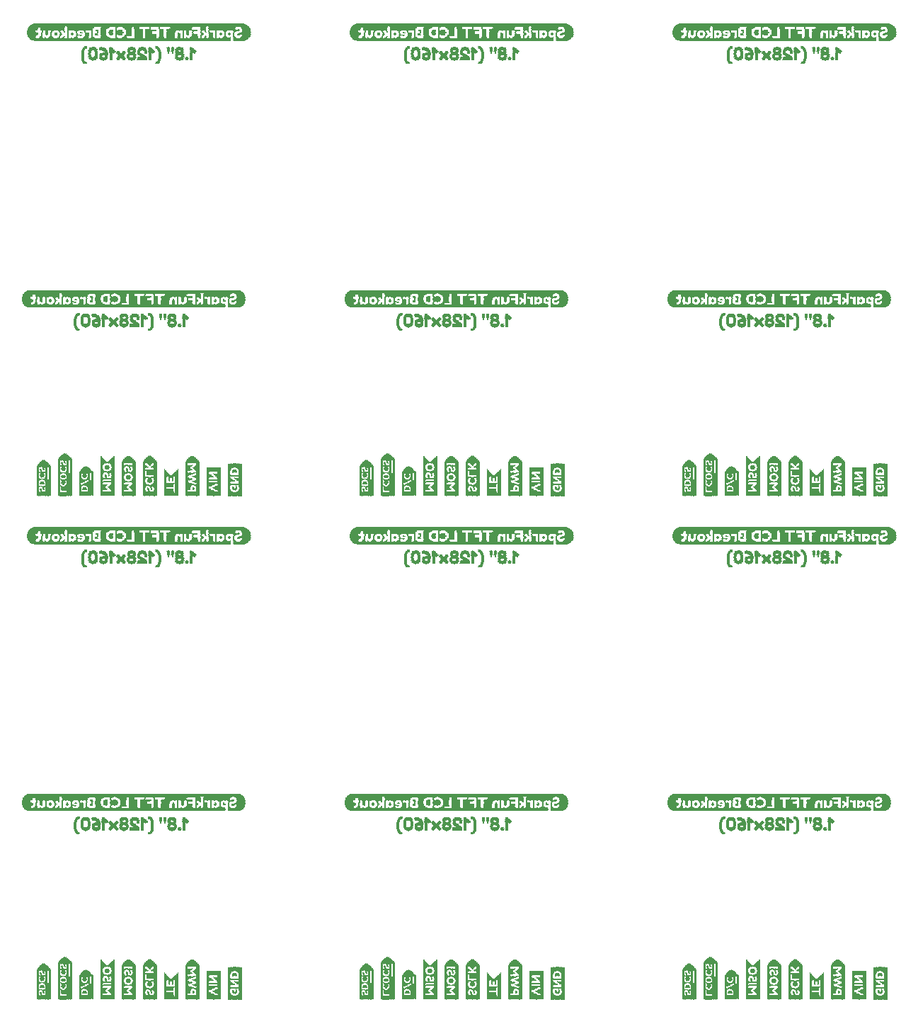
<source format=gbo>
G75*
%MOIN*%
%OFA0B0*%
%FSLAX25Y25*%
%IPPOS*%
%LPD*%
%AMOC8*
5,1,8,0,0,1.08239X$1,22.5*
%
%ADD10R,0.00157X0.11024*%
%ADD11R,0.00157X0.11181*%
%ADD12R,0.00157X0.11496*%
%ADD13R,0.00157X0.11654*%
%ADD14R,0.00157X0.07559*%
%ADD15R,0.00157X0.01575*%
%ADD16R,0.00157X0.07244*%
%ADD17R,0.00157X0.01417*%
%ADD18R,0.00157X0.01732*%
%ADD19R,0.00157X0.01890*%
%ADD20R,0.00157X0.02362*%
%ADD21R,0.00157X0.12756*%
%ADD22R,0.00157X0.12913*%
%ADD23R,0.00157X0.13071*%
%ADD24R,0.00157X0.06614*%
%ADD25R,0.00157X0.06142*%
%ADD26R,0.00157X0.02992*%
%ADD27R,0.00157X0.03465*%
%ADD28R,0.00157X0.02520*%
%ADD29R,0.00157X0.01102*%
%ADD30R,0.00157X0.03150*%
%ADD31R,0.00157X0.02205*%
%ADD32R,0.00157X0.00945*%
%ADD33R,0.00157X0.02047*%
%ADD34R,0.00157X0.00787*%
%ADD35R,0.00157X0.03307*%
%ADD36R,0.00157X0.00630*%
%ADD37R,0.00157X0.01260*%
%ADD38R,0.00157X0.03622*%
%ADD39R,0.00157X0.05197*%
%ADD40R,0.00157X0.05354*%
%ADD41R,0.00157X0.05039*%
%ADD42R,0.00157X0.04882*%
%ADD43R,0.00157X0.04567*%
%ADD44R,0.00157X0.02835*%
%ADD45R,0.00157X0.15276*%
%ADD46R,0.00157X0.02677*%
%ADD47R,0.00157X0.00472*%
%ADD48R,0.00157X0.00157*%
%ADD49R,0.00157X0.00315*%
%ADD50R,0.00157X0.07717*%
%ADD51R,0.00157X0.18740*%
%ADD52R,0.00157X0.18583*%
%ADD53R,0.00157X0.18425*%
%ADD54R,0.00157X0.18268*%
%ADD55R,0.00157X0.18110*%
%ADD56R,0.00157X0.17953*%
%ADD57R,0.00157X0.17795*%
%ADD58R,0.00157X0.09134*%
%ADD59R,0.00157X0.03937*%
%ADD60R,0.00157X0.16063*%
%ADD61R,0.00157X0.16220*%
%ADD62R,0.00157X0.16535*%
%ADD63R,0.00157X0.16693*%
%ADD64R,0.00157X0.16850*%
%ADD65R,0.00157X0.17008*%
%ADD66R,0.00157X0.17165*%
%ADD67R,0.00157X0.08346*%
%ADD68R,0.00157X0.04409*%
%ADD69R,0.00157X0.04252*%
%ADD70R,0.00157X0.04724*%
%ADD71R,0.00157X0.12441*%
%ADD72R,0.00157X0.12283*%
%ADD73R,0.00157X0.12126*%
%ADD74R,0.00157X0.11969*%
%ADD75R,0.00157X0.11811*%
%ADD76R,0.00157X0.11339*%
%ADD77R,0.00157X0.05669*%
%ADD78R,0.00157X0.04094*%
%ADD79R,0.00157X0.03780*%
%ADD80R,0.99409X0.00197*%
%ADD81R,1.00591X0.00197*%
%ADD82R,1.01378X0.00197*%
%ADD83R,1.02165X0.00197*%
%ADD84R,1.02559X0.00197*%
%ADD85R,1.02953X0.00197*%
%ADD86R,0.19094X0.00197*%
%ADD87R,0.65748X0.00197*%
%ADD88R,0.16929X0.00197*%
%ADD89R,0.04528X0.00197*%
%ADD90R,0.13583X0.00197*%
%ADD91R,0.40157X0.00197*%
%ADD92R,0.24803X0.00197*%
%ADD93R,0.04331X0.00197*%
%ADD94R,0.12992X0.00197*%
%ADD95R,0.02756X0.00197*%
%ADD96R,0.10433X0.00197*%
%ADD97R,0.00591X0.00197*%
%ADD98R,0.00394X0.00197*%
%ADD99R,0.02362X0.00197*%
%ADD100R,0.01181X0.00197*%
%ADD101R,0.04134X0.00197*%
%ADD102R,0.12795X0.00197*%
%ADD103R,0.17126X0.00197*%
%ADD104R,0.03937X0.00197*%
%ADD105R,0.12598X0.00197*%
%ADD106R,0.02559X0.00197*%
%ADD107R,0.10236X0.00197*%
%ADD108R,0.00787X0.00197*%
%ADD109R,0.03740X0.00197*%
%ADD110R,0.12402X0.00197*%
%ADD111R,0.11614X0.00197*%
%ADD112R,0.03346X0.00197*%
%ADD113R,0.12205X0.00197*%
%ADD114R,0.11417X0.00197*%
%ADD115R,0.04724X0.00197*%
%ADD116R,0.03543X0.00197*%
%ADD117R,0.03150X0.00197*%
%ADD118R,0.02953X0.00197*%
%ADD119R,0.12008X0.00197*%
%ADD120R,0.04921X0.00197*%
%ADD121R,0.02165X0.00197*%
%ADD122R,0.14764X0.00197*%
%ADD123R,0.05118X0.00197*%
%ADD124R,0.01378X0.00197*%
%ADD125R,0.01772X0.00197*%
%ADD126R,0.00984X0.00197*%
%ADD127R,0.01575X0.00197*%
%ADD128R,0.00197X0.00197*%
%ADD129R,0.01969X0.00197*%
%ADD130R,0.05315X0.00236*%
%ADD131R,0.00591X0.00236*%
%ADD132R,0.00984X0.00236*%
%ADD133R,0.00787X0.00236*%
%ADD134R,0.01969X0.00236*%
%ADD135R,0.01181X0.00236*%
%ADD136R,0.01378X0.00236*%
%ADD137R,0.04134X0.00236*%
%ADD138R,0.02165X0.00236*%
%ADD139R,0.03150X0.00236*%
%ADD140R,0.02756X0.00236*%
%ADD141R,0.03740X0.00236*%
%ADD142R,0.02362X0.00236*%
%ADD143R,0.01772X0.00236*%
%ADD144R,0.05118X0.00236*%
%ADD145R,0.05906X0.00197*%
%ADD146R,0.06496X0.00197*%
%ADD147R,0.03937X0.00236*%
%ADD148R,0.00394X0.00236*%
%ADD149R,0.02953X0.00236*%
%ADD150R,0.04724X0.00236*%
%ADD151R,0.00197X0.00236*%
%ADD152R,0.04331X0.00236*%
%ADD153R,0.01575X0.00236*%
%ADD154R,0.03543X0.00236*%
%ADD155R,0.05512X0.00197*%
%ADD156R,0.07283X0.00197*%
%ADD157R,0.94882X0.00197*%
%ADD158R,0.07087X0.00197*%
%ADD159R,0.94685X0.00197*%
%ADD160R,0.06890X0.00197*%
%ADD161R,0.94488X0.00197*%
%ADD162R,0.06693X0.00236*%
%ADD163R,0.94291X0.00236*%
%ADD164R,0.06299X0.00197*%
%ADD165R,0.93898X0.00197*%
%ADD166R,0.05906X0.00157*%
%ADD167R,0.93504X0.00157*%
%ADD168R,0.05315X0.00197*%
%ADD169R,0.92913X0.00197*%
%ADD170R,0.00236X0.00236*%
%ADD171R,0.01417X0.00236*%
%ADD172R,0.00472X0.00236*%
%ADD173R,0.01654X0.00236*%
%ADD174R,0.01890X0.00236*%
%ADD175R,0.02598X0.00236*%
%ADD176R,0.03071X0.00236*%
%ADD177R,0.02126X0.00236*%
%ADD178R,0.03780X0.00236*%
%ADD179R,0.04016X0.00236*%
%ADD180R,0.03307X0.00236*%
%ADD181R,0.04252X0.00236*%
%ADD182R,0.02835X0.00236*%
%ADD183R,0.00945X0.00236*%
%ADD184R,0.00709X0.00236*%
%ADD185R,0.04488X0.00236*%
%ADD186R,0.04961X0.00236*%
%ADD187R,0.00157X0.17323*%
%ADD188R,0.00157X0.17480*%
%ADD189R,0.00157X0.10866*%
%ADD190R,0.00157X0.19055*%
%ADD191R,0.00157X0.19213*%
%ADD192R,0.00157X0.19370*%
%ADD193R,0.00157X0.19528*%
%ADD194R,0.00157X0.14173*%
%ADD195R,0.00157X0.14331*%
%ADD196R,0.00157X0.14646*%
%ADD197R,0.00157X0.14803*%
%ADD198R,0.00157X0.07874*%
%ADD199R,0.00157X0.15906*%
%ADD200R,0.00157X0.16378*%
%ADD201R,0.00157X0.14961*%
D10*
X0097574Y0107981D03*
X0098361Y0107981D03*
X0102692Y0108139D03*
X0108991Y0108139D03*
X0177889Y0112103D03*
X0249574Y0107981D03*
X0250361Y0107981D03*
X0254692Y0108139D03*
X0260991Y0108139D03*
X0329889Y0112103D03*
X0401574Y0107981D03*
X0402361Y0107981D03*
X0406692Y0108139D03*
X0412991Y0108139D03*
X0481889Y0112103D03*
X0481889Y0349103D03*
X0412991Y0345139D03*
X0406692Y0345139D03*
X0402361Y0344981D03*
X0401574Y0344981D03*
X0329889Y0349103D03*
X0260991Y0345139D03*
X0254692Y0345139D03*
X0250361Y0344981D03*
X0249574Y0344981D03*
X0177889Y0349103D03*
X0108991Y0345139D03*
X0102692Y0345139D03*
X0098361Y0344981D03*
X0097574Y0344981D03*
D11*
X0102850Y0345217D03*
X0108834Y0345217D03*
X0254850Y0345217D03*
X0260834Y0345217D03*
X0406850Y0345217D03*
X0412834Y0345217D03*
X0412834Y0108217D03*
X0406850Y0108217D03*
X0260834Y0108217D03*
X0254850Y0108217D03*
X0108834Y0108217D03*
X0102850Y0108217D03*
D12*
X0103007Y0108375D03*
X0108676Y0108375D03*
X0143637Y0108245D03*
X0148047Y0108245D03*
X0255007Y0108375D03*
X0260676Y0108375D03*
X0295637Y0108245D03*
X0300047Y0108245D03*
X0407007Y0108375D03*
X0412676Y0108375D03*
X0447637Y0108245D03*
X0452047Y0108245D03*
X0452047Y0345245D03*
X0447637Y0345245D03*
X0412676Y0345375D03*
X0407007Y0345375D03*
X0300047Y0345245D03*
X0295637Y0345245D03*
X0260676Y0345375D03*
X0255007Y0345375D03*
X0148047Y0345245D03*
X0143637Y0345245D03*
X0108676Y0345375D03*
X0103007Y0345375D03*
D13*
X0108519Y0345454D03*
X0143480Y0345324D03*
X0148204Y0345324D03*
X0260519Y0345454D03*
X0295480Y0345324D03*
X0300204Y0345324D03*
X0412519Y0345454D03*
X0447480Y0345324D03*
X0452204Y0345324D03*
X0452204Y0108324D03*
X0447480Y0108324D03*
X0412519Y0108454D03*
X0300204Y0108324D03*
X0295480Y0108324D03*
X0260519Y0108454D03*
X0148204Y0108324D03*
X0143480Y0108324D03*
X0108519Y0108454D03*
D14*
X0108361Y0106406D03*
X0107574Y0106406D03*
X0088047Y0106249D03*
X0087889Y0106249D03*
X0239889Y0106249D03*
X0240047Y0106249D03*
X0259574Y0106406D03*
X0260361Y0106406D03*
X0391889Y0106249D03*
X0392047Y0106249D03*
X0411574Y0106406D03*
X0412361Y0106406D03*
X0412361Y0343406D03*
X0411574Y0343406D03*
X0392047Y0343249D03*
X0391889Y0343249D03*
X0260361Y0343406D03*
X0259574Y0343406D03*
X0240047Y0343249D03*
X0239889Y0343249D03*
X0108361Y0343406D03*
X0107574Y0343406D03*
X0088047Y0343249D03*
X0087889Y0343249D03*
D15*
X0086472Y0347186D03*
X0083795Y0347186D03*
X0088361Y0353643D03*
X0088204Y0353800D03*
X0093795Y0350335D03*
X0096472Y0350335D03*
X0093480Y0344351D03*
X0103480Y0343879D03*
X0105999Y0344981D03*
X0104424Y0346556D03*
X0104267Y0346556D03*
X0108361Y0350650D03*
X0108047Y0350965D03*
X0116944Y0355402D03*
X0117574Y0350993D03*
X0125054Y0348158D03*
X0126472Y0348158D03*
X0133795Y0353355D03*
X0136629Y0346583D03*
X0144424Y0349418D03*
X0147259Y0349418D03*
X0153952Y0349733D03*
X0157732Y0346269D03*
X0163952Y0348946D03*
X0164110Y0348946D03*
X0167417Y0349103D03*
X0165054Y0345009D03*
X0164897Y0345009D03*
X0166787Y0343276D03*
X0167417Y0340284D03*
X0175212Y0342961D03*
X0175369Y0342961D03*
X0177574Y0347056D03*
X0176157Y0351150D03*
X0175999Y0351150D03*
X0175842Y0351150D03*
X0175684Y0351150D03*
X0175527Y0351150D03*
X0147574Y0340284D03*
X0147417Y0340284D03*
X0098361Y0356792D03*
X0098204Y0356950D03*
X0098047Y0357107D03*
X0235795Y0347186D03*
X0238472Y0347186D03*
X0240361Y0353643D03*
X0240204Y0353800D03*
X0245795Y0350335D03*
X0248472Y0350335D03*
X0245480Y0344351D03*
X0255480Y0343879D03*
X0257999Y0344981D03*
X0256424Y0346556D03*
X0256267Y0346556D03*
X0260361Y0350650D03*
X0260047Y0350965D03*
X0269574Y0350993D03*
X0268944Y0355402D03*
X0277054Y0348158D03*
X0278472Y0348158D03*
X0285795Y0353355D03*
X0288629Y0346583D03*
X0296424Y0349418D03*
X0299259Y0349418D03*
X0305952Y0349733D03*
X0309732Y0346269D03*
X0315952Y0348946D03*
X0316110Y0348946D03*
X0319417Y0349103D03*
X0317054Y0345009D03*
X0316897Y0345009D03*
X0318787Y0343276D03*
X0319417Y0340284D03*
X0327212Y0342961D03*
X0327369Y0342961D03*
X0329574Y0347056D03*
X0328157Y0351150D03*
X0327999Y0351150D03*
X0327842Y0351150D03*
X0327684Y0351150D03*
X0327527Y0351150D03*
X0299574Y0340284D03*
X0299417Y0340284D03*
X0250361Y0356792D03*
X0250204Y0356950D03*
X0250047Y0357107D03*
X0387795Y0347186D03*
X0390472Y0347186D03*
X0392361Y0353643D03*
X0392204Y0353800D03*
X0397795Y0350335D03*
X0400472Y0350335D03*
X0397480Y0344351D03*
X0407480Y0343879D03*
X0409999Y0344981D03*
X0408424Y0346556D03*
X0408267Y0346556D03*
X0412361Y0350650D03*
X0412047Y0350965D03*
X0402361Y0356792D03*
X0402204Y0356950D03*
X0402047Y0357107D03*
X0420944Y0355402D03*
X0421574Y0350993D03*
X0429054Y0348158D03*
X0430472Y0348158D03*
X0437795Y0353355D03*
X0440629Y0346583D03*
X0448424Y0349418D03*
X0451259Y0349418D03*
X0457952Y0349733D03*
X0461732Y0346269D03*
X0467952Y0348946D03*
X0468110Y0348946D03*
X0471417Y0349103D03*
X0469054Y0345009D03*
X0468897Y0345009D03*
X0470787Y0343276D03*
X0471417Y0340284D03*
X0479212Y0342961D03*
X0479369Y0342961D03*
X0481574Y0347056D03*
X0480157Y0351150D03*
X0479999Y0351150D03*
X0479842Y0351150D03*
X0479684Y0351150D03*
X0479527Y0351150D03*
X0451574Y0340284D03*
X0451417Y0340284D03*
X0420944Y0118402D03*
X0421574Y0113993D03*
X0429054Y0111158D03*
X0430472Y0111158D03*
X0437795Y0116355D03*
X0440629Y0109583D03*
X0448424Y0112418D03*
X0451259Y0112418D03*
X0457952Y0112733D03*
X0461732Y0109269D03*
X0467952Y0111946D03*
X0468110Y0111946D03*
X0471417Y0112103D03*
X0469054Y0108009D03*
X0468897Y0108009D03*
X0470787Y0106276D03*
X0471417Y0103284D03*
X0479212Y0105961D03*
X0479369Y0105961D03*
X0481574Y0110056D03*
X0480157Y0114150D03*
X0479999Y0114150D03*
X0479842Y0114150D03*
X0479684Y0114150D03*
X0479527Y0114150D03*
X0451574Y0103284D03*
X0451417Y0103284D03*
X0412361Y0113650D03*
X0412047Y0113965D03*
X0408424Y0109556D03*
X0408267Y0109556D03*
X0409999Y0107981D03*
X0407480Y0106879D03*
X0400472Y0113335D03*
X0397795Y0113335D03*
X0397480Y0107351D03*
X0390472Y0110186D03*
X0387795Y0110186D03*
X0392361Y0116643D03*
X0392204Y0116800D03*
X0402047Y0120107D03*
X0402204Y0119950D03*
X0402361Y0119792D03*
X0329574Y0110056D03*
X0328157Y0114150D03*
X0327999Y0114150D03*
X0327842Y0114150D03*
X0327684Y0114150D03*
X0327527Y0114150D03*
X0327369Y0105961D03*
X0327212Y0105961D03*
X0319417Y0103284D03*
X0318787Y0106276D03*
X0317054Y0108009D03*
X0316897Y0108009D03*
X0316110Y0111946D03*
X0315952Y0111946D03*
X0319417Y0112103D03*
X0309732Y0109269D03*
X0305952Y0112733D03*
X0299259Y0112418D03*
X0296424Y0112418D03*
X0288629Y0109583D03*
X0285795Y0116355D03*
X0278472Y0111158D03*
X0277054Y0111158D03*
X0269574Y0113993D03*
X0268944Y0118402D03*
X0260361Y0113650D03*
X0260047Y0113965D03*
X0256424Y0109556D03*
X0256267Y0109556D03*
X0257999Y0107981D03*
X0255480Y0106879D03*
X0248472Y0113335D03*
X0245795Y0113335D03*
X0245480Y0107351D03*
X0238472Y0110186D03*
X0235795Y0110186D03*
X0240361Y0116643D03*
X0240204Y0116800D03*
X0250047Y0120107D03*
X0250204Y0119950D03*
X0250361Y0119792D03*
X0299417Y0103284D03*
X0299574Y0103284D03*
X0177574Y0110056D03*
X0176157Y0114150D03*
X0175999Y0114150D03*
X0175842Y0114150D03*
X0175684Y0114150D03*
X0175527Y0114150D03*
X0175369Y0105961D03*
X0175212Y0105961D03*
X0167417Y0103284D03*
X0166787Y0106276D03*
X0165054Y0108009D03*
X0164897Y0108009D03*
X0164110Y0111946D03*
X0163952Y0111946D03*
X0167417Y0112103D03*
X0157732Y0109269D03*
X0153952Y0112733D03*
X0147259Y0112418D03*
X0144424Y0112418D03*
X0136629Y0109583D03*
X0133795Y0116355D03*
X0126472Y0111158D03*
X0125054Y0111158D03*
X0117574Y0113993D03*
X0116944Y0118402D03*
X0108361Y0113650D03*
X0108047Y0113965D03*
X0104424Y0109556D03*
X0104267Y0109556D03*
X0105999Y0107981D03*
X0103480Y0106879D03*
X0096472Y0113335D03*
X0093795Y0113335D03*
X0093480Y0107351D03*
X0086472Y0110186D03*
X0083795Y0110186D03*
X0088361Y0116643D03*
X0088204Y0116800D03*
X0098047Y0120107D03*
X0098204Y0119950D03*
X0098361Y0119792D03*
X0147417Y0103284D03*
X0147574Y0103284D03*
D16*
X0137889Y0113520D03*
X0157889Y0116198D03*
X0108204Y0106249D03*
X0108047Y0106249D03*
X0107889Y0106249D03*
X0107732Y0106249D03*
X0259732Y0106249D03*
X0259889Y0106249D03*
X0260047Y0106249D03*
X0260204Y0106249D03*
X0289889Y0113520D03*
X0309889Y0116198D03*
X0411732Y0106249D03*
X0411889Y0106249D03*
X0412047Y0106249D03*
X0412204Y0106249D03*
X0441889Y0113520D03*
X0461889Y0116198D03*
X0412204Y0343249D03*
X0412047Y0343249D03*
X0411889Y0343249D03*
X0411732Y0343249D03*
X0441889Y0350520D03*
X0461889Y0353198D03*
X0309889Y0353198D03*
X0289889Y0350520D03*
X0260204Y0343249D03*
X0260047Y0343249D03*
X0259889Y0343249D03*
X0259732Y0343249D03*
X0157889Y0353198D03*
X0137889Y0350520D03*
X0108204Y0343249D03*
X0108047Y0343249D03*
X0107889Y0343249D03*
X0107732Y0343249D03*
D17*
X0105369Y0342855D03*
X0105212Y0342855D03*
X0105054Y0342855D03*
X0104897Y0342855D03*
X0105842Y0344902D03*
X0106787Y0347580D03*
X0108204Y0350887D03*
X0114110Y0350914D03*
X0114897Y0352961D03*
X0116629Y0352961D03*
X0114739Y0355481D03*
X0116944Y0343513D03*
X0123952Y0346347D03*
X0126629Y0348080D03*
X0127417Y0350127D03*
X0124110Y0350127D03*
X0126157Y0353276D03*
X0126944Y0343513D03*
X0134110Y0344615D03*
X0134897Y0346662D03*
X0137417Y0344615D03*
X0135054Y0342568D03*
X0144582Y0349339D03*
X0145369Y0348552D03*
X0146944Y0349182D03*
X0147102Y0349339D03*
X0154110Y0349654D03*
X0154267Y0349654D03*
X0153952Y0347292D03*
X0155212Y0344615D03*
X0157732Y0348394D03*
X0156944Y0352646D03*
X0164267Y0348867D03*
X0167259Y0349182D03*
X0165369Y0345087D03*
X0165212Y0345087D03*
X0166629Y0343198D03*
X0174110Y0346977D03*
X0177259Y0347135D03*
X0177417Y0347135D03*
X0176314Y0351072D03*
X0175369Y0351072D03*
X0175212Y0351072D03*
X0175054Y0343040D03*
X0235480Y0350414D03*
X0238787Y0350414D03*
X0237369Y0345532D03*
X0237212Y0345532D03*
X0237054Y0345532D03*
X0236897Y0345532D03*
X0237527Y0343328D03*
X0246739Y0348682D03*
X0246897Y0348682D03*
X0247054Y0348682D03*
X0247212Y0348682D03*
X0247369Y0348682D03*
X0247527Y0348682D03*
X0248787Y0353564D03*
X0245480Y0353564D03*
X0258787Y0347580D03*
X0257842Y0344902D03*
X0257369Y0342855D03*
X0257212Y0342855D03*
X0257054Y0342855D03*
X0256897Y0342855D03*
X0260204Y0350887D03*
X0266110Y0350914D03*
X0266897Y0352961D03*
X0268629Y0352961D03*
X0266739Y0355481D03*
X0276110Y0350127D03*
X0278629Y0348080D03*
X0279417Y0350127D03*
X0278157Y0353276D03*
X0275952Y0346347D03*
X0278944Y0343513D03*
X0286110Y0344615D03*
X0286897Y0346662D03*
X0289417Y0344615D03*
X0287054Y0342568D03*
X0296582Y0349339D03*
X0297369Y0348552D03*
X0298944Y0349182D03*
X0299102Y0349339D03*
X0306110Y0349654D03*
X0306267Y0349654D03*
X0305952Y0347292D03*
X0307212Y0344615D03*
X0309732Y0348394D03*
X0308944Y0352646D03*
X0316267Y0348867D03*
X0319259Y0349182D03*
X0317369Y0345087D03*
X0317212Y0345087D03*
X0318629Y0343198D03*
X0326110Y0346977D03*
X0329259Y0347135D03*
X0329417Y0347135D03*
X0328314Y0351072D03*
X0327369Y0351072D03*
X0327212Y0351072D03*
X0327054Y0343040D03*
X0268944Y0343513D03*
X0387480Y0350414D03*
X0390787Y0350414D03*
X0389369Y0345532D03*
X0389212Y0345532D03*
X0389054Y0345532D03*
X0388897Y0345532D03*
X0389527Y0343328D03*
X0398739Y0348682D03*
X0398897Y0348682D03*
X0399054Y0348682D03*
X0399212Y0348682D03*
X0399369Y0348682D03*
X0399527Y0348682D03*
X0400787Y0353564D03*
X0397480Y0353564D03*
X0410787Y0347580D03*
X0409842Y0344902D03*
X0409369Y0342855D03*
X0409212Y0342855D03*
X0409054Y0342855D03*
X0408897Y0342855D03*
X0412204Y0350887D03*
X0418110Y0350914D03*
X0418897Y0352961D03*
X0420629Y0352961D03*
X0418739Y0355481D03*
X0420944Y0343513D03*
X0427952Y0346347D03*
X0430629Y0348080D03*
X0431417Y0350127D03*
X0428110Y0350127D03*
X0430157Y0353276D03*
X0430944Y0343513D03*
X0438110Y0344615D03*
X0438897Y0346662D03*
X0441417Y0344615D03*
X0439054Y0342568D03*
X0449369Y0348552D03*
X0448582Y0349339D03*
X0450944Y0349182D03*
X0451102Y0349339D03*
X0458110Y0349654D03*
X0458267Y0349654D03*
X0457952Y0347292D03*
X0459212Y0344615D03*
X0461732Y0348394D03*
X0460944Y0352646D03*
X0468267Y0348867D03*
X0471259Y0349182D03*
X0469369Y0345087D03*
X0469212Y0345087D03*
X0470629Y0343198D03*
X0478110Y0346977D03*
X0481259Y0347135D03*
X0481417Y0347135D03*
X0480314Y0351072D03*
X0479369Y0351072D03*
X0479212Y0351072D03*
X0479054Y0343040D03*
X0460944Y0115646D03*
X0458267Y0112654D03*
X0458110Y0112654D03*
X0457952Y0110292D03*
X0459212Y0107615D03*
X0461732Y0111394D03*
X0468267Y0111867D03*
X0471259Y0112182D03*
X0469369Y0108087D03*
X0469212Y0108087D03*
X0470629Y0106198D03*
X0478110Y0109977D03*
X0481259Y0110135D03*
X0481417Y0110135D03*
X0480314Y0114072D03*
X0479369Y0114072D03*
X0479212Y0114072D03*
X0479054Y0106040D03*
X0451102Y0112339D03*
X0450944Y0112182D03*
X0449369Y0111552D03*
X0448582Y0112339D03*
X0441417Y0107615D03*
X0439054Y0105568D03*
X0438110Y0107615D03*
X0438897Y0109662D03*
X0431417Y0113127D03*
X0430629Y0111080D03*
X0427952Y0109347D03*
X0428110Y0113127D03*
X0430157Y0116276D03*
X0420629Y0115961D03*
X0418897Y0115961D03*
X0418110Y0113914D03*
X0418739Y0118481D03*
X0412204Y0113887D03*
X0410787Y0110580D03*
X0409842Y0107902D03*
X0409369Y0105855D03*
X0409212Y0105855D03*
X0409054Y0105855D03*
X0408897Y0105855D03*
X0399527Y0111682D03*
X0399369Y0111682D03*
X0399212Y0111682D03*
X0399054Y0111682D03*
X0398897Y0111682D03*
X0398739Y0111682D03*
X0397480Y0116564D03*
X0400787Y0116564D03*
X0390787Y0113414D03*
X0387480Y0113414D03*
X0388897Y0108532D03*
X0389054Y0108532D03*
X0389212Y0108532D03*
X0389369Y0108532D03*
X0389527Y0106328D03*
X0420944Y0106513D03*
X0430944Y0106513D03*
X0329417Y0110135D03*
X0329259Y0110135D03*
X0326110Y0109977D03*
X0327054Y0106040D03*
X0327212Y0114072D03*
X0327369Y0114072D03*
X0328314Y0114072D03*
X0319259Y0112182D03*
X0316267Y0111867D03*
X0317212Y0108087D03*
X0317369Y0108087D03*
X0318629Y0106198D03*
X0309732Y0111394D03*
X0306267Y0112654D03*
X0306110Y0112654D03*
X0305952Y0110292D03*
X0307212Y0107615D03*
X0299102Y0112339D03*
X0298944Y0112182D03*
X0297369Y0111552D03*
X0296582Y0112339D03*
X0289417Y0107615D03*
X0287054Y0105568D03*
X0286110Y0107615D03*
X0286897Y0109662D03*
X0279417Y0113127D03*
X0278629Y0111080D03*
X0275952Y0109347D03*
X0276110Y0113127D03*
X0278157Y0116276D03*
X0268629Y0115961D03*
X0266897Y0115961D03*
X0266110Y0113914D03*
X0266739Y0118481D03*
X0260204Y0113887D03*
X0258787Y0110580D03*
X0257842Y0107902D03*
X0257369Y0105855D03*
X0257212Y0105855D03*
X0257054Y0105855D03*
X0256897Y0105855D03*
X0247527Y0111682D03*
X0247369Y0111682D03*
X0247212Y0111682D03*
X0247054Y0111682D03*
X0246897Y0111682D03*
X0246739Y0111682D03*
X0245480Y0116564D03*
X0248787Y0116564D03*
X0238787Y0113414D03*
X0235480Y0113414D03*
X0236897Y0108532D03*
X0237054Y0108532D03*
X0237212Y0108532D03*
X0237369Y0108532D03*
X0237527Y0106328D03*
X0268944Y0106513D03*
X0278944Y0106513D03*
X0308944Y0115646D03*
X0177417Y0110135D03*
X0177259Y0110135D03*
X0174110Y0109977D03*
X0175054Y0106040D03*
X0175212Y0114072D03*
X0175369Y0114072D03*
X0176314Y0114072D03*
X0167259Y0112182D03*
X0164267Y0111867D03*
X0165212Y0108087D03*
X0165369Y0108087D03*
X0166629Y0106198D03*
X0157732Y0111394D03*
X0154267Y0112654D03*
X0154110Y0112654D03*
X0153952Y0110292D03*
X0155212Y0107615D03*
X0156944Y0115646D03*
X0147102Y0112339D03*
X0146944Y0112182D03*
X0145369Y0111552D03*
X0144582Y0112339D03*
X0137417Y0107615D03*
X0135054Y0105568D03*
X0134110Y0107615D03*
X0134897Y0109662D03*
X0127417Y0113127D03*
X0126629Y0111080D03*
X0123952Y0109347D03*
X0124110Y0113127D03*
X0126157Y0116276D03*
X0116629Y0115961D03*
X0114897Y0115961D03*
X0114110Y0113914D03*
X0114739Y0118481D03*
X0108204Y0113887D03*
X0106787Y0110580D03*
X0105842Y0107902D03*
X0105369Y0105855D03*
X0105212Y0105855D03*
X0105054Y0105855D03*
X0104897Y0105855D03*
X0095527Y0111682D03*
X0095369Y0111682D03*
X0095212Y0111682D03*
X0095054Y0111682D03*
X0094897Y0111682D03*
X0094739Y0111682D03*
X0093480Y0116564D03*
X0096787Y0116564D03*
X0086787Y0113414D03*
X0083480Y0113414D03*
X0084897Y0108532D03*
X0085054Y0108532D03*
X0085212Y0108532D03*
X0085369Y0108532D03*
X0085527Y0106328D03*
X0116944Y0106513D03*
X0126944Y0106513D03*
X0085527Y0343328D03*
X0085369Y0345532D03*
X0085212Y0345532D03*
X0085054Y0345532D03*
X0084897Y0345532D03*
X0083480Y0350414D03*
X0086787Y0350414D03*
X0093480Y0353564D03*
X0096787Y0353564D03*
X0095527Y0348682D03*
X0095369Y0348682D03*
X0095212Y0348682D03*
X0095054Y0348682D03*
X0094897Y0348682D03*
X0094739Y0348682D03*
D18*
X0094739Y0340335D03*
X0094582Y0340335D03*
X0094424Y0340335D03*
X0094267Y0340335D03*
X0094110Y0340335D03*
X0093952Y0340335D03*
X0093795Y0340335D03*
X0093637Y0340335D03*
X0094897Y0340335D03*
X0095054Y0340335D03*
X0095212Y0340335D03*
X0095369Y0340335D03*
X0095527Y0340335D03*
X0095684Y0340335D03*
X0095842Y0340335D03*
X0095999Y0340335D03*
X0096157Y0340335D03*
X0096314Y0340335D03*
X0096472Y0340335D03*
X0096629Y0340335D03*
X0103637Y0340493D03*
X0103795Y0340493D03*
X0103952Y0340493D03*
X0104110Y0340493D03*
X0104267Y0340493D03*
X0104424Y0340493D03*
X0104582Y0340493D03*
X0104739Y0340493D03*
X0104897Y0340493D03*
X0105054Y0340493D03*
X0105212Y0340493D03*
X0105369Y0340493D03*
X0105527Y0340493D03*
X0105684Y0340493D03*
X0105842Y0340493D03*
X0105999Y0340493D03*
X0106157Y0340493D03*
X0106314Y0340493D03*
X0106472Y0340493D03*
X0106629Y0340493D03*
X0106157Y0344902D03*
X0107889Y0351044D03*
X0115054Y0352961D03*
X0116472Y0352961D03*
X0117102Y0355481D03*
X0114582Y0355481D03*
X0117102Y0343513D03*
X0117102Y0340363D03*
X0117259Y0340363D03*
X0117417Y0340363D03*
X0117574Y0340363D03*
X0116944Y0340363D03*
X0116787Y0340363D03*
X0116629Y0340363D03*
X0116472Y0340363D03*
X0116314Y0340363D03*
X0116157Y0340363D03*
X0115999Y0340363D03*
X0115842Y0340363D03*
X0115684Y0340363D03*
X0115527Y0340363D03*
X0115369Y0340363D03*
X0115212Y0340363D03*
X0115054Y0340363D03*
X0114897Y0340363D03*
X0114739Y0340363D03*
X0114582Y0340363D03*
X0114424Y0340363D03*
X0114267Y0340363D03*
X0114110Y0340363D03*
X0124110Y0340363D03*
X0124267Y0340363D03*
X0124424Y0340363D03*
X0124582Y0340363D03*
X0124739Y0340363D03*
X0124897Y0340363D03*
X0125054Y0340363D03*
X0125212Y0340363D03*
X0125369Y0340363D03*
X0125527Y0340363D03*
X0125684Y0340363D03*
X0125842Y0340363D03*
X0125999Y0340363D03*
X0126157Y0340363D03*
X0126314Y0340363D03*
X0126472Y0340363D03*
X0126629Y0340363D03*
X0126787Y0340363D03*
X0126944Y0340363D03*
X0127102Y0340363D03*
X0127259Y0340363D03*
X0127417Y0340363D03*
X0127574Y0340363D03*
X0127102Y0343513D03*
X0127732Y0346505D03*
X0127574Y0350127D03*
X0123952Y0350127D03*
X0123795Y0346505D03*
X0134424Y0340363D03*
X0134582Y0340363D03*
X0134739Y0340363D03*
X0136472Y0340363D03*
X0136629Y0340363D03*
X0136787Y0340363D03*
X0136944Y0340363D03*
X0137574Y0344615D03*
X0144267Y0349497D03*
X0147417Y0349497D03*
X0153795Y0347292D03*
X0155054Y0344615D03*
X0157102Y0352646D03*
X0163952Y0351702D03*
X0164110Y0351702D03*
X0164267Y0351702D03*
X0164424Y0351702D03*
X0164582Y0351702D03*
X0164739Y0351702D03*
X0164897Y0351702D03*
X0165054Y0351702D03*
X0165212Y0351702D03*
X0165369Y0351702D03*
X0165527Y0351702D03*
X0165684Y0351702D03*
X0165842Y0351702D03*
X0165999Y0351702D03*
X0166157Y0351702D03*
X0166314Y0351702D03*
X0166472Y0351702D03*
X0166629Y0351702D03*
X0166787Y0351702D03*
X0166944Y0351702D03*
X0167102Y0351702D03*
X0167259Y0351702D03*
X0167417Y0351702D03*
X0167574Y0351702D03*
X0167574Y0349024D03*
X0167732Y0349024D03*
X0164739Y0344930D03*
X0164582Y0344930D03*
X0166944Y0343198D03*
X0167102Y0340363D03*
X0167259Y0340363D03*
X0167574Y0340363D03*
X0175369Y0340206D03*
X0175527Y0340206D03*
X0175684Y0340206D03*
X0175842Y0340206D03*
X0175999Y0340206D03*
X0176157Y0340206D03*
X0176314Y0340206D03*
X0173952Y0346977D03*
X0175212Y0353749D03*
X0175369Y0353749D03*
X0175527Y0353749D03*
X0175684Y0353749D03*
X0175842Y0353749D03*
X0175999Y0353749D03*
X0176157Y0353749D03*
X0176314Y0353749D03*
X0176472Y0353749D03*
X0147732Y0340363D03*
X0147259Y0340363D03*
X0147102Y0340363D03*
X0097889Y0357186D03*
X0088047Y0353879D03*
X0084267Y0340335D03*
X0084110Y0340335D03*
X0236110Y0340335D03*
X0236267Y0340335D03*
X0245637Y0340335D03*
X0245795Y0340335D03*
X0245952Y0340335D03*
X0246110Y0340335D03*
X0246267Y0340335D03*
X0246424Y0340335D03*
X0246582Y0340335D03*
X0246739Y0340335D03*
X0246897Y0340335D03*
X0247054Y0340335D03*
X0247212Y0340335D03*
X0247369Y0340335D03*
X0247527Y0340335D03*
X0247684Y0340335D03*
X0247842Y0340335D03*
X0247999Y0340335D03*
X0248157Y0340335D03*
X0248314Y0340335D03*
X0248472Y0340335D03*
X0248629Y0340335D03*
X0255637Y0340493D03*
X0255795Y0340493D03*
X0255952Y0340493D03*
X0256110Y0340493D03*
X0256267Y0340493D03*
X0256424Y0340493D03*
X0256582Y0340493D03*
X0256739Y0340493D03*
X0256897Y0340493D03*
X0257054Y0340493D03*
X0257212Y0340493D03*
X0257369Y0340493D03*
X0257527Y0340493D03*
X0257684Y0340493D03*
X0257842Y0340493D03*
X0257999Y0340493D03*
X0258157Y0340493D03*
X0258314Y0340493D03*
X0258472Y0340493D03*
X0258629Y0340493D03*
X0258157Y0344902D03*
X0259889Y0351044D03*
X0267054Y0352961D03*
X0268472Y0352961D03*
X0269102Y0355481D03*
X0266582Y0355481D03*
X0275952Y0350127D03*
X0279574Y0350127D03*
X0279732Y0346505D03*
X0279102Y0343513D03*
X0279102Y0340363D03*
X0279259Y0340363D03*
X0279417Y0340363D03*
X0279574Y0340363D03*
X0278944Y0340363D03*
X0278787Y0340363D03*
X0278629Y0340363D03*
X0278472Y0340363D03*
X0278314Y0340363D03*
X0278157Y0340363D03*
X0277999Y0340363D03*
X0277842Y0340363D03*
X0277684Y0340363D03*
X0277527Y0340363D03*
X0277369Y0340363D03*
X0277212Y0340363D03*
X0277054Y0340363D03*
X0276897Y0340363D03*
X0276739Y0340363D03*
X0276582Y0340363D03*
X0276424Y0340363D03*
X0276267Y0340363D03*
X0276110Y0340363D03*
X0275795Y0346505D03*
X0269102Y0343513D03*
X0269102Y0340363D03*
X0269259Y0340363D03*
X0269417Y0340363D03*
X0269574Y0340363D03*
X0268944Y0340363D03*
X0268787Y0340363D03*
X0268629Y0340363D03*
X0268472Y0340363D03*
X0268314Y0340363D03*
X0268157Y0340363D03*
X0267999Y0340363D03*
X0267842Y0340363D03*
X0267684Y0340363D03*
X0267527Y0340363D03*
X0267369Y0340363D03*
X0267212Y0340363D03*
X0267054Y0340363D03*
X0266897Y0340363D03*
X0266739Y0340363D03*
X0266582Y0340363D03*
X0266424Y0340363D03*
X0266267Y0340363D03*
X0266110Y0340363D03*
X0286424Y0340363D03*
X0286582Y0340363D03*
X0286739Y0340363D03*
X0288472Y0340363D03*
X0288629Y0340363D03*
X0288787Y0340363D03*
X0288944Y0340363D03*
X0289574Y0344615D03*
X0296267Y0349497D03*
X0299417Y0349497D03*
X0305795Y0347292D03*
X0307054Y0344615D03*
X0309102Y0352646D03*
X0315952Y0351702D03*
X0316110Y0351702D03*
X0316267Y0351702D03*
X0316424Y0351702D03*
X0316582Y0351702D03*
X0316739Y0351702D03*
X0316897Y0351702D03*
X0317054Y0351702D03*
X0317212Y0351702D03*
X0317369Y0351702D03*
X0317527Y0351702D03*
X0317684Y0351702D03*
X0317842Y0351702D03*
X0317999Y0351702D03*
X0318157Y0351702D03*
X0318314Y0351702D03*
X0318472Y0351702D03*
X0318629Y0351702D03*
X0318787Y0351702D03*
X0318944Y0351702D03*
X0319102Y0351702D03*
X0319259Y0351702D03*
X0319417Y0351702D03*
X0319574Y0351702D03*
X0319574Y0349024D03*
X0319732Y0349024D03*
X0316739Y0344930D03*
X0316582Y0344930D03*
X0318944Y0343198D03*
X0319102Y0340363D03*
X0319259Y0340363D03*
X0319574Y0340363D03*
X0327369Y0340206D03*
X0327527Y0340206D03*
X0327684Y0340206D03*
X0327842Y0340206D03*
X0327999Y0340206D03*
X0328157Y0340206D03*
X0328314Y0340206D03*
X0325952Y0346977D03*
X0327212Y0353749D03*
X0327369Y0353749D03*
X0327527Y0353749D03*
X0327684Y0353749D03*
X0327842Y0353749D03*
X0327999Y0353749D03*
X0328157Y0353749D03*
X0328314Y0353749D03*
X0328472Y0353749D03*
X0299732Y0340363D03*
X0299259Y0340363D03*
X0299102Y0340363D03*
X0249889Y0357186D03*
X0240047Y0353879D03*
X0388110Y0340335D03*
X0388267Y0340335D03*
X0397637Y0340335D03*
X0397795Y0340335D03*
X0397952Y0340335D03*
X0398110Y0340335D03*
X0398267Y0340335D03*
X0398424Y0340335D03*
X0398582Y0340335D03*
X0398739Y0340335D03*
X0398897Y0340335D03*
X0399054Y0340335D03*
X0399212Y0340335D03*
X0399369Y0340335D03*
X0399527Y0340335D03*
X0399684Y0340335D03*
X0399842Y0340335D03*
X0399999Y0340335D03*
X0400157Y0340335D03*
X0400314Y0340335D03*
X0400472Y0340335D03*
X0400629Y0340335D03*
X0407637Y0340493D03*
X0407795Y0340493D03*
X0407952Y0340493D03*
X0408110Y0340493D03*
X0408267Y0340493D03*
X0408424Y0340493D03*
X0408582Y0340493D03*
X0408739Y0340493D03*
X0408897Y0340493D03*
X0409054Y0340493D03*
X0409212Y0340493D03*
X0409369Y0340493D03*
X0409527Y0340493D03*
X0409684Y0340493D03*
X0409842Y0340493D03*
X0409999Y0340493D03*
X0410157Y0340493D03*
X0410314Y0340493D03*
X0410472Y0340493D03*
X0410629Y0340493D03*
X0410157Y0344902D03*
X0411889Y0351044D03*
X0419054Y0352961D03*
X0420472Y0352961D03*
X0421102Y0355481D03*
X0418582Y0355481D03*
X0421102Y0343513D03*
X0421102Y0340363D03*
X0421259Y0340363D03*
X0421417Y0340363D03*
X0421574Y0340363D03*
X0420944Y0340363D03*
X0420787Y0340363D03*
X0420629Y0340363D03*
X0420472Y0340363D03*
X0420314Y0340363D03*
X0420157Y0340363D03*
X0419999Y0340363D03*
X0419842Y0340363D03*
X0419684Y0340363D03*
X0419527Y0340363D03*
X0419369Y0340363D03*
X0419212Y0340363D03*
X0419054Y0340363D03*
X0418897Y0340363D03*
X0418739Y0340363D03*
X0418582Y0340363D03*
X0418424Y0340363D03*
X0418267Y0340363D03*
X0418110Y0340363D03*
X0428110Y0340363D03*
X0428267Y0340363D03*
X0428424Y0340363D03*
X0428582Y0340363D03*
X0428739Y0340363D03*
X0428897Y0340363D03*
X0429054Y0340363D03*
X0429212Y0340363D03*
X0429369Y0340363D03*
X0429527Y0340363D03*
X0429684Y0340363D03*
X0429842Y0340363D03*
X0429999Y0340363D03*
X0430157Y0340363D03*
X0430314Y0340363D03*
X0430472Y0340363D03*
X0430629Y0340363D03*
X0430787Y0340363D03*
X0430944Y0340363D03*
X0431102Y0340363D03*
X0431259Y0340363D03*
X0431417Y0340363D03*
X0431574Y0340363D03*
X0431102Y0343513D03*
X0431732Y0346505D03*
X0431574Y0350127D03*
X0427952Y0350127D03*
X0427795Y0346505D03*
X0438424Y0340363D03*
X0438582Y0340363D03*
X0438739Y0340363D03*
X0440472Y0340363D03*
X0440629Y0340363D03*
X0440787Y0340363D03*
X0440944Y0340363D03*
X0441574Y0344615D03*
X0448267Y0349497D03*
X0451417Y0349497D03*
X0457795Y0347292D03*
X0459054Y0344615D03*
X0461102Y0352646D03*
X0467952Y0351702D03*
X0468110Y0351702D03*
X0468267Y0351702D03*
X0468424Y0351702D03*
X0468582Y0351702D03*
X0468739Y0351702D03*
X0468897Y0351702D03*
X0469054Y0351702D03*
X0469212Y0351702D03*
X0469369Y0351702D03*
X0469527Y0351702D03*
X0469684Y0351702D03*
X0469842Y0351702D03*
X0469999Y0351702D03*
X0470157Y0351702D03*
X0470314Y0351702D03*
X0470472Y0351702D03*
X0470629Y0351702D03*
X0470787Y0351702D03*
X0470944Y0351702D03*
X0471102Y0351702D03*
X0471259Y0351702D03*
X0471417Y0351702D03*
X0471574Y0351702D03*
X0471574Y0349024D03*
X0471732Y0349024D03*
X0468739Y0344930D03*
X0468582Y0344930D03*
X0470944Y0343198D03*
X0471102Y0340363D03*
X0471259Y0340363D03*
X0471574Y0340363D03*
X0479369Y0340206D03*
X0479527Y0340206D03*
X0479684Y0340206D03*
X0479842Y0340206D03*
X0479999Y0340206D03*
X0480157Y0340206D03*
X0480314Y0340206D03*
X0477952Y0346977D03*
X0479212Y0353749D03*
X0479369Y0353749D03*
X0479527Y0353749D03*
X0479684Y0353749D03*
X0479842Y0353749D03*
X0479999Y0353749D03*
X0480157Y0353749D03*
X0480314Y0353749D03*
X0480472Y0353749D03*
X0451732Y0340363D03*
X0451259Y0340363D03*
X0451102Y0340363D03*
X0401889Y0357186D03*
X0392047Y0353879D03*
X0401889Y0120186D03*
X0411889Y0114044D03*
X0410157Y0107902D03*
X0410157Y0103493D03*
X0410314Y0103493D03*
X0410472Y0103493D03*
X0410629Y0103493D03*
X0409999Y0103493D03*
X0409842Y0103493D03*
X0409684Y0103493D03*
X0409527Y0103493D03*
X0409369Y0103493D03*
X0409212Y0103493D03*
X0409054Y0103493D03*
X0408897Y0103493D03*
X0408739Y0103493D03*
X0408582Y0103493D03*
X0408424Y0103493D03*
X0408267Y0103493D03*
X0408110Y0103493D03*
X0407952Y0103493D03*
X0407795Y0103493D03*
X0407637Y0103493D03*
X0400629Y0103335D03*
X0400472Y0103335D03*
X0400314Y0103335D03*
X0400157Y0103335D03*
X0399999Y0103335D03*
X0399842Y0103335D03*
X0399684Y0103335D03*
X0399527Y0103335D03*
X0399369Y0103335D03*
X0399212Y0103335D03*
X0399054Y0103335D03*
X0398897Y0103335D03*
X0398739Y0103335D03*
X0398582Y0103335D03*
X0398424Y0103335D03*
X0398267Y0103335D03*
X0398110Y0103335D03*
X0397952Y0103335D03*
X0397795Y0103335D03*
X0397637Y0103335D03*
X0388267Y0103335D03*
X0388110Y0103335D03*
X0392047Y0116879D03*
X0418582Y0118481D03*
X0421102Y0118481D03*
X0420472Y0115961D03*
X0419054Y0115961D03*
X0427952Y0113127D03*
X0431574Y0113127D03*
X0431732Y0109505D03*
X0431102Y0106513D03*
X0431102Y0103363D03*
X0431259Y0103363D03*
X0431417Y0103363D03*
X0431574Y0103363D03*
X0430944Y0103363D03*
X0430787Y0103363D03*
X0430629Y0103363D03*
X0430472Y0103363D03*
X0430314Y0103363D03*
X0430157Y0103363D03*
X0429999Y0103363D03*
X0429842Y0103363D03*
X0429684Y0103363D03*
X0429527Y0103363D03*
X0429369Y0103363D03*
X0429212Y0103363D03*
X0429054Y0103363D03*
X0428897Y0103363D03*
X0428739Y0103363D03*
X0428582Y0103363D03*
X0428424Y0103363D03*
X0428267Y0103363D03*
X0428110Y0103363D03*
X0427795Y0109505D03*
X0421102Y0106513D03*
X0421102Y0103363D03*
X0421259Y0103363D03*
X0421417Y0103363D03*
X0421574Y0103363D03*
X0420944Y0103363D03*
X0420787Y0103363D03*
X0420629Y0103363D03*
X0420472Y0103363D03*
X0420314Y0103363D03*
X0420157Y0103363D03*
X0419999Y0103363D03*
X0419842Y0103363D03*
X0419684Y0103363D03*
X0419527Y0103363D03*
X0419369Y0103363D03*
X0419212Y0103363D03*
X0419054Y0103363D03*
X0418897Y0103363D03*
X0418739Y0103363D03*
X0418582Y0103363D03*
X0418424Y0103363D03*
X0418267Y0103363D03*
X0418110Y0103363D03*
X0438424Y0103363D03*
X0438582Y0103363D03*
X0438739Y0103363D03*
X0440472Y0103363D03*
X0440629Y0103363D03*
X0440787Y0103363D03*
X0440944Y0103363D03*
X0441574Y0107615D03*
X0448267Y0112497D03*
X0451417Y0112497D03*
X0457795Y0110292D03*
X0459054Y0107615D03*
X0451732Y0103363D03*
X0451259Y0103363D03*
X0451102Y0103363D03*
X0461102Y0115646D03*
X0467952Y0114702D03*
X0468110Y0114702D03*
X0468267Y0114702D03*
X0468424Y0114702D03*
X0468582Y0114702D03*
X0468739Y0114702D03*
X0468897Y0114702D03*
X0469054Y0114702D03*
X0469212Y0114702D03*
X0469369Y0114702D03*
X0469527Y0114702D03*
X0469684Y0114702D03*
X0469842Y0114702D03*
X0469999Y0114702D03*
X0470157Y0114702D03*
X0470314Y0114702D03*
X0470472Y0114702D03*
X0470629Y0114702D03*
X0470787Y0114702D03*
X0470944Y0114702D03*
X0471102Y0114702D03*
X0471259Y0114702D03*
X0471417Y0114702D03*
X0471574Y0114702D03*
X0471574Y0112024D03*
X0471732Y0112024D03*
X0468739Y0107930D03*
X0468582Y0107930D03*
X0470944Y0106198D03*
X0471102Y0103363D03*
X0471259Y0103363D03*
X0471574Y0103363D03*
X0479369Y0103206D03*
X0479527Y0103206D03*
X0479684Y0103206D03*
X0479842Y0103206D03*
X0479999Y0103206D03*
X0480157Y0103206D03*
X0480314Y0103206D03*
X0477952Y0109977D03*
X0479212Y0116749D03*
X0479369Y0116749D03*
X0479527Y0116749D03*
X0479684Y0116749D03*
X0479842Y0116749D03*
X0479999Y0116749D03*
X0480157Y0116749D03*
X0480314Y0116749D03*
X0480472Y0116749D03*
X0328472Y0116749D03*
X0328314Y0116749D03*
X0328157Y0116749D03*
X0327999Y0116749D03*
X0327842Y0116749D03*
X0327684Y0116749D03*
X0327527Y0116749D03*
X0327369Y0116749D03*
X0327212Y0116749D03*
X0325952Y0109977D03*
X0319732Y0112024D03*
X0319574Y0112024D03*
X0319574Y0114702D03*
X0319417Y0114702D03*
X0319259Y0114702D03*
X0319102Y0114702D03*
X0318944Y0114702D03*
X0318787Y0114702D03*
X0318629Y0114702D03*
X0318472Y0114702D03*
X0318314Y0114702D03*
X0318157Y0114702D03*
X0317999Y0114702D03*
X0317842Y0114702D03*
X0317684Y0114702D03*
X0317527Y0114702D03*
X0317369Y0114702D03*
X0317212Y0114702D03*
X0317054Y0114702D03*
X0316897Y0114702D03*
X0316739Y0114702D03*
X0316582Y0114702D03*
X0316424Y0114702D03*
X0316267Y0114702D03*
X0316110Y0114702D03*
X0315952Y0114702D03*
X0309102Y0115646D03*
X0305795Y0110292D03*
X0307054Y0107615D03*
X0299732Y0103363D03*
X0299259Y0103363D03*
X0299102Y0103363D03*
X0299417Y0112497D03*
X0296267Y0112497D03*
X0289574Y0107615D03*
X0288944Y0103363D03*
X0288787Y0103363D03*
X0288629Y0103363D03*
X0288472Y0103363D03*
X0286739Y0103363D03*
X0286582Y0103363D03*
X0286424Y0103363D03*
X0279574Y0103363D03*
X0279417Y0103363D03*
X0279259Y0103363D03*
X0279102Y0103363D03*
X0278944Y0103363D03*
X0278787Y0103363D03*
X0278629Y0103363D03*
X0278472Y0103363D03*
X0278314Y0103363D03*
X0278157Y0103363D03*
X0277999Y0103363D03*
X0277842Y0103363D03*
X0277684Y0103363D03*
X0277527Y0103363D03*
X0277369Y0103363D03*
X0277212Y0103363D03*
X0277054Y0103363D03*
X0276897Y0103363D03*
X0276739Y0103363D03*
X0276582Y0103363D03*
X0276424Y0103363D03*
X0276267Y0103363D03*
X0276110Y0103363D03*
X0279102Y0106513D03*
X0279732Y0109505D03*
X0279574Y0113127D03*
X0275952Y0113127D03*
X0275795Y0109505D03*
X0269102Y0106513D03*
X0269102Y0103363D03*
X0269259Y0103363D03*
X0269417Y0103363D03*
X0269574Y0103363D03*
X0268944Y0103363D03*
X0268787Y0103363D03*
X0268629Y0103363D03*
X0268472Y0103363D03*
X0268314Y0103363D03*
X0268157Y0103363D03*
X0267999Y0103363D03*
X0267842Y0103363D03*
X0267684Y0103363D03*
X0267527Y0103363D03*
X0267369Y0103363D03*
X0267212Y0103363D03*
X0267054Y0103363D03*
X0266897Y0103363D03*
X0266739Y0103363D03*
X0266582Y0103363D03*
X0266424Y0103363D03*
X0266267Y0103363D03*
X0266110Y0103363D03*
X0259889Y0114044D03*
X0258157Y0107902D03*
X0258157Y0103493D03*
X0258314Y0103493D03*
X0258472Y0103493D03*
X0258629Y0103493D03*
X0257999Y0103493D03*
X0257842Y0103493D03*
X0257684Y0103493D03*
X0257527Y0103493D03*
X0257369Y0103493D03*
X0257212Y0103493D03*
X0257054Y0103493D03*
X0256897Y0103493D03*
X0256739Y0103493D03*
X0256582Y0103493D03*
X0256424Y0103493D03*
X0256267Y0103493D03*
X0256110Y0103493D03*
X0255952Y0103493D03*
X0255795Y0103493D03*
X0255637Y0103493D03*
X0248629Y0103335D03*
X0248472Y0103335D03*
X0248314Y0103335D03*
X0248157Y0103335D03*
X0247999Y0103335D03*
X0247842Y0103335D03*
X0247684Y0103335D03*
X0247527Y0103335D03*
X0247369Y0103335D03*
X0247212Y0103335D03*
X0247054Y0103335D03*
X0246897Y0103335D03*
X0246739Y0103335D03*
X0246582Y0103335D03*
X0246424Y0103335D03*
X0246267Y0103335D03*
X0246110Y0103335D03*
X0245952Y0103335D03*
X0245795Y0103335D03*
X0245637Y0103335D03*
X0236267Y0103335D03*
X0236110Y0103335D03*
X0240047Y0116879D03*
X0249889Y0120186D03*
X0266582Y0118481D03*
X0269102Y0118481D03*
X0268472Y0115961D03*
X0267054Y0115961D03*
X0316582Y0107930D03*
X0316739Y0107930D03*
X0318944Y0106198D03*
X0319102Y0103363D03*
X0319259Y0103363D03*
X0319574Y0103363D03*
X0327369Y0103206D03*
X0327527Y0103206D03*
X0327684Y0103206D03*
X0327842Y0103206D03*
X0327999Y0103206D03*
X0328157Y0103206D03*
X0328314Y0103206D03*
X0176314Y0103206D03*
X0176157Y0103206D03*
X0175999Y0103206D03*
X0175842Y0103206D03*
X0175684Y0103206D03*
X0175527Y0103206D03*
X0175369Y0103206D03*
X0173952Y0109977D03*
X0167732Y0112024D03*
X0167574Y0112024D03*
X0167574Y0114702D03*
X0167417Y0114702D03*
X0167259Y0114702D03*
X0167102Y0114702D03*
X0166944Y0114702D03*
X0166787Y0114702D03*
X0166629Y0114702D03*
X0166472Y0114702D03*
X0166314Y0114702D03*
X0166157Y0114702D03*
X0165999Y0114702D03*
X0165842Y0114702D03*
X0165684Y0114702D03*
X0165527Y0114702D03*
X0165369Y0114702D03*
X0165212Y0114702D03*
X0165054Y0114702D03*
X0164897Y0114702D03*
X0164739Y0114702D03*
X0164582Y0114702D03*
X0164424Y0114702D03*
X0164267Y0114702D03*
X0164110Y0114702D03*
X0163952Y0114702D03*
X0157102Y0115646D03*
X0153795Y0110292D03*
X0155054Y0107615D03*
X0164582Y0107930D03*
X0164739Y0107930D03*
X0166944Y0106198D03*
X0167102Y0103363D03*
X0167259Y0103363D03*
X0167574Y0103363D03*
X0175212Y0116749D03*
X0175369Y0116749D03*
X0175527Y0116749D03*
X0175684Y0116749D03*
X0175842Y0116749D03*
X0175999Y0116749D03*
X0176157Y0116749D03*
X0176314Y0116749D03*
X0176472Y0116749D03*
X0147417Y0112497D03*
X0144267Y0112497D03*
X0137574Y0107615D03*
X0136944Y0103363D03*
X0136787Y0103363D03*
X0136629Y0103363D03*
X0136472Y0103363D03*
X0134739Y0103363D03*
X0134582Y0103363D03*
X0134424Y0103363D03*
X0127574Y0103363D03*
X0127417Y0103363D03*
X0127259Y0103363D03*
X0127102Y0103363D03*
X0126944Y0103363D03*
X0126787Y0103363D03*
X0126629Y0103363D03*
X0126472Y0103363D03*
X0126314Y0103363D03*
X0126157Y0103363D03*
X0125999Y0103363D03*
X0125842Y0103363D03*
X0125684Y0103363D03*
X0125527Y0103363D03*
X0125369Y0103363D03*
X0125212Y0103363D03*
X0125054Y0103363D03*
X0124897Y0103363D03*
X0124739Y0103363D03*
X0124582Y0103363D03*
X0124424Y0103363D03*
X0124267Y0103363D03*
X0124110Y0103363D03*
X0127102Y0106513D03*
X0127732Y0109505D03*
X0127574Y0113127D03*
X0123952Y0113127D03*
X0123795Y0109505D03*
X0117574Y0103363D03*
X0117417Y0103363D03*
X0117259Y0103363D03*
X0117102Y0103363D03*
X0116944Y0103363D03*
X0116787Y0103363D03*
X0116629Y0103363D03*
X0116472Y0103363D03*
X0116314Y0103363D03*
X0116157Y0103363D03*
X0115999Y0103363D03*
X0115842Y0103363D03*
X0115684Y0103363D03*
X0115527Y0103363D03*
X0115369Y0103363D03*
X0115212Y0103363D03*
X0115054Y0103363D03*
X0114897Y0103363D03*
X0114739Y0103363D03*
X0114582Y0103363D03*
X0114424Y0103363D03*
X0114267Y0103363D03*
X0114110Y0103363D03*
X0117102Y0106513D03*
X0106629Y0103493D03*
X0106472Y0103493D03*
X0106314Y0103493D03*
X0106157Y0103493D03*
X0105999Y0103493D03*
X0105842Y0103493D03*
X0105684Y0103493D03*
X0105527Y0103493D03*
X0105369Y0103493D03*
X0105212Y0103493D03*
X0105054Y0103493D03*
X0104897Y0103493D03*
X0104739Y0103493D03*
X0104582Y0103493D03*
X0104424Y0103493D03*
X0104267Y0103493D03*
X0104110Y0103493D03*
X0103952Y0103493D03*
X0103795Y0103493D03*
X0103637Y0103493D03*
X0106157Y0107902D03*
X0107889Y0114044D03*
X0115054Y0115961D03*
X0116472Y0115961D03*
X0117102Y0118481D03*
X0114582Y0118481D03*
X0097889Y0120186D03*
X0088047Y0116879D03*
X0084267Y0103335D03*
X0084110Y0103335D03*
X0093637Y0103335D03*
X0093795Y0103335D03*
X0093952Y0103335D03*
X0094110Y0103335D03*
X0094267Y0103335D03*
X0094424Y0103335D03*
X0094582Y0103335D03*
X0094739Y0103335D03*
X0094897Y0103335D03*
X0095054Y0103335D03*
X0095212Y0103335D03*
X0095369Y0103335D03*
X0095527Y0103335D03*
X0095684Y0103335D03*
X0095842Y0103335D03*
X0095999Y0103335D03*
X0096157Y0103335D03*
X0096314Y0103335D03*
X0096472Y0103335D03*
X0096629Y0103335D03*
X0147102Y0103363D03*
X0147259Y0103363D03*
X0147732Y0103363D03*
D19*
X0146944Y0107536D03*
X0146787Y0107536D03*
X0146629Y0107536D03*
X0146472Y0107536D03*
X0146314Y0107536D03*
X0146157Y0107536D03*
X0145999Y0107536D03*
X0145842Y0107536D03*
X0145684Y0107536D03*
X0145527Y0107536D03*
X0145369Y0107536D03*
X0145212Y0107536D03*
X0145054Y0107536D03*
X0144897Y0107536D03*
X0144739Y0107536D03*
X0144582Y0107536D03*
X0144424Y0107536D03*
X0144267Y0107536D03*
X0144110Y0107536D03*
X0143952Y0107536D03*
X0144110Y0112576D03*
X0147574Y0112576D03*
X0153795Y0112576D03*
X0157259Y0115568D03*
X0163795Y0114623D03*
X0163795Y0111946D03*
X0164267Y0107851D03*
X0164424Y0107851D03*
X0167102Y0106276D03*
X0167259Y0106276D03*
X0166944Y0103442D03*
X0166787Y0103442D03*
X0167732Y0103442D03*
X0174897Y0103284D03*
X0175054Y0103284D03*
X0175212Y0103284D03*
X0176472Y0103284D03*
X0176629Y0103284D03*
X0176787Y0103284D03*
X0177732Y0110056D03*
X0173795Y0110056D03*
X0174897Y0116670D03*
X0175054Y0116670D03*
X0176629Y0116670D03*
X0176787Y0116670D03*
X0167732Y0114623D03*
X0157732Y0103442D03*
X0157574Y0103442D03*
X0157417Y0103442D03*
X0157259Y0103442D03*
X0157102Y0103442D03*
X0156944Y0103442D03*
X0156787Y0103442D03*
X0156629Y0103442D03*
X0156472Y0103442D03*
X0156314Y0103442D03*
X0156157Y0103442D03*
X0155999Y0103442D03*
X0155842Y0103442D03*
X0155684Y0103442D03*
X0155527Y0103442D03*
X0155369Y0103442D03*
X0155212Y0103442D03*
X0155054Y0103442D03*
X0154897Y0103442D03*
X0154739Y0103442D03*
X0154582Y0103442D03*
X0154424Y0103442D03*
X0154267Y0103442D03*
X0154110Y0103442D03*
X0153952Y0103442D03*
X0137259Y0103442D03*
X0137102Y0103442D03*
X0136314Y0103442D03*
X0136157Y0103442D03*
X0134897Y0103442D03*
X0134267Y0103442D03*
X0136314Y0106591D03*
X0127259Y0106434D03*
X0127732Y0103442D03*
X0123952Y0103442D03*
X0123795Y0103442D03*
X0117732Y0103442D03*
X0117259Y0106434D03*
X0113952Y0103442D03*
X0113795Y0103442D03*
X0106787Y0103572D03*
X0103480Y0103572D03*
X0103952Y0109556D03*
X0104110Y0109556D03*
X0103637Y0113808D03*
X0103795Y0113965D03*
X0107732Y0114123D03*
X0113952Y0113993D03*
X0115212Y0115883D03*
X0116314Y0115883D03*
X0116314Y0113048D03*
X0115369Y0111158D03*
X0125212Y0111158D03*
X0125369Y0111158D03*
X0126157Y0111158D03*
X0126314Y0111158D03*
X0125369Y0114150D03*
X0096629Y0113335D03*
X0093637Y0113335D03*
X0087889Y0116957D03*
X0086629Y0110186D03*
X0083637Y0110186D03*
X0085684Y0106091D03*
X0085842Y0106091D03*
X0085842Y0103414D03*
X0085999Y0103414D03*
X0086157Y0103414D03*
X0086314Y0103414D03*
X0085684Y0103414D03*
X0085527Y0103414D03*
X0085369Y0103414D03*
X0084424Y0103414D03*
X0083952Y0103414D03*
X0083795Y0103414D03*
X0093480Y0103414D03*
X0096787Y0103414D03*
X0235795Y0103414D03*
X0235952Y0103414D03*
X0236424Y0103414D03*
X0237369Y0103414D03*
X0237527Y0103414D03*
X0237684Y0103414D03*
X0237842Y0103414D03*
X0237999Y0103414D03*
X0238157Y0103414D03*
X0238314Y0103414D03*
X0237842Y0106091D03*
X0237684Y0106091D03*
X0238629Y0110186D03*
X0235637Y0110186D03*
X0239889Y0116957D03*
X0245637Y0113335D03*
X0248629Y0113335D03*
X0255637Y0113808D03*
X0255795Y0113965D03*
X0259732Y0114123D03*
X0256110Y0109556D03*
X0255952Y0109556D03*
X0255480Y0103572D03*
X0258787Y0103572D03*
X0248787Y0103414D03*
X0245480Y0103414D03*
X0265795Y0103442D03*
X0265952Y0103442D03*
X0269732Y0103442D03*
X0269259Y0106434D03*
X0267369Y0111158D03*
X0268314Y0113048D03*
X0265952Y0113993D03*
X0267212Y0115883D03*
X0268314Y0115883D03*
X0277369Y0114150D03*
X0277369Y0111158D03*
X0277212Y0111158D03*
X0278157Y0111158D03*
X0278314Y0111158D03*
X0279259Y0106434D03*
X0279732Y0103442D03*
X0275952Y0103442D03*
X0275795Y0103442D03*
X0286267Y0103442D03*
X0286897Y0103442D03*
X0288157Y0103442D03*
X0288314Y0103442D03*
X0289102Y0103442D03*
X0289259Y0103442D03*
X0288314Y0106591D03*
X0295952Y0107536D03*
X0296110Y0107536D03*
X0296267Y0107536D03*
X0296424Y0107536D03*
X0296582Y0107536D03*
X0296739Y0107536D03*
X0296897Y0107536D03*
X0297054Y0107536D03*
X0297212Y0107536D03*
X0297369Y0107536D03*
X0297527Y0107536D03*
X0297684Y0107536D03*
X0297842Y0107536D03*
X0297999Y0107536D03*
X0298157Y0107536D03*
X0298314Y0107536D03*
X0298472Y0107536D03*
X0298629Y0107536D03*
X0298787Y0107536D03*
X0298944Y0107536D03*
X0299574Y0112576D03*
X0296110Y0112576D03*
X0305795Y0112576D03*
X0309259Y0115568D03*
X0315795Y0114623D03*
X0315795Y0111946D03*
X0316267Y0107851D03*
X0316424Y0107851D03*
X0319102Y0106276D03*
X0319259Y0106276D03*
X0318944Y0103442D03*
X0318787Y0103442D03*
X0319732Y0103442D03*
X0326897Y0103284D03*
X0327054Y0103284D03*
X0327212Y0103284D03*
X0328472Y0103284D03*
X0328629Y0103284D03*
X0328787Y0103284D03*
X0329732Y0110056D03*
X0325795Y0110056D03*
X0326897Y0116670D03*
X0327054Y0116670D03*
X0328629Y0116670D03*
X0328787Y0116670D03*
X0319732Y0114623D03*
X0309732Y0103442D03*
X0309574Y0103442D03*
X0309417Y0103442D03*
X0309259Y0103442D03*
X0309102Y0103442D03*
X0308944Y0103442D03*
X0308787Y0103442D03*
X0308629Y0103442D03*
X0308472Y0103442D03*
X0308314Y0103442D03*
X0308157Y0103442D03*
X0307999Y0103442D03*
X0307842Y0103442D03*
X0307684Y0103442D03*
X0307527Y0103442D03*
X0307369Y0103442D03*
X0307212Y0103442D03*
X0307054Y0103442D03*
X0306897Y0103442D03*
X0306739Y0103442D03*
X0306582Y0103442D03*
X0306424Y0103442D03*
X0306267Y0103442D03*
X0306110Y0103442D03*
X0305952Y0103442D03*
X0387795Y0103414D03*
X0387952Y0103414D03*
X0388424Y0103414D03*
X0389369Y0103414D03*
X0389527Y0103414D03*
X0389684Y0103414D03*
X0389842Y0103414D03*
X0389999Y0103414D03*
X0390157Y0103414D03*
X0390314Y0103414D03*
X0389842Y0106091D03*
X0389684Y0106091D03*
X0390629Y0110186D03*
X0387637Y0110186D03*
X0391889Y0116957D03*
X0397637Y0113335D03*
X0400629Y0113335D03*
X0407637Y0113808D03*
X0407795Y0113965D03*
X0411732Y0114123D03*
X0408110Y0109556D03*
X0407952Y0109556D03*
X0407480Y0103572D03*
X0410787Y0103572D03*
X0417795Y0103442D03*
X0417952Y0103442D03*
X0421732Y0103442D03*
X0421259Y0106434D03*
X0419369Y0111158D03*
X0420314Y0113048D03*
X0417952Y0113993D03*
X0419212Y0115883D03*
X0420314Y0115883D03*
X0429369Y0114150D03*
X0429369Y0111158D03*
X0429212Y0111158D03*
X0430157Y0111158D03*
X0430314Y0111158D03*
X0431259Y0106434D03*
X0431732Y0103442D03*
X0427952Y0103442D03*
X0427795Y0103442D03*
X0438267Y0103442D03*
X0438897Y0103442D03*
X0440157Y0103442D03*
X0440314Y0103442D03*
X0441102Y0103442D03*
X0441259Y0103442D03*
X0440314Y0106591D03*
X0447952Y0107536D03*
X0448110Y0107536D03*
X0448267Y0107536D03*
X0448424Y0107536D03*
X0448582Y0107536D03*
X0448739Y0107536D03*
X0448897Y0107536D03*
X0449054Y0107536D03*
X0449212Y0107536D03*
X0449369Y0107536D03*
X0449527Y0107536D03*
X0449684Y0107536D03*
X0449842Y0107536D03*
X0449999Y0107536D03*
X0450157Y0107536D03*
X0450314Y0107536D03*
X0450472Y0107536D03*
X0450629Y0107536D03*
X0450787Y0107536D03*
X0450944Y0107536D03*
X0451574Y0112576D03*
X0448110Y0112576D03*
X0457795Y0112576D03*
X0461259Y0115568D03*
X0467795Y0114623D03*
X0467795Y0111946D03*
X0468267Y0107851D03*
X0468424Y0107851D03*
X0471102Y0106276D03*
X0471259Y0106276D03*
X0470944Y0103442D03*
X0470787Y0103442D03*
X0471732Y0103442D03*
X0478897Y0103284D03*
X0479054Y0103284D03*
X0479212Y0103284D03*
X0480472Y0103284D03*
X0480629Y0103284D03*
X0480787Y0103284D03*
X0481732Y0110056D03*
X0477795Y0110056D03*
X0478897Y0116670D03*
X0479054Y0116670D03*
X0480629Y0116670D03*
X0480787Y0116670D03*
X0471732Y0114623D03*
X0461732Y0103442D03*
X0461574Y0103442D03*
X0461417Y0103442D03*
X0461259Y0103442D03*
X0461102Y0103442D03*
X0460944Y0103442D03*
X0460787Y0103442D03*
X0460629Y0103442D03*
X0460472Y0103442D03*
X0460314Y0103442D03*
X0460157Y0103442D03*
X0459999Y0103442D03*
X0459842Y0103442D03*
X0459684Y0103442D03*
X0459527Y0103442D03*
X0459369Y0103442D03*
X0459212Y0103442D03*
X0459054Y0103442D03*
X0458897Y0103442D03*
X0458739Y0103442D03*
X0458582Y0103442D03*
X0458424Y0103442D03*
X0458267Y0103442D03*
X0458110Y0103442D03*
X0457952Y0103442D03*
X0400787Y0103414D03*
X0397480Y0103414D03*
X0397480Y0340414D03*
X0400787Y0340414D03*
X0407480Y0340572D03*
X0410787Y0340572D03*
X0408110Y0346556D03*
X0407952Y0346556D03*
X0407637Y0350808D03*
X0407795Y0350965D03*
X0411732Y0351123D03*
X0417952Y0350993D03*
X0419212Y0352883D03*
X0420314Y0352883D03*
X0420314Y0350048D03*
X0419369Y0348158D03*
X0421259Y0343434D03*
X0421732Y0340442D03*
X0417952Y0340442D03*
X0417795Y0340442D03*
X0427795Y0340442D03*
X0427952Y0340442D03*
X0431732Y0340442D03*
X0431259Y0343434D03*
X0430314Y0348158D03*
X0430157Y0348158D03*
X0429369Y0348158D03*
X0429212Y0348158D03*
X0429369Y0351150D03*
X0440314Y0343591D03*
X0440314Y0340442D03*
X0440157Y0340442D03*
X0441102Y0340442D03*
X0441259Y0340442D03*
X0438897Y0340442D03*
X0438267Y0340442D03*
X0447952Y0344536D03*
X0448110Y0344536D03*
X0448267Y0344536D03*
X0448424Y0344536D03*
X0448582Y0344536D03*
X0448739Y0344536D03*
X0448897Y0344536D03*
X0449054Y0344536D03*
X0449212Y0344536D03*
X0449369Y0344536D03*
X0449527Y0344536D03*
X0449684Y0344536D03*
X0449842Y0344536D03*
X0449999Y0344536D03*
X0450157Y0344536D03*
X0450314Y0344536D03*
X0450472Y0344536D03*
X0450629Y0344536D03*
X0450787Y0344536D03*
X0450944Y0344536D03*
X0451574Y0349576D03*
X0448110Y0349576D03*
X0457795Y0349576D03*
X0461259Y0352568D03*
X0467795Y0351623D03*
X0467795Y0348946D03*
X0468267Y0344851D03*
X0468424Y0344851D03*
X0471102Y0343276D03*
X0471259Y0343276D03*
X0470944Y0340442D03*
X0470787Y0340442D03*
X0471732Y0340442D03*
X0478897Y0340284D03*
X0479054Y0340284D03*
X0479212Y0340284D03*
X0480472Y0340284D03*
X0480629Y0340284D03*
X0480787Y0340284D03*
X0481732Y0347056D03*
X0477795Y0347056D03*
X0478897Y0353670D03*
X0479054Y0353670D03*
X0480629Y0353670D03*
X0480787Y0353670D03*
X0471732Y0351623D03*
X0461732Y0340442D03*
X0461574Y0340442D03*
X0461417Y0340442D03*
X0461259Y0340442D03*
X0461102Y0340442D03*
X0460944Y0340442D03*
X0460787Y0340442D03*
X0460629Y0340442D03*
X0460472Y0340442D03*
X0460314Y0340442D03*
X0460157Y0340442D03*
X0459999Y0340442D03*
X0459842Y0340442D03*
X0459684Y0340442D03*
X0459527Y0340442D03*
X0459369Y0340442D03*
X0459212Y0340442D03*
X0459054Y0340442D03*
X0458897Y0340442D03*
X0458739Y0340442D03*
X0458582Y0340442D03*
X0458424Y0340442D03*
X0458267Y0340442D03*
X0458110Y0340442D03*
X0457952Y0340442D03*
X0400629Y0350335D03*
X0397637Y0350335D03*
X0391889Y0353957D03*
X0390629Y0347186D03*
X0387637Y0347186D03*
X0389684Y0343091D03*
X0389842Y0343091D03*
X0389842Y0340414D03*
X0389999Y0340414D03*
X0390157Y0340414D03*
X0390314Y0340414D03*
X0389684Y0340414D03*
X0389527Y0340414D03*
X0389369Y0340414D03*
X0388424Y0340414D03*
X0387952Y0340414D03*
X0387795Y0340414D03*
X0329732Y0347056D03*
X0325795Y0347056D03*
X0326897Y0353670D03*
X0327054Y0353670D03*
X0328629Y0353670D03*
X0328787Y0353670D03*
X0319732Y0351623D03*
X0315795Y0351623D03*
X0315795Y0348946D03*
X0316267Y0344851D03*
X0316424Y0344851D03*
X0319102Y0343276D03*
X0319259Y0343276D03*
X0318944Y0340442D03*
X0318787Y0340442D03*
X0319732Y0340442D03*
X0326897Y0340284D03*
X0327054Y0340284D03*
X0327212Y0340284D03*
X0328472Y0340284D03*
X0328629Y0340284D03*
X0328787Y0340284D03*
X0309732Y0340442D03*
X0309574Y0340442D03*
X0309417Y0340442D03*
X0309259Y0340442D03*
X0309102Y0340442D03*
X0308944Y0340442D03*
X0308787Y0340442D03*
X0308629Y0340442D03*
X0308472Y0340442D03*
X0308314Y0340442D03*
X0308157Y0340442D03*
X0307999Y0340442D03*
X0307842Y0340442D03*
X0307684Y0340442D03*
X0307527Y0340442D03*
X0307369Y0340442D03*
X0307212Y0340442D03*
X0307054Y0340442D03*
X0306897Y0340442D03*
X0306739Y0340442D03*
X0306582Y0340442D03*
X0306424Y0340442D03*
X0306267Y0340442D03*
X0306110Y0340442D03*
X0305952Y0340442D03*
X0298944Y0344536D03*
X0298787Y0344536D03*
X0298629Y0344536D03*
X0298472Y0344536D03*
X0298314Y0344536D03*
X0298157Y0344536D03*
X0297999Y0344536D03*
X0297842Y0344536D03*
X0297684Y0344536D03*
X0297527Y0344536D03*
X0297369Y0344536D03*
X0297212Y0344536D03*
X0297054Y0344536D03*
X0296897Y0344536D03*
X0296739Y0344536D03*
X0296582Y0344536D03*
X0296424Y0344536D03*
X0296267Y0344536D03*
X0296110Y0344536D03*
X0295952Y0344536D03*
X0296110Y0349576D03*
X0299574Y0349576D03*
X0305795Y0349576D03*
X0309259Y0352568D03*
X0288314Y0343591D03*
X0288314Y0340442D03*
X0288157Y0340442D03*
X0289102Y0340442D03*
X0289259Y0340442D03*
X0286897Y0340442D03*
X0286267Y0340442D03*
X0279732Y0340442D03*
X0279259Y0343434D03*
X0275952Y0340442D03*
X0275795Y0340442D03*
X0269732Y0340442D03*
X0269259Y0343434D03*
X0265952Y0340442D03*
X0265795Y0340442D03*
X0267369Y0348158D03*
X0268314Y0350048D03*
X0265952Y0350993D03*
X0267212Y0352883D03*
X0268314Y0352883D03*
X0259732Y0351123D03*
X0255795Y0350965D03*
X0255637Y0350808D03*
X0255952Y0346556D03*
X0256110Y0346556D03*
X0255480Y0340572D03*
X0258787Y0340572D03*
X0248787Y0340414D03*
X0245480Y0340414D03*
X0238314Y0340414D03*
X0238157Y0340414D03*
X0237999Y0340414D03*
X0237842Y0340414D03*
X0237684Y0340414D03*
X0237527Y0340414D03*
X0237369Y0340414D03*
X0236424Y0340414D03*
X0235952Y0340414D03*
X0235795Y0340414D03*
X0237684Y0343091D03*
X0237842Y0343091D03*
X0238629Y0347186D03*
X0235637Y0347186D03*
X0239889Y0353957D03*
X0245637Y0350335D03*
X0248629Y0350335D03*
X0277212Y0348158D03*
X0277369Y0348158D03*
X0278157Y0348158D03*
X0278314Y0348158D03*
X0277369Y0351150D03*
X0177732Y0347056D03*
X0173795Y0347056D03*
X0174897Y0353670D03*
X0175054Y0353670D03*
X0176629Y0353670D03*
X0176787Y0353670D03*
X0167732Y0351623D03*
X0163795Y0351623D03*
X0163795Y0348946D03*
X0164267Y0344851D03*
X0164424Y0344851D03*
X0167102Y0343276D03*
X0167259Y0343276D03*
X0166944Y0340442D03*
X0166787Y0340442D03*
X0167732Y0340442D03*
X0174897Y0340284D03*
X0175054Y0340284D03*
X0175212Y0340284D03*
X0176472Y0340284D03*
X0176629Y0340284D03*
X0176787Y0340284D03*
X0157732Y0340442D03*
X0157574Y0340442D03*
X0157417Y0340442D03*
X0157259Y0340442D03*
X0157102Y0340442D03*
X0156944Y0340442D03*
X0156787Y0340442D03*
X0156629Y0340442D03*
X0156472Y0340442D03*
X0156314Y0340442D03*
X0156157Y0340442D03*
X0155999Y0340442D03*
X0155842Y0340442D03*
X0155684Y0340442D03*
X0155527Y0340442D03*
X0155369Y0340442D03*
X0155212Y0340442D03*
X0155054Y0340442D03*
X0154897Y0340442D03*
X0154739Y0340442D03*
X0154582Y0340442D03*
X0154424Y0340442D03*
X0154267Y0340442D03*
X0154110Y0340442D03*
X0153952Y0340442D03*
X0146944Y0344536D03*
X0146787Y0344536D03*
X0146629Y0344536D03*
X0146472Y0344536D03*
X0146314Y0344536D03*
X0146157Y0344536D03*
X0145999Y0344536D03*
X0145842Y0344536D03*
X0145684Y0344536D03*
X0145527Y0344536D03*
X0145369Y0344536D03*
X0145212Y0344536D03*
X0145054Y0344536D03*
X0144897Y0344536D03*
X0144739Y0344536D03*
X0144582Y0344536D03*
X0144424Y0344536D03*
X0144267Y0344536D03*
X0144110Y0344536D03*
X0143952Y0344536D03*
X0144110Y0349576D03*
X0147574Y0349576D03*
X0153795Y0349576D03*
X0157259Y0352568D03*
X0136314Y0343591D03*
X0136314Y0340442D03*
X0136157Y0340442D03*
X0137102Y0340442D03*
X0137259Y0340442D03*
X0134897Y0340442D03*
X0134267Y0340442D03*
X0127732Y0340442D03*
X0127259Y0343434D03*
X0123952Y0340442D03*
X0123795Y0340442D03*
X0117732Y0340442D03*
X0117259Y0343434D03*
X0113952Y0340442D03*
X0113795Y0340442D03*
X0106787Y0340572D03*
X0103480Y0340572D03*
X0103952Y0346556D03*
X0104110Y0346556D03*
X0103637Y0350808D03*
X0103795Y0350965D03*
X0107732Y0351123D03*
X0113952Y0350993D03*
X0115212Y0352883D03*
X0116314Y0352883D03*
X0116314Y0350048D03*
X0115369Y0348158D03*
X0125212Y0348158D03*
X0125369Y0348158D03*
X0126157Y0348158D03*
X0126314Y0348158D03*
X0125369Y0351150D03*
X0096629Y0350335D03*
X0093637Y0350335D03*
X0087889Y0353957D03*
X0086629Y0347186D03*
X0083637Y0347186D03*
X0085684Y0343091D03*
X0085842Y0343091D03*
X0085842Y0340414D03*
X0085999Y0340414D03*
X0086157Y0340414D03*
X0086314Y0340414D03*
X0085684Y0340414D03*
X0085527Y0340414D03*
X0085369Y0340414D03*
X0084424Y0340414D03*
X0083952Y0340414D03*
X0083795Y0340414D03*
X0093480Y0340414D03*
X0096787Y0340414D03*
D20*
X0083480Y0103650D03*
X0086787Y0103650D03*
X0085684Y0112469D03*
X0084267Y0117194D03*
X0087574Y0117036D03*
X0094267Y0120343D03*
X0097574Y0120186D03*
X0095684Y0115619D03*
X0095527Y0109005D03*
X0095369Y0109005D03*
X0095212Y0109005D03*
X0095054Y0109005D03*
X0094897Y0109005D03*
X0094739Y0109005D03*
X0096157Y0106170D03*
X0096314Y0106170D03*
X0107574Y0114044D03*
X0114267Y0118481D03*
X0117417Y0118481D03*
X0116629Y0112812D03*
X0117574Y0106513D03*
X0114739Y0106513D03*
X0114582Y0106513D03*
X0114424Y0106513D03*
X0114267Y0106513D03*
X0114110Y0106513D03*
X0124110Y0106513D03*
X0124267Y0106513D03*
X0124424Y0106513D03*
X0124582Y0106513D03*
X0124739Y0106513D03*
X0127574Y0106513D03*
X0123795Y0113127D03*
X0125212Y0114229D03*
X0126472Y0115804D03*
X0126629Y0115804D03*
X0127417Y0119111D03*
X0124267Y0119111D03*
X0134267Y0119111D03*
X0137417Y0119111D03*
X0137889Y0118639D03*
X0137732Y0113599D03*
X0137574Y0113599D03*
X0137417Y0113599D03*
X0137259Y0113599D03*
X0137102Y0113599D03*
X0136944Y0113599D03*
X0136787Y0113599D03*
X0136629Y0113599D03*
X0136472Y0113599D03*
X0136314Y0113599D03*
X0136157Y0113599D03*
X0135999Y0113599D03*
X0135842Y0113599D03*
X0135684Y0113599D03*
X0135527Y0113599D03*
X0135369Y0113599D03*
X0135212Y0113599D03*
X0135054Y0113599D03*
X0134897Y0113599D03*
X0134739Y0113599D03*
X0134582Y0113599D03*
X0135684Y0103678D03*
X0137732Y0103678D03*
X0143795Y0112654D03*
X0154110Y0115646D03*
X0154267Y0115646D03*
X0154424Y0115646D03*
X0154582Y0115646D03*
X0154739Y0115646D03*
X0157574Y0115646D03*
X0157417Y0119111D03*
X0154267Y0119111D03*
X0165842Y0103678D03*
X0165999Y0103678D03*
X0174267Y0103520D03*
X0174267Y0116434D03*
X0177259Y0116434D03*
X0236267Y0117194D03*
X0239574Y0117036D03*
X0237684Y0112469D03*
X0238787Y0103650D03*
X0235480Y0103650D03*
X0246739Y0109005D03*
X0246897Y0109005D03*
X0247054Y0109005D03*
X0247212Y0109005D03*
X0247369Y0109005D03*
X0247527Y0109005D03*
X0248157Y0106170D03*
X0248314Y0106170D03*
X0247684Y0115619D03*
X0246267Y0120343D03*
X0249574Y0120186D03*
X0259574Y0114044D03*
X0266267Y0118481D03*
X0269417Y0118481D03*
X0268629Y0112812D03*
X0269574Y0106513D03*
X0266739Y0106513D03*
X0266582Y0106513D03*
X0266424Y0106513D03*
X0266267Y0106513D03*
X0266110Y0106513D03*
X0276110Y0106513D03*
X0276267Y0106513D03*
X0276424Y0106513D03*
X0276582Y0106513D03*
X0276739Y0106513D03*
X0279574Y0106513D03*
X0275795Y0113127D03*
X0277212Y0114229D03*
X0278472Y0115804D03*
X0278629Y0115804D03*
X0279417Y0119111D03*
X0276267Y0119111D03*
X0286267Y0119111D03*
X0289417Y0119111D03*
X0289889Y0118639D03*
X0289732Y0113599D03*
X0289574Y0113599D03*
X0289417Y0113599D03*
X0289259Y0113599D03*
X0289102Y0113599D03*
X0288944Y0113599D03*
X0288787Y0113599D03*
X0288629Y0113599D03*
X0288472Y0113599D03*
X0288314Y0113599D03*
X0288157Y0113599D03*
X0287999Y0113599D03*
X0287842Y0113599D03*
X0287684Y0113599D03*
X0287527Y0113599D03*
X0287369Y0113599D03*
X0287212Y0113599D03*
X0287054Y0113599D03*
X0286897Y0113599D03*
X0286739Y0113599D03*
X0286582Y0113599D03*
X0295795Y0112654D03*
X0289732Y0103678D03*
X0287684Y0103678D03*
X0306110Y0115646D03*
X0306267Y0115646D03*
X0306424Y0115646D03*
X0306582Y0115646D03*
X0306739Y0115646D03*
X0309574Y0115646D03*
X0309417Y0119111D03*
X0306267Y0119111D03*
X0317842Y0103678D03*
X0317999Y0103678D03*
X0326267Y0103520D03*
X0326267Y0116434D03*
X0329259Y0116434D03*
X0388267Y0117194D03*
X0391574Y0117036D03*
X0389684Y0112469D03*
X0390787Y0103650D03*
X0387480Y0103650D03*
X0398739Y0109005D03*
X0398897Y0109005D03*
X0399054Y0109005D03*
X0399212Y0109005D03*
X0399369Y0109005D03*
X0399527Y0109005D03*
X0400157Y0106170D03*
X0400314Y0106170D03*
X0399684Y0115619D03*
X0398267Y0120343D03*
X0401574Y0120186D03*
X0411574Y0114044D03*
X0418267Y0118481D03*
X0421417Y0118481D03*
X0420629Y0112812D03*
X0421574Y0106513D03*
X0418739Y0106513D03*
X0418582Y0106513D03*
X0418424Y0106513D03*
X0418267Y0106513D03*
X0418110Y0106513D03*
X0428110Y0106513D03*
X0428267Y0106513D03*
X0428424Y0106513D03*
X0428582Y0106513D03*
X0428739Y0106513D03*
X0431574Y0106513D03*
X0427795Y0113127D03*
X0429212Y0114229D03*
X0430472Y0115804D03*
X0430629Y0115804D03*
X0431417Y0119111D03*
X0428267Y0119111D03*
X0438267Y0119111D03*
X0441417Y0119111D03*
X0441889Y0118639D03*
X0441732Y0113599D03*
X0441574Y0113599D03*
X0441417Y0113599D03*
X0441259Y0113599D03*
X0441102Y0113599D03*
X0440944Y0113599D03*
X0440787Y0113599D03*
X0440629Y0113599D03*
X0440472Y0113599D03*
X0440314Y0113599D03*
X0440157Y0113599D03*
X0439999Y0113599D03*
X0439842Y0113599D03*
X0439684Y0113599D03*
X0439527Y0113599D03*
X0439369Y0113599D03*
X0439212Y0113599D03*
X0439054Y0113599D03*
X0438897Y0113599D03*
X0438739Y0113599D03*
X0438582Y0113599D03*
X0439684Y0103678D03*
X0441732Y0103678D03*
X0447795Y0112654D03*
X0458110Y0115646D03*
X0458267Y0115646D03*
X0458424Y0115646D03*
X0458582Y0115646D03*
X0458739Y0115646D03*
X0461574Y0115646D03*
X0461417Y0119111D03*
X0458267Y0119111D03*
X0469842Y0103678D03*
X0469999Y0103678D03*
X0478267Y0103520D03*
X0478267Y0116434D03*
X0481259Y0116434D03*
X0478267Y0340520D03*
X0469999Y0340678D03*
X0469842Y0340678D03*
X0461574Y0352646D03*
X0458739Y0352646D03*
X0458582Y0352646D03*
X0458424Y0352646D03*
X0458267Y0352646D03*
X0458110Y0352646D03*
X0458267Y0356111D03*
X0461417Y0356111D03*
X0447795Y0349654D03*
X0441732Y0350599D03*
X0441574Y0350599D03*
X0441417Y0350599D03*
X0441259Y0350599D03*
X0441102Y0350599D03*
X0440944Y0350599D03*
X0440787Y0350599D03*
X0440629Y0350599D03*
X0440472Y0350599D03*
X0440314Y0350599D03*
X0440157Y0350599D03*
X0439999Y0350599D03*
X0439842Y0350599D03*
X0439684Y0350599D03*
X0439527Y0350599D03*
X0439369Y0350599D03*
X0439212Y0350599D03*
X0439054Y0350599D03*
X0438897Y0350599D03*
X0438739Y0350599D03*
X0438582Y0350599D03*
X0438267Y0356111D03*
X0441417Y0356111D03*
X0441889Y0355639D03*
X0431417Y0356111D03*
X0428267Y0356111D03*
X0430472Y0352804D03*
X0430629Y0352804D03*
X0429212Y0351229D03*
X0427795Y0350127D03*
X0428110Y0343513D03*
X0428267Y0343513D03*
X0428424Y0343513D03*
X0428582Y0343513D03*
X0428739Y0343513D03*
X0431574Y0343513D03*
X0421574Y0343513D03*
X0418739Y0343513D03*
X0418582Y0343513D03*
X0418424Y0343513D03*
X0418267Y0343513D03*
X0418110Y0343513D03*
X0420629Y0349812D03*
X0421417Y0355481D03*
X0418267Y0355481D03*
X0411574Y0351044D03*
X0401574Y0357186D03*
X0398267Y0357343D03*
X0399684Y0352619D03*
X0399527Y0346005D03*
X0399369Y0346005D03*
X0399212Y0346005D03*
X0399054Y0346005D03*
X0398897Y0346005D03*
X0398739Y0346005D03*
X0400157Y0343170D03*
X0400314Y0343170D03*
X0390787Y0340650D03*
X0387480Y0340650D03*
X0389684Y0349469D03*
X0388267Y0354194D03*
X0391574Y0354036D03*
X0439684Y0340678D03*
X0441732Y0340678D03*
X0478267Y0353434D03*
X0481259Y0353434D03*
X0329259Y0353434D03*
X0326267Y0353434D03*
X0326267Y0340520D03*
X0317999Y0340678D03*
X0317842Y0340678D03*
X0309574Y0352646D03*
X0306739Y0352646D03*
X0306582Y0352646D03*
X0306424Y0352646D03*
X0306267Y0352646D03*
X0306110Y0352646D03*
X0306267Y0356111D03*
X0309417Y0356111D03*
X0295795Y0349654D03*
X0289732Y0350599D03*
X0289574Y0350599D03*
X0289417Y0350599D03*
X0289259Y0350599D03*
X0289102Y0350599D03*
X0288944Y0350599D03*
X0288787Y0350599D03*
X0288629Y0350599D03*
X0288472Y0350599D03*
X0288314Y0350599D03*
X0288157Y0350599D03*
X0287999Y0350599D03*
X0287842Y0350599D03*
X0287684Y0350599D03*
X0287527Y0350599D03*
X0287369Y0350599D03*
X0287212Y0350599D03*
X0287054Y0350599D03*
X0286897Y0350599D03*
X0286739Y0350599D03*
X0286582Y0350599D03*
X0286267Y0356111D03*
X0289417Y0356111D03*
X0289889Y0355639D03*
X0279417Y0356111D03*
X0276267Y0356111D03*
X0278472Y0352804D03*
X0278629Y0352804D03*
X0277212Y0351229D03*
X0275795Y0350127D03*
X0276110Y0343513D03*
X0276267Y0343513D03*
X0276424Y0343513D03*
X0276582Y0343513D03*
X0276739Y0343513D03*
X0279574Y0343513D03*
X0287684Y0340678D03*
X0289732Y0340678D03*
X0269574Y0343513D03*
X0266739Y0343513D03*
X0266582Y0343513D03*
X0266424Y0343513D03*
X0266267Y0343513D03*
X0266110Y0343513D03*
X0268629Y0349812D03*
X0269417Y0355481D03*
X0266267Y0355481D03*
X0259574Y0351044D03*
X0249574Y0357186D03*
X0246267Y0357343D03*
X0247684Y0352619D03*
X0247527Y0346005D03*
X0247369Y0346005D03*
X0247212Y0346005D03*
X0247054Y0346005D03*
X0246897Y0346005D03*
X0246739Y0346005D03*
X0248157Y0343170D03*
X0248314Y0343170D03*
X0238787Y0340650D03*
X0235480Y0340650D03*
X0237684Y0349469D03*
X0236267Y0354194D03*
X0239574Y0354036D03*
X0177259Y0353434D03*
X0174267Y0353434D03*
X0174267Y0340520D03*
X0165999Y0340678D03*
X0165842Y0340678D03*
X0157574Y0352646D03*
X0154739Y0352646D03*
X0154582Y0352646D03*
X0154424Y0352646D03*
X0154267Y0352646D03*
X0154110Y0352646D03*
X0154267Y0356111D03*
X0157417Y0356111D03*
X0143795Y0349654D03*
X0137732Y0350599D03*
X0137574Y0350599D03*
X0137417Y0350599D03*
X0137259Y0350599D03*
X0137102Y0350599D03*
X0136944Y0350599D03*
X0136787Y0350599D03*
X0136629Y0350599D03*
X0136472Y0350599D03*
X0136314Y0350599D03*
X0136157Y0350599D03*
X0135999Y0350599D03*
X0135842Y0350599D03*
X0135684Y0350599D03*
X0135527Y0350599D03*
X0135369Y0350599D03*
X0135212Y0350599D03*
X0135054Y0350599D03*
X0134897Y0350599D03*
X0134739Y0350599D03*
X0134582Y0350599D03*
X0134267Y0356111D03*
X0137417Y0356111D03*
X0137889Y0355639D03*
X0127417Y0356111D03*
X0124267Y0356111D03*
X0126472Y0352804D03*
X0126629Y0352804D03*
X0125212Y0351229D03*
X0123795Y0350127D03*
X0124110Y0343513D03*
X0124267Y0343513D03*
X0124424Y0343513D03*
X0124582Y0343513D03*
X0124739Y0343513D03*
X0127574Y0343513D03*
X0135684Y0340678D03*
X0137732Y0340678D03*
X0117574Y0343513D03*
X0114739Y0343513D03*
X0114582Y0343513D03*
X0114424Y0343513D03*
X0114267Y0343513D03*
X0114110Y0343513D03*
X0116629Y0349812D03*
X0117417Y0355481D03*
X0114267Y0355481D03*
X0107574Y0351044D03*
X0097574Y0357186D03*
X0094267Y0357343D03*
X0095684Y0352619D03*
X0095527Y0346005D03*
X0095369Y0346005D03*
X0095212Y0346005D03*
X0095054Y0346005D03*
X0094897Y0346005D03*
X0094739Y0346005D03*
X0096157Y0343170D03*
X0096314Y0343170D03*
X0086787Y0340650D03*
X0083480Y0340650D03*
X0085684Y0349469D03*
X0084267Y0354194D03*
X0087574Y0354036D03*
D21*
X0107417Y0346005D03*
X0259417Y0346005D03*
X0411417Y0346005D03*
X0411417Y0109005D03*
X0259417Y0109005D03*
X0107417Y0109005D03*
D22*
X0107259Y0109083D03*
X0259259Y0109083D03*
X0411259Y0109083D03*
X0411259Y0346083D03*
X0259259Y0346083D03*
X0107259Y0346083D03*
D23*
X0107102Y0346162D03*
X0162692Y0346032D03*
X0162850Y0346032D03*
X0163007Y0346032D03*
X0163165Y0346032D03*
X0163322Y0346032D03*
X0163480Y0346032D03*
X0163637Y0346032D03*
X0168047Y0346032D03*
X0168204Y0346032D03*
X0168361Y0346032D03*
X0168519Y0346032D03*
X0168676Y0346032D03*
X0168834Y0346032D03*
X0168991Y0346032D03*
X0259102Y0346162D03*
X0314692Y0346032D03*
X0314850Y0346032D03*
X0315007Y0346032D03*
X0315165Y0346032D03*
X0315322Y0346032D03*
X0315480Y0346032D03*
X0315637Y0346032D03*
X0320047Y0346032D03*
X0320204Y0346032D03*
X0320361Y0346032D03*
X0320519Y0346032D03*
X0320676Y0346032D03*
X0320834Y0346032D03*
X0320991Y0346032D03*
X0411102Y0346162D03*
X0466692Y0346032D03*
X0466850Y0346032D03*
X0467007Y0346032D03*
X0467165Y0346032D03*
X0467322Y0346032D03*
X0467480Y0346032D03*
X0467637Y0346032D03*
X0472047Y0346032D03*
X0472204Y0346032D03*
X0472361Y0346032D03*
X0472519Y0346032D03*
X0472676Y0346032D03*
X0472834Y0346032D03*
X0472991Y0346032D03*
X0472991Y0109032D03*
X0472834Y0109032D03*
X0472676Y0109032D03*
X0472519Y0109032D03*
X0472361Y0109032D03*
X0472204Y0109032D03*
X0472047Y0109032D03*
X0467637Y0109032D03*
X0467480Y0109032D03*
X0467322Y0109032D03*
X0467165Y0109032D03*
X0467007Y0109032D03*
X0466850Y0109032D03*
X0466692Y0109032D03*
X0411102Y0109162D03*
X0320991Y0109032D03*
X0320834Y0109032D03*
X0320676Y0109032D03*
X0320519Y0109032D03*
X0320361Y0109032D03*
X0320204Y0109032D03*
X0320047Y0109032D03*
X0315637Y0109032D03*
X0315480Y0109032D03*
X0315322Y0109032D03*
X0315165Y0109032D03*
X0315007Y0109032D03*
X0314850Y0109032D03*
X0314692Y0109032D03*
X0259102Y0109162D03*
X0168991Y0109032D03*
X0168834Y0109032D03*
X0168676Y0109032D03*
X0168519Y0109032D03*
X0168361Y0109032D03*
X0168204Y0109032D03*
X0168047Y0109032D03*
X0163637Y0109032D03*
X0163480Y0109032D03*
X0163322Y0109032D03*
X0163165Y0109032D03*
X0163007Y0109032D03*
X0162850Y0109032D03*
X0162692Y0109032D03*
X0107102Y0109162D03*
D24*
X0106944Y0105934D03*
X0258944Y0105934D03*
X0410944Y0105934D03*
X0410944Y0342934D03*
X0258944Y0342934D03*
X0106944Y0342934D03*
D25*
X0103165Y0348209D03*
X0103322Y0348367D03*
X0106944Y0349784D03*
X0255165Y0348209D03*
X0255322Y0348367D03*
X0258944Y0349784D03*
X0407165Y0348209D03*
X0407322Y0348367D03*
X0410944Y0349784D03*
X0410944Y0112784D03*
X0407322Y0111367D03*
X0407165Y0111209D03*
X0258944Y0112784D03*
X0255322Y0111367D03*
X0255165Y0111209D03*
X0106944Y0112784D03*
X0103322Y0111367D03*
X0103165Y0111209D03*
D26*
X0106787Y0107587D03*
X0113952Y0118481D03*
X0124897Y0119426D03*
X0125054Y0119426D03*
X0126629Y0119426D03*
X0126787Y0119426D03*
X0135369Y0109977D03*
X0135527Y0109977D03*
X0135684Y0109977D03*
X0135842Y0109977D03*
X0135999Y0109977D03*
X0136157Y0109977D03*
X0145212Y0110922D03*
X0146472Y0110922D03*
X0154897Y0119426D03*
X0155054Y0119426D03*
X0156629Y0119426D03*
X0156787Y0119426D03*
X0164582Y0103993D03*
X0164739Y0103993D03*
X0176314Y0106670D03*
X0176472Y0106670D03*
X0177732Y0103835D03*
X0177732Y0116119D03*
X0236897Y0117509D03*
X0246897Y0120658D03*
X0258787Y0107587D03*
X0265952Y0118481D03*
X0276897Y0119426D03*
X0277054Y0119426D03*
X0278629Y0119426D03*
X0278787Y0119426D03*
X0287369Y0109977D03*
X0287527Y0109977D03*
X0287684Y0109977D03*
X0287842Y0109977D03*
X0287999Y0109977D03*
X0288157Y0109977D03*
X0297212Y0110922D03*
X0298472Y0110922D03*
X0306897Y0119426D03*
X0307054Y0119426D03*
X0308629Y0119426D03*
X0308787Y0119426D03*
X0316582Y0103993D03*
X0316739Y0103993D03*
X0328314Y0106670D03*
X0328472Y0106670D03*
X0329732Y0103835D03*
X0329732Y0116119D03*
X0388897Y0117509D03*
X0398897Y0120658D03*
X0410787Y0107587D03*
X0417952Y0118481D03*
X0428897Y0119426D03*
X0429054Y0119426D03*
X0430629Y0119426D03*
X0430787Y0119426D03*
X0439369Y0109977D03*
X0439527Y0109977D03*
X0439684Y0109977D03*
X0439842Y0109977D03*
X0439999Y0109977D03*
X0440157Y0109977D03*
X0449212Y0110922D03*
X0450472Y0110922D03*
X0458897Y0119426D03*
X0459054Y0119426D03*
X0460629Y0119426D03*
X0460787Y0119426D03*
X0468582Y0103993D03*
X0468739Y0103993D03*
X0480314Y0106670D03*
X0480472Y0106670D03*
X0481732Y0103835D03*
X0481732Y0116119D03*
X0481732Y0340835D03*
X0480472Y0343670D03*
X0480314Y0343670D03*
X0481732Y0353119D03*
X0468739Y0340993D03*
X0468582Y0340993D03*
X0460787Y0356426D03*
X0460629Y0356426D03*
X0459054Y0356426D03*
X0458897Y0356426D03*
X0450472Y0347922D03*
X0449212Y0347922D03*
X0440157Y0346977D03*
X0439999Y0346977D03*
X0439842Y0346977D03*
X0439684Y0346977D03*
X0439527Y0346977D03*
X0439369Y0346977D03*
X0430787Y0356426D03*
X0430629Y0356426D03*
X0429054Y0356426D03*
X0428897Y0356426D03*
X0417952Y0355481D03*
X0410787Y0344587D03*
X0398897Y0357658D03*
X0388897Y0354509D03*
X0329732Y0353119D03*
X0328472Y0343670D03*
X0328314Y0343670D03*
X0329732Y0340835D03*
X0316739Y0340993D03*
X0316582Y0340993D03*
X0308787Y0356426D03*
X0308629Y0356426D03*
X0307054Y0356426D03*
X0306897Y0356426D03*
X0298472Y0347922D03*
X0297212Y0347922D03*
X0288157Y0346977D03*
X0287999Y0346977D03*
X0287842Y0346977D03*
X0287684Y0346977D03*
X0287527Y0346977D03*
X0287369Y0346977D03*
X0278787Y0356426D03*
X0278629Y0356426D03*
X0277054Y0356426D03*
X0276897Y0356426D03*
X0265952Y0355481D03*
X0258787Y0344587D03*
X0246897Y0357658D03*
X0236897Y0354509D03*
X0177732Y0353119D03*
X0176472Y0343670D03*
X0176314Y0343670D03*
X0177732Y0340835D03*
X0164739Y0340993D03*
X0164582Y0340993D03*
X0156787Y0356426D03*
X0156629Y0356426D03*
X0155054Y0356426D03*
X0154897Y0356426D03*
X0146472Y0347922D03*
X0145212Y0347922D03*
X0136157Y0346977D03*
X0135999Y0346977D03*
X0135842Y0346977D03*
X0135684Y0346977D03*
X0135527Y0346977D03*
X0135369Y0346977D03*
X0126787Y0356426D03*
X0126629Y0356426D03*
X0125054Y0356426D03*
X0124897Y0356426D03*
X0113952Y0355481D03*
X0106787Y0344587D03*
X0094897Y0357658D03*
X0084897Y0354509D03*
X0094897Y0120658D03*
X0084897Y0117509D03*
D27*
X0085212Y0117430D03*
X0086314Y0117587D03*
X0095212Y0120580D03*
X0096314Y0120737D03*
X0105999Y0114595D03*
X0106787Y0114280D03*
X0113795Y0118402D03*
X0134897Y0119190D03*
X0136787Y0119190D03*
X0144739Y0111158D03*
X0153952Y0107064D03*
X0154110Y0107064D03*
X0163795Y0104229D03*
X0236582Y0104202D03*
X0237212Y0117430D03*
X0238314Y0117587D03*
X0247212Y0120580D03*
X0248314Y0120737D03*
X0257999Y0114595D03*
X0258787Y0114280D03*
X0265795Y0118402D03*
X0286897Y0119190D03*
X0288787Y0119190D03*
X0296739Y0111158D03*
X0305952Y0107064D03*
X0306110Y0107064D03*
X0315795Y0104229D03*
X0388582Y0104202D03*
X0389212Y0117430D03*
X0390314Y0117587D03*
X0399212Y0120580D03*
X0400314Y0120737D03*
X0409999Y0114595D03*
X0410787Y0114280D03*
X0417795Y0118402D03*
X0438897Y0119190D03*
X0440787Y0119190D03*
X0448739Y0111158D03*
X0457952Y0107064D03*
X0458110Y0107064D03*
X0467795Y0104229D03*
X0467795Y0341229D03*
X0458110Y0344064D03*
X0457952Y0344064D03*
X0448739Y0348158D03*
X0440787Y0356190D03*
X0438897Y0356190D03*
X0417795Y0355402D03*
X0410787Y0351280D03*
X0409999Y0351595D03*
X0400314Y0357737D03*
X0399212Y0357580D03*
X0390314Y0354587D03*
X0389212Y0354430D03*
X0388582Y0341202D03*
X0315795Y0341229D03*
X0306110Y0344064D03*
X0305952Y0344064D03*
X0296739Y0348158D03*
X0288787Y0356190D03*
X0286897Y0356190D03*
X0265795Y0355402D03*
X0258787Y0351280D03*
X0257999Y0351595D03*
X0248314Y0357737D03*
X0247212Y0357580D03*
X0238314Y0354587D03*
X0237212Y0354430D03*
X0236582Y0341202D03*
X0163795Y0341229D03*
X0154110Y0344064D03*
X0153952Y0344064D03*
X0144739Y0348158D03*
X0136787Y0356190D03*
X0134897Y0356190D03*
X0113795Y0355402D03*
X0106787Y0351280D03*
X0105999Y0351595D03*
X0096314Y0357737D03*
X0095212Y0357580D03*
X0086314Y0354587D03*
X0085212Y0354430D03*
X0084582Y0341202D03*
X0084582Y0104202D03*
D28*
X0084897Y0103729D03*
X0085369Y0112391D03*
X0085527Y0112391D03*
X0084424Y0117272D03*
X0094424Y0120422D03*
X0095369Y0115540D03*
X0095527Y0115540D03*
X0096787Y0113335D03*
X0104267Y0114123D03*
X0103637Y0109713D03*
X0106629Y0107824D03*
X0113795Y0113993D03*
X0124424Y0119190D03*
X0127259Y0119190D03*
X0137259Y0119190D03*
X0136629Y0106434D03*
X0133795Y0103757D03*
X0154424Y0119190D03*
X0157259Y0119190D03*
X0167732Y0106276D03*
X0165684Y0103757D03*
X0165527Y0103757D03*
X0174110Y0103599D03*
X0177417Y0103599D03*
X0177417Y0116355D03*
X0174110Y0116355D03*
X0236424Y0117272D03*
X0237369Y0112391D03*
X0237527Y0112391D03*
X0236897Y0103729D03*
X0248787Y0113335D03*
X0247527Y0115540D03*
X0247369Y0115540D03*
X0246424Y0120422D03*
X0256267Y0114123D03*
X0255637Y0109713D03*
X0258629Y0107824D03*
X0265795Y0113993D03*
X0276424Y0119190D03*
X0279259Y0119190D03*
X0289259Y0119190D03*
X0288629Y0106434D03*
X0285795Y0103757D03*
X0306424Y0119190D03*
X0309259Y0119190D03*
X0319732Y0106276D03*
X0317684Y0103757D03*
X0317527Y0103757D03*
X0326110Y0103599D03*
X0329417Y0103599D03*
X0329417Y0116355D03*
X0326110Y0116355D03*
X0388424Y0117272D03*
X0389369Y0112391D03*
X0389527Y0112391D03*
X0388897Y0103729D03*
X0400787Y0113335D03*
X0399527Y0115540D03*
X0399369Y0115540D03*
X0398424Y0120422D03*
X0407637Y0109713D03*
X0410629Y0107824D03*
X0408267Y0114123D03*
X0417795Y0113993D03*
X0428424Y0119190D03*
X0431259Y0119190D03*
X0441259Y0119190D03*
X0440629Y0106434D03*
X0437795Y0103757D03*
X0458424Y0119190D03*
X0461259Y0119190D03*
X0471732Y0106276D03*
X0469684Y0103757D03*
X0469527Y0103757D03*
X0478110Y0103599D03*
X0481417Y0103599D03*
X0481417Y0116355D03*
X0478110Y0116355D03*
X0478110Y0340599D03*
X0481417Y0340599D03*
X0471732Y0343276D03*
X0469684Y0340757D03*
X0469527Y0340757D03*
X0478110Y0353355D03*
X0481417Y0353355D03*
X0461259Y0356190D03*
X0458424Y0356190D03*
X0441259Y0356190D03*
X0431259Y0356190D03*
X0428424Y0356190D03*
X0417795Y0350993D03*
X0410629Y0344824D03*
X0407637Y0346713D03*
X0408267Y0351123D03*
X0400787Y0350335D03*
X0399527Y0352540D03*
X0399369Y0352540D03*
X0398424Y0357422D03*
X0389527Y0349391D03*
X0389369Y0349391D03*
X0388424Y0354272D03*
X0388897Y0340729D03*
X0437795Y0340757D03*
X0440629Y0343434D03*
X0329417Y0340599D03*
X0326110Y0340599D03*
X0319732Y0343276D03*
X0317684Y0340757D03*
X0317527Y0340757D03*
X0326110Y0353355D03*
X0329417Y0353355D03*
X0309259Y0356190D03*
X0306424Y0356190D03*
X0289259Y0356190D03*
X0279259Y0356190D03*
X0276424Y0356190D03*
X0265795Y0350993D03*
X0258629Y0344824D03*
X0255637Y0346713D03*
X0256267Y0351123D03*
X0248787Y0350335D03*
X0247527Y0352540D03*
X0247369Y0352540D03*
X0246424Y0357422D03*
X0236424Y0354272D03*
X0237369Y0349391D03*
X0237527Y0349391D03*
X0236897Y0340729D03*
X0285795Y0340757D03*
X0288629Y0343434D03*
X0177417Y0340599D03*
X0174110Y0340599D03*
X0167732Y0343276D03*
X0165684Y0340757D03*
X0165527Y0340757D03*
X0174110Y0353355D03*
X0177417Y0353355D03*
X0157259Y0356190D03*
X0154424Y0356190D03*
X0137259Y0356190D03*
X0127259Y0356190D03*
X0124424Y0356190D03*
X0113795Y0350993D03*
X0106629Y0344824D03*
X0103637Y0346713D03*
X0104267Y0351123D03*
X0096787Y0350335D03*
X0095527Y0352540D03*
X0095369Y0352540D03*
X0094424Y0357422D03*
X0084424Y0354272D03*
X0085369Y0349391D03*
X0085527Y0349391D03*
X0084897Y0340729D03*
X0133795Y0340757D03*
X0136629Y0343434D03*
D29*
X0136787Y0344143D03*
X0136944Y0344300D03*
X0137102Y0344457D03*
X0137259Y0344457D03*
X0136787Y0346662D03*
X0134897Y0342725D03*
X0126787Y0343513D03*
X0127417Y0346347D03*
X0124110Y0346347D03*
X0124267Y0350127D03*
X0124897Y0352017D03*
X0127259Y0350127D03*
X0127732Y0353434D03*
X0134110Y0353276D03*
X0137417Y0353276D03*
X0137574Y0353276D03*
X0154424Y0347292D03*
X0154897Y0349812D03*
X0155054Y0349812D03*
X0155212Y0349812D03*
X0157259Y0348394D03*
X0157259Y0346190D03*
X0157732Y0344143D03*
X0156629Y0342883D03*
X0156157Y0342883D03*
X0155999Y0342883D03*
X0155527Y0344772D03*
X0156787Y0352646D03*
X0164582Y0348709D03*
X0164739Y0348709D03*
X0166787Y0349339D03*
X0165999Y0345245D03*
X0165842Y0345245D03*
X0174582Y0346820D03*
X0176944Y0347292D03*
X0176629Y0350914D03*
X0174897Y0350914D03*
X0176787Y0343198D03*
X0176157Y0342568D03*
X0117732Y0347607D03*
X0116787Y0350599D03*
X0117102Y0350757D03*
X0117259Y0350914D03*
X0114267Y0350914D03*
X0114897Y0349024D03*
X0116787Y0343513D03*
X0106629Y0347422D03*
X0105054Y0346635D03*
X0104897Y0346635D03*
X0105212Y0344902D03*
X0105369Y0344902D03*
X0105527Y0344902D03*
X0103637Y0344115D03*
X0104424Y0342698D03*
X0105842Y0342698D03*
X0095842Y0348524D03*
X0094424Y0348524D03*
X0093637Y0344272D03*
X0086787Y0343643D03*
X0085842Y0345375D03*
X0084424Y0345375D03*
X0083480Y0343643D03*
X0115054Y0355324D03*
X0116629Y0355324D03*
X0235480Y0343643D03*
X0236424Y0345375D03*
X0237842Y0345375D03*
X0238787Y0343643D03*
X0245637Y0344272D03*
X0246424Y0348524D03*
X0247842Y0348524D03*
X0255637Y0344115D03*
X0256424Y0342698D03*
X0257842Y0342698D03*
X0257527Y0344902D03*
X0257369Y0344902D03*
X0257212Y0344902D03*
X0257054Y0346635D03*
X0256897Y0346635D03*
X0258629Y0347422D03*
X0266267Y0350914D03*
X0266897Y0349024D03*
X0268787Y0350599D03*
X0269102Y0350757D03*
X0269259Y0350914D03*
X0269732Y0347607D03*
X0268787Y0343513D03*
X0276110Y0346347D03*
X0279417Y0346347D03*
X0278787Y0343513D03*
X0279259Y0350127D03*
X0276267Y0350127D03*
X0276897Y0352017D03*
X0279732Y0353434D03*
X0286110Y0353276D03*
X0289417Y0353276D03*
X0289574Y0353276D03*
X0288787Y0346662D03*
X0289102Y0344457D03*
X0289259Y0344457D03*
X0288944Y0344300D03*
X0288787Y0344143D03*
X0286897Y0342725D03*
X0306424Y0347292D03*
X0306897Y0349812D03*
X0307054Y0349812D03*
X0307212Y0349812D03*
X0309259Y0348394D03*
X0309259Y0346190D03*
X0309732Y0344143D03*
X0308629Y0342883D03*
X0308157Y0342883D03*
X0307999Y0342883D03*
X0307527Y0344772D03*
X0308787Y0352646D03*
X0316582Y0348709D03*
X0316739Y0348709D03*
X0318787Y0349339D03*
X0317999Y0345245D03*
X0317842Y0345245D03*
X0326582Y0346820D03*
X0328944Y0347292D03*
X0328629Y0350914D03*
X0326897Y0350914D03*
X0328787Y0343198D03*
X0328157Y0342568D03*
X0387480Y0343643D03*
X0388424Y0345375D03*
X0389842Y0345375D03*
X0390787Y0343643D03*
X0397637Y0344272D03*
X0398424Y0348524D03*
X0399842Y0348524D03*
X0407637Y0344115D03*
X0408424Y0342698D03*
X0409842Y0342698D03*
X0409527Y0344902D03*
X0409369Y0344902D03*
X0409212Y0344902D03*
X0409054Y0346635D03*
X0408897Y0346635D03*
X0410629Y0347422D03*
X0418267Y0350914D03*
X0418897Y0349024D03*
X0420787Y0350599D03*
X0421102Y0350757D03*
X0421259Y0350914D03*
X0421732Y0347607D03*
X0420787Y0343513D03*
X0428110Y0346347D03*
X0431417Y0346347D03*
X0430787Y0343513D03*
X0431259Y0350127D03*
X0428267Y0350127D03*
X0428897Y0352017D03*
X0431732Y0353434D03*
X0438110Y0353276D03*
X0441417Y0353276D03*
X0441574Y0353276D03*
X0440787Y0346662D03*
X0441102Y0344457D03*
X0441259Y0344457D03*
X0440944Y0344300D03*
X0440787Y0344143D03*
X0438897Y0342725D03*
X0458424Y0347292D03*
X0458897Y0349812D03*
X0459054Y0349812D03*
X0459212Y0349812D03*
X0461259Y0348394D03*
X0461259Y0346190D03*
X0461732Y0344143D03*
X0460629Y0342883D03*
X0460157Y0342883D03*
X0459999Y0342883D03*
X0459527Y0344772D03*
X0460787Y0352646D03*
X0468582Y0348709D03*
X0468739Y0348709D03*
X0470787Y0349339D03*
X0469999Y0345245D03*
X0469842Y0345245D03*
X0478582Y0346820D03*
X0480944Y0347292D03*
X0480629Y0350914D03*
X0478897Y0350914D03*
X0480787Y0343198D03*
X0480157Y0342568D03*
X0420629Y0355324D03*
X0419054Y0355324D03*
X0268629Y0355324D03*
X0267054Y0355324D03*
X0267054Y0118324D03*
X0268629Y0118324D03*
X0269259Y0113914D03*
X0269102Y0113757D03*
X0268787Y0113599D03*
X0266897Y0112024D03*
X0266267Y0113914D03*
X0269732Y0110607D03*
X0268787Y0106513D03*
X0276110Y0109347D03*
X0279417Y0109347D03*
X0278787Y0106513D03*
X0279259Y0113127D03*
X0276267Y0113127D03*
X0276897Y0115017D03*
X0279732Y0116434D03*
X0286110Y0116276D03*
X0289417Y0116276D03*
X0289574Y0116276D03*
X0288787Y0109662D03*
X0289102Y0107457D03*
X0289259Y0107457D03*
X0288944Y0107300D03*
X0288787Y0107143D03*
X0286897Y0105725D03*
X0306424Y0110292D03*
X0306897Y0112812D03*
X0307054Y0112812D03*
X0307212Y0112812D03*
X0309259Y0111394D03*
X0309259Y0109190D03*
X0309732Y0107143D03*
X0308629Y0105883D03*
X0308157Y0105883D03*
X0307999Y0105883D03*
X0307527Y0107772D03*
X0308787Y0115646D03*
X0316582Y0111709D03*
X0316739Y0111709D03*
X0318787Y0112339D03*
X0317999Y0108245D03*
X0317842Y0108245D03*
X0326582Y0109820D03*
X0328944Y0110292D03*
X0328629Y0113914D03*
X0326897Y0113914D03*
X0328787Y0106198D03*
X0328157Y0105568D03*
X0387480Y0106643D03*
X0388424Y0108375D03*
X0389842Y0108375D03*
X0390787Y0106643D03*
X0397637Y0107272D03*
X0398424Y0111524D03*
X0399842Y0111524D03*
X0407637Y0107115D03*
X0408424Y0105698D03*
X0409842Y0105698D03*
X0409527Y0107902D03*
X0409369Y0107902D03*
X0409212Y0107902D03*
X0409054Y0109635D03*
X0408897Y0109635D03*
X0410629Y0110422D03*
X0418267Y0113914D03*
X0418897Y0112024D03*
X0420787Y0113599D03*
X0421102Y0113757D03*
X0421259Y0113914D03*
X0421732Y0110607D03*
X0420787Y0106513D03*
X0428110Y0109347D03*
X0431417Y0109347D03*
X0430787Y0106513D03*
X0431259Y0113127D03*
X0428267Y0113127D03*
X0428897Y0115017D03*
X0431732Y0116434D03*
X0438110Y0116276D03*
X0441417Y0116276D03*
X0441574Y0116276D03*
X0440787Y0109662D03*
X0441102Y0107457D03*
X0441259Y0107457D03*
X0440944Y0107300D03*
X0440787Y0107143D03*
X0438897Y0105725D03*
X0458424Y0110292D03*
X0458897Y0112812D03*
X0459054Y0112812D03*
X0459212Y0112812D03*
X0461259Y0111394D03*
X0461259Y0109190D03*
X0461732Y0107143D03*
X0460629Y0105883D03*
X0460157Y0105883D03*
X0459999Y0105883D03*
X0459527Y0107772D03*
X0468582Y0111709D03*
X0468739Y0111709D03*
X0470787Y0112339D03*
X0469999Y0108245D03*
X0469842Y0108245D03*
X0478582Y0109820D03*
X0480944Y0110292D03*
X0480629Y0113914D03*
X0478897Y0113914D03*
X0480787Y0106198D03*
X0480157Y0105568D03*
X0460787Y0115646D03*
X0420629Y0118324D03*
X0419054Y0118324D03*
X0258629Y0110422D03*
X0257054Y0109635D03*
X0256897Y0109635D03*
X0257212Y0107902D03*
X0257369Y0107902D03*
X0257527Y0107902D03*
X0255637Y0107115D03*
X0256424Y0105698D03*
X0257842Y0105698D03*
X0247842Y0111524D03*
X0246424Y0111524D03*
X0245637Y0107272D03*
X0238787Y0106643D03*
X0237842Y0108375D03*
X0236424Y0108375D03*
X0235480Y0106643D03*
X0176944Y0110292D03*
X0174582Y0109820D03*
X0174897Y0113914D03*
X0176629Y0113914D03*
X0176787Y0106198D03*
X0176157Y0105568D03*
X0165999Y0108245D03*
X0165842Y0108245D03*
X0164739Y0111709D03*
X0164582Y0111709D03*
X0166787Y0112339D03*
X0157259Y0111394D03*
X0157259Y0109190D03*
X0157732Y0107143D03*
X0156629Y0105883D03*
X0156157Y0105883D03*
X0155999Y0105883D03*
X0155527Y0107772D03*
X0154424Y0110292D03*
X0154897Y0112812D03*
X0155054Y0112812D03*
X0155212Y0112812D03*
X0156787Y0115646D03*
X0137574Y0116276D03*
X0137417Y0116276D03*
X0134110Y0116276D03*
X0127732Y0116434D03*
X0124897Y0115017D03*
X0124267Y0113127D03*
X0127259Y0113127D03*
X0127417Y0109347D03*
X0126787Y0106513D03*
X0124110Y0109347D03*
X0117732Y0110607D03*
X0116787Y0113599D03*
X0117102Y0113757D03*
X0117259Y0113914D03*
X0114267Y0113914D03*
X0114897Y0112024D03*
X0116787Y0106513D03*
X0106629Y0110422D03*
X0105054Y0109635D03*
X0104897Y0109635D03*
X0105212Y0107902D03*
X0105369Y0107902D03*
X0105527Y0107902D03*
X0103637Y0107115D03*
X0104424Y0105698D03*
X0105842Y0105698D03*
X0095842Y0111524D03*
X0094424Y0111524D03*
X0093637Y0107272D03*
X0086787Y0106643D03*
X0085842Y0108375D03*
X0084424Y0108375D03*
X0083480Y0106643D03*
X0115054Y0118324D03*
X0116629Y0118324D03*
X0134897Y0105725D03*
X0136787Y0107143D03*
X0136944Y0107300D03*
X0137102Y0107457D03*
X0137259Y0107457D03*
X0136787Y0109662D03*
D30*
X0135369Y0104072D03*
X0127889Y0113048D03*
X0126472Y0119505D03*
X0125212Y0119505D03*
X0117732Y0118402D03*
X0117889Y0113993D03*
X0106629Y0114438D03*
X0106472Y0114595D03*
X0096787Y0106564D03*
X0084739Y0104044D03*
X0084897Y0112706D03*
X0085054Y0117430D03*
X0095054Y0120580D03*
X0134739Y0119190D03*
X0136944Y0119190D03*
X0145054Y0111001D03*
X0146629Y0111001D03*
X0146629Y0104072D03*
X0146472Y0104072D03*
X0146314Y0104072D03*
X0146157Y0104072D03*
X0145999Y0104072D03*
X0145842Y0104072D03*
X0145684Y0104072D03*
X0145527Y0104072D03*
X0145369Y0104072D03*
X0145212Y0104072D03*
X0145054Y0104072D03*
X0144897Y0104072D03*
X0144739Y0104072D03*
X0144582Y0104072D03*
X0144424Y0104072D03*
X0144267Y0104072D03*
X0144110Y0104072D03*
X0143952Y0104072D03*
X0146787Y0104072D03*
X0146944Y0104072D03*
X0154739Y0106906D03*
X0164267Y0104072D03*
X0164424Y0104072D03*
X0173795Y0103914D03*
X0156472Y0119505D03*
X0155212Y0119505D03*
X0237054Y0117430D03*
X0236897Y0112706D03*
X0236739Y0104044D03*
X0248787Y0106564D03*
X0258472Y0114595D03*
X0258629Y0114438D03*
X0269889Y0113993D03*
X0269732Y0118402D03*
X0277212Y0119505D03*
X0278472Y0119505D03*
X0279889Y0113048D03*
X0286739Y0119190D03*
X0288944Y0119190D03*
X0297054Y0111001D03*
X0298629Y0111001D03*
X0298629Y0104072D03*
X0298472Y0104072D03*
X0298314Y0104072D03*
X0298157Y0104072D03*
X0297999Y0104072D03*
X0297842Y0104072D03*
X0297684Y0104072D03*
X0297527Y0104072D03*
X0297369Y0104072D03*
X0297212Y0104072D03*
X0297054Y0104072D03*
X0296897Y0104072D03*
X0296739Y0104072D03*
X0296582Y0104072D03*
X0296424Y0104072D03*
X0296267Y0104072D03*
X0296110Y0104072D03*
X0295952Y0104072D03*
X0298787Y0104072D03*
X0298944Y0104072D03*
X0306739Y0106906D03*
X0316267Y0104072D03*
X0316424Y0104072D03*
X0325795Y0103914D03*
X0308472Y0119505D03*
X0307212Y0119505D03*
X0287369Y0104072D03*
X0247054Y0120580D03*
X0389054Y0117430D03*
X0388897Y0112706D03*
X0388739Y0104044D03*
X0400787Y0106564D03*
X0410472Y0114595D03*
X0410629Y0114438D03*
X0421889Y0113993D03*
X0421732Y0118402D03*
X0429212Y0119505D03*
X0430472Y0119505D03*
X0431889Y0113048D03*
X0438739Y0119190D03*
X0440944Y0119190D03*
X0449054Y0111001D03*
X0450629Y0111001D03*
X0450629Y0104072D03*
X0450472Y0104072D03*
X0450314Y0104072D03*
X0450157Y0104072D03*
X0449999Y0104072D03*
X0449842Y0104072D03*
X0449684Y0104072D03*
X0449527Y0104072D03*
X0449369Y0104072D03*
X0449212Y0104072D03*
X0449054Y0104072D03*
X0448897Y0104072D03*
X0448739Y0104072D03*
X0448582Y0104072D03*
X0448424Y0104072D03*
X0448267Y0104072D03*
X0448110Y0104072D03*
X0447952Y0104072D03*
X0450787Y0104072D03*
X0450944Y0104072D03*
X0439369Y0104072D03*
X0458739Y0106906D03*
X0468267Y0104072D03*
X0468424Y0104072D03*
X0477795Y0103914D03*
X0460472Y0119505D03*
X0459212Y0119505D03*
X0399054Y0120580D03*
X0388739Y0341044D03*
X0388897Y0349706D03*
X0389054Y0354430D03*
X0399054Y0357580D03*
X0410472Y0351595D03*
X0410629Y0351438D03*
X0421889Y0350993D03*
X0421732Y0355402D03*
X0429212Y0356505D03*
X0430472Y0356505D03*
X0431889Y0350048D03*
X0438739Y0356190D03*
X0440944Y0356190D03*
X0449054Y0348001D03*
X0450629Y0348001D03*
X0450629Y0341072D03*
X0450472Y0341072D03*
X0450314Y0341072D03*
X0450157Y0341072D03*
X0449999Y0341072D03*
X0449842Y0341072D03*
X0449684Y0341072D03*
X0449527Y0341072D03*
X0449369Y0341072D03*
X0449212Y0341072D03*
X0449054Y0341072D03*
X0448897Y0341072D03*
X0448739Y0341072D03*
X0448582Y0341072D03*
X0448424Y0341072D03*
X0448267Y0341072D03*
X0448110Y0341072D03*
X0447952Y0341072D03*
X0450787Y0341072D03*
X0450944Y0341072D03*
X0439369Y0341072D03*
X0458739Y0343906D03*
X0468267Y0341072D03*
X0468424Y0341072D03*
X0477795Y0340914D03*
X0460472Y0356505D03*
X0459212Y0356505D03*
X0400787Y0343564D03*
X0325795Y0340914D03*
X0316424Y0341072D03*
X0316267Y0341072D03*
X0306739Y0343906D03*
X0298944Y0341072D03*
X0298787Y0341072D03*
X0298629Y0341072D03*
X0298472Y0341072D03*
X0298314Y0341072D03*
X0298157Y0341072D03*
X0297999Y0341072D03*
X0297842Y0341072D03*
X0297684Y0341072D03*
X0297527Y0341072D03*
X0297369Y0341072D03*
X0297212Y0341072D03*
X0297054Y0341072D03*
X0296897Y0341072D03*
X0296739Y0341072D03*
X0296582Y0341072D03*
X0296424Y0341072D03*
X0296267Y0341072D03*
X0296110Y0341072D03*
X0295952Y0341072D03*
X0297054Y0348001D03*
X0298629Y0348001D03*
X0307212Y0356505D03*
X0308472Y0356505D03*
X0288944Y0356190D03*
X0286739Y0356190D03*
X0278472Y0356505D03*
X0277212Y0356505D03*
X0279889Y0350048D03*
X0269889Y0350993D03*
X0269732Y0355402D03*
X0258629Y0351438D03*
X0258472Y0351595D03*
X0248787Y0343564D03*
X0236739Y0341044D03*
X0236897Y0349706D03*
X0237054Y0354430D03*
X0247054Y0357580D03*
X0287369Y0341072D03*
X0173795Y0340914D03*
X0164424Y0341072D03*
X0164267Y0341072D03*
X0154739Y0343906D03*
X0146944Y0341072D03*
X0146787Y0341072D03*
X0146629Y0341072D03*
X0146472Y0341072D03*
X0146314Y0341072D03*
X0146157Y0341072D03*
X0145999Y0341072D03*
X0145842Y0341072D03*
X0145684Y0341072D03*
X0145527Y0341072D03*
X0145369Y0341072D03*
X0145212Y0341072D03*
X0145054Y0341072D03*
X0144897Y0341072D03*
X0144739Y0341072D03*
X0144582Y0341072D03*
X0144424Y0341072D03*
X0144267Y0341072D03*
X0144110Y0341072D03*
X0143952Y0341072D03*
X0145054Y0348001D03*
X0146629Y0348001D03*
X0155212Y0356505D03*
X0156472Y0356505D03*
X0136944Y0356190D03*
X0134739Y0356190D03*
X0126472Y0356505D03*
X0125212Y0356505D03*
X0127889Y0350048D03*
X0117889Y0350993D03*
X0117732Y0355402D03*
X0106629Y0351438D03*
X0106472Y0351595D03*
X0096787Y0343564D03*
X0084739Y0341044D03*
X0084897Y0349706D03*
X0085054Y0354430D03*
X0095054Y0357580D03*
X0135369Y0341072D03*
D31*
X0133952Y0340599D03*
X0137574Y0340599D03*
X0136472Y0343434D03*
X0137732Y0344694D03*
X0143795Y0344536D03*
X0154897Y0344379D03*
X0163795Y0344694D03*
X0167417Y0343276D03*
X0167574Y0343276D03*
X0167889Y0340599D03*
X0166314Y0340599D03*
X0166157Y0340599D03*
X0174424Y0340442D03*
X0177102Y0340442D03*
X0177259Y0340442D03*
X0177102Y0353513D03*
X0174424Y0353513D03*
X0157732Y0355875D03*
X0157574Y0356032D03*
X0154110Y0356032D03*
X0153952Y0355875D03*
X0137732Y0355875D03*
X0137574Y0356032D03*
X0134110Y0356032D03*
X0133952Y0355875D03*
X0133795Y0355717D03*
X0127732Y0355875D03*
X0127574Y0356032D03*
X0124110Y0356032D03*
X0127732Y0350048D03*
X0125999Y0348158D03*
X0125842Y0348158D03*
X0125684Y0348158D03*
X0125527Y0348158D03*
X0117732Y0350993D03*
X0116472Y0349891D03*
X0115212Y0348316D03*
X0106472Y0344824D03*
X0103795Y0346713D03*
X0104110Y0351123D03*
X0095684Y0346083D03*
X0094582Y0346083D03*
X0094110Y0343249D03*
X0094267Y0343091D03*
X0094424Y0343091D03*
X0095842Y0343091D03*
X0095999Y0343091D03*
X0086629Y0340572D03*
X0085054Y0340572D03*
X0083637Y0340572D03*
X0083480Y0353485D03*
X0083637Y0353643D03*
X0083952Y0353957D03*
X0084110Y0354115D03*
X0093480Y0356635D03*
X0093952Y0357107D03*
X0094110Y0357265D03*
X0235480Y0353485D03*
X0235637Y0353643D03*
X0235952Y0353957D03*
X0236110Y0354115D03*
X0245480Y0356635D03*
X0245952Y0357107D03*
X0246110Y0357265D03*
X0246582Y0346083D03*
X0247684Y0346083D03*
X0247842Y0343091D03*
X0247999Y0343091D03*
X0246424Y0343091D03*
X0246267Y0343091D03*
X0246110Y0343249D03*
X0238629Y0340572D03*
X0237054Y0340572D03*
X0235637Y0340572D03*
X0255795Y0346713D03*
X0258472Y0344824D03*
X0256110Y0351123D03*
X0267212Y0348316D03*
X0268472Y0349891D03*
X0269732Y0350993D03*
X0276110Y0356032D03*
X0279574Y0356032D03*
X0279732Y0355875D03*
X0279732Y0350048D03*
X0277999Y0348158D03*
X0277842Y0348158D03*
X0277684Y0348158D03*
X0277527Y0348158D03*
X0285795Y0355717D03*
X0285952Y0355875D03*
X0286110Y0356032D03*
X0289574Y0356032D03*
X0289732Y0355875D03*
X0289732Y0344694D03*
X0288472Y0343434D03*
X0289574Y0340599D03*
X0285952Y0340599D03*
X0295795Y0344536D03*
X0306897Y0344379D03*
X0315795Y0344694D03*
X0319417Y0343276D03*
X0319574Y0343276D03*
X0319889Y0340599D03*
X0318314Y0340599D03*
X0318157Y0340599D03*
X0326424Y0340442D03*
X0329102Y0340442D03*
X0329259Y0340442D03*
X0329102Y0353513D03*
X0326424Y0353513D03*
X0309732Y0355875D03*
X0309574Y0356032D03*
X0306110Y0356032D03*
X0305952Y0355875D03*
X0387480Y0353485D03*
X0387637Y0353643D03*
X0387952Y0353957D03*
X0388110Y0354115D03*
X0397480Y0356635D03*
X0397952Y0357107D03*
X0398110Y0357265D03*
X0398582Y0346083D03*
X0399684Y0346083D03*
X0399842Y0343091D03*
X0399999Y0343091D03*
X0398424Y0343091D03*
X0398267Y0343091D03*
X0398110Y0343249D03*
X0390629Y0340572D03*
X0389054Y0340572D03*
X0387637Y0340572D03*
X0407795Y0346713D03*
X0410472Y0344824D03*
X0408110Y0351123D03*
X0419212Y0348316D03*
X0420472Y0349891D03*
X0421732Y0350993D03*
X0428110Y0356032D03*
X0431574Y0356032D03*
X0431732Y0355875D03*
X0431732Y0350048D03*
X0429999Y0348158D03*
X0429842Y0348158D03*
X0429684Y0348158D03*
X0429527Y0348158D03*
X0437952Y0340599D03*
X0441574Y0340599D03*
X0440472Y0343434D03*
X0441732Y0344694D03*
X0447795Y0344536D03*
X0458897Y0344379D03*
X0467795Y0344694D03*
X0471417Y0343276D03*
X0471574Y0343276D03*
X0471889Y0340599D03*
X0470314Y0340599D03*
X0470157Y0340599D03*
X0478424Y0340442D03*
X0481102Y0340442D03*
X0481259Y0340442D03*
X0481102Y0353513D03*
X0478424Y0353513D03*
X0461732Y0355875D03*
X0461574Y0356032D03*
X0458110Y0356032D03*
X0457952Y0355875D03*
X0441732Y0355875D03*
X0441574Y0356032D03*
X0438110Y0356032D03*
X0437952Y0355875D03*
X0437795Y0355717D03*
X0438110Y0119032D03*
X0437952Y0118875D03*
X0437795Y0118717D03*
X0441574Y0119032D03*
X0441732Y0118875D03*
X0431732Y0118875D03*
X0431574Y0119032D03*
X0428110Y0119032D03*
X0431732Y0113048D03*
X0429999Y0111158D03*
X0429842Y0111158D03*
X0429684Y0111158D03*
X0429527Y0111158D03*
X0421732Y0113993D03*
X0420472Y0112891D03*
X0419212Y0111316D03*
X0410472Y0107824D03*
X0407795Y0109713D03*
X0408110Y0114123D03*
X0399684Y0109083D03*
X0398582Y0109083D03*
X0398110Y0106249D03*
X0398267Y0106091D03*
X0398424Y0106091D03*
X0399842Y0106091D03*
X0399999Y0106091D03*
X0390629Y0103572D03*
X0389054Y0103572D03*
X0387637Y0103572D03*
X0387480Y0116485D03*
X0387637Y0116643D03*
X0387952Y0116957D03*
X0388110Y0117115D03*
X0397480Y0119635D03*
X0397952Y0120107D03*
X0398110Y0120265D03*
X0437952Y0103599D03*
X0441574Y0103599D03*
X0440472Y0106434D03*
X0441732Y0107694D03*
X0447795Y0107536D03*
X0458897Y0107379D03*
X0467795Y0107694D03*
X0471417Y0106276D03*
X0471574Y0106276D03*
X0471889Y0103599D03*
X0470314Y0103599D03*
X0470157Y0103599D03*
X0478424Y0103442D03*
X0481102Y0103442D03*
X0481259Y0103442D03*
X0481102Y0116513D03*
X0478424Y0116513D03*
X0461732Y0118875D03*
X0461574Y0119032D03*
X0458110Y0119032D03*
X0457952Y0118875D03*
X0329102Y0116513D03*
X0326424Y0116513D03*
X0319574Y0106276D03*
X0319417Y0106276D03*
X0319889Y0103599D03*
X0318314Y0103599D03*
X0318157Y0103599D03*
X0315795Y0107694D03*
X0326424Y0103442D03*
X0329102Y0103442D03*
X0329259Y0103442D03*
X0309732Y0118875D03*
X0309574Y0119032D03*
X0306110Y0119032D03*
X0305952Y0118875D03*
X0306897Y0107379D03*
X0295795Y0107536D03*
X0289732Y0107694D03*
X0288472Y0106434D03*
X0289574Y0103599D03*
X0285952Y0103599D03*
X0279732Y0113048D03*
X0277999Y0111158D03*
X0277842Y0111158D03*
X0277684Y0111158D03*
X0277527Y0111158D03*
X0276110Y0119032D03*
X0279574Y0119032D03*
X0279732Y0118875D03*
X0285795Y0118717D03*
X0285952Y0118875D03*
X0286110Y0119032D03*
X0289574Y0119032D03*
X0289732Y0118875D03*
X0269732Y0113993D03*
X0268472Y0112891D03*
X0267212Y0111316D03*
X0258472Y0107824D03*
X0255795Y0109713D03*
X0256110Y0114123D03*
X0247684Y0109083D03*
X0246582Y0109083D03*
X0246110Y0106249D03*
X0246267Y0106091D03*
X0246424Y0106091D03*
X0247842Y0106091D03*
X0247999Y0106091D03*
X0238629Y0103572D03*
X0237054Y0103572D03*
X0235637Y0103572D03*
X0235480Y0116485D03*
X0235637Y0116643D03*
X0235952Y0116957D03*
X0236110Y0117115D03*
X0245480Y0119635D03*
X0245952Y0120107D03*
X0246110Y0120265D03*
X0177102Y0116513D03*
X0174424Y0116513D03*
X0167574Y0106276D03*
X0167417Y0106276D03*
X0167889Y0103599D03*
X0166314Y0103599D03*
X0166157Y0103599D03*
X0163795Y0107694D03*
X0154897Y0107379D03*
X0143795Y0107536D03*
X0137732Y0107694D03*
X0136472Y0106434D03*
X0137574Y0103599D03*
X0133952Y0103599D03*
X0125999Y0111158D03*
X0125842Y0111158D03*
X0125684Y0111158D03*
X0125527Y0111158D03*
X0127732Y0113048D03*
X0127732Y0118875D03*
X0127574Y0119032D03*
X0124110Y0119032D03*
X0117732Y0113993D03*
X0116472Y0112891D03*
X0115212Y0111316D03*
X0106472Y0107824D03*
X0103795Y0109713D03*
X0104110Y0114123D03*
X0095684Y0109083D03*
X0094582Y0109083D03*
X0094110Y0106249D03*
X0094267Y0106091D03*
X0094424Y0106091D03*
X0095842Y0106091D03*
X0095999Y0106091D03*
X0086629Y0103572D03*
X0085054Y0103572D03*
X0083637Y0103572D03*
X0083480Y0116485D03*
X0083637Y0116643D03*
X0083952Y0116957D03*
X0084110Y0117115D03*
X0093480Y0119635D03*
X0093952Y0120107D03*
X0094110Y0120265D03*
X0133795Y0118717D03*
X0133952Y0118875D03*
X0134110Y0119032D03*
X0137574Y0119032D03*
X0137732Y0118875D03*
X0153952Y0118875D03*
X0154110Y0119032D03*
X0157574Y0119032D03*
X0157732Y0118875D03*
X0174424Y0103442D03*
X0177102Y0103442D03*
X0177259Y0103442D03*
D32*
X0175999Y0105489D03*
X0175842Y0105489D03*
X0175684Y0105489D03*
X0175527Y0105489D03*
X0173952Y0107851D03*
X0174739Y0109741D03*
X0176629Y0110371D03*
X0176787Y0110371D03*
X0176787Y0113835D03*
X0166629Y0112418D03*
X0164897Y0111631D03*
X0166157Y0108324D03*
X0166314Y0108324D03*
X0166157Y0106276D03*
X0165999Y0106276D03*
X0156787Y0105804D03*
X0156944Y0109269D03*
X0157102Y0109269D03*
X0157102Y0111473D03*
X0156944Y0111473D03*
X0155684Y0112891D03*
X0155527Y0112891D03*
X0155369Y0112891D03*
X0154897Y0114938D03*
X0154897Y0116355D03*
X0156629Y0115568D03*
X0154582Y0110371D03*
X0137732Y0111001D03*
X0134424Y0107536D03*
X0127259Y0109269D03*
X0126787Y0111158D03*
X0124739Y0111158D03*
X0124267Y0109269D03*
X0124897Y0107221D03*
X0124897Y0105804D03*
X0126629Y0106434D03*
X0127102Y0113206D03*
X0125684Y0113678D03*
X0126787Y0115095D03*
X0126787Y0116513D03*
X0126944Y0116513D03*
X0127574Y0116513D03*
X0125999Y0116513D03*
X0123952Y0116513D03*
X0134267Y0116198D03*
X0137259Y0116198D03*
X0116944Y0113678D03*
X0116787Y0112103D03*
X0115684Y0110686D03*
X0114739Y0112103D03*
X0113952Y0110686D03*
X0114897Y0107221D03*
X0114897Y0105804D03*
X0116629Y0106434D03*
X0106472Y0110343D03*
X0105369Y0109713D03*
X0105212Y0109713D03*
X0105054Y0107824D03*
X0104897Y0107824D03*
X0103952Y0107351D03*
X0103795Y0107194D03*
X0096787Y0109871D03*
X0093480Y0109871D03*
X0093795Y0107194D03*
X0094110Y0113335D03*
X0096157Y0113335D03*
X0096629Y0116643D03*
X0094424Y0117902D03*
X0093637Y0116643D03*
X0086629Y0113493D03*
X0084424Y0114753D03*
X0083637Y0113493D03*
X0084110Y0110186D03*
X0086157Y0110186D03*
X0084424Y0105461D03*
X0116787Y0115883D03*
X0235637Y0113493D03*
X0236424Y0114753D03*
X0238629Y0113493D03*
X0238157Y0110186D03*
X0236110Y0110186D03*
X0236424Y0105461D03*
X0245795Y0107194D03*
X0245480Y0109871D03*
X0248787Y0109871D03*
X0248157Y0113335D03*
X0246110Y0113335D03*
X0245637Y0116643D03*
X0246424Y0117902D03*
X0248629Y0116643D03*
X0257212Y0109713D03*
X0257369Y0109713D03*
X0258472Y0110343D03*
X0257054Y0107824D03*
X0256897Y0107824D03*
X0255952Y0107351D03*
X0255795Y0107194D03*
X0265952Y0110686D03*
X0266739Y0112103D03*
X0267684Y0110686D03*
X0268787Y0112103D03*
X0268944Y0113678D03*
X0268787Y0115883D03*
X0275952Y0116513D03*
X0277999Y0116513D03*
X0278787Y0116513D03*
X0278944Y0116513D03*
X0279574Y0116513D03*
X0278787Y0115095D03*
X0277684Y0113678D03*
X0279102Y0113206D03*
X0278787Y0111158D03*
X0279259Y0109269D03*
X0278629Y0106434D03*
X0276897Y0105804D03*
X0276897Y0107221D03*
X0276267Y0109269D03*
X0276739Y0111158D03*
X0268629Y0106434D03*
X0266897Y0105804D03*
X0266897Y0107221D03*
X0286424Y0107536D03*
X0289732Y0111001D03*
X0289259Y0116198D03*
X0286267Y0116198D03*
X0306897Y0116355D03*
X0306897Y0114938D03*
X0308629Y0115568D03*
X0307684Y0112891D03*
X0307527Y0112891D03*
X0307369Y0112891D03*
X0308944Y0111473D03*
X0309102Y0111473D03*
X0309102Y0109269D03*
X0308944Y0109269D03*
X0306582Y0110371D03*
X0308787Y0105804D03*
X0317999Y0106276D03*
X0318157Y0106276D03*
X0318157Y0108324D03*
X0318314Y0108324D03*
X0316897Y0111631D03*
X0318629Y0112418D03*
X0326739Y0109741D03*
X0328629Y0110371D03*
X0328787Y0110371D03*
X0328787Y0113835D03*
X0325952Y0107851D03*
X0327527Y0105489D03*
X0327684Y0105489D03*
X0327842Y0105489D03*
X0327999Y0105489D03*
X0387637Y0113493D03*
X0388424Y0114753D03*
X0390629Y0113493D03*
X0390157Y0110186D03*
X0388110Y0110186D03*
X0388424Y0105461D03*
X0397795Y0107194D03*
X0397480Y0109871D03*
X0400787Y0109871D03*
X0400157Y0113335D03*
X0398110Y0113335D03*
X0397637Y0116643D03*
X0398424Y0117902D03*
X0400629Y0116643D03*
X0409212Y0109713D03*
X0409369Y0109713D03*
X0410472Y0110343D03*
X0409054Y0107824D03*
X0408897Y0107824D03*
X0407952Y0107351D03*
X0407795Y0107194D03*
X0417952Y0110686D03*
X0418739Y0112103D03*
X0419684Y0110686D03*
X0420787Y0112103D03*
X0420944Y0113678D03*
X0420787Y0115883D03*
X0427952Y0116513D03*
X0429999Y0116513D03*
X0430787Y0116513D03*
X0430944Y0116513D03*
X0431574Y0116513D03*
X0430787Y0115095D03*
X0429684Y0113678D03*
X0431102Y0113206D03*
X0430787Y0111158D03*
X0431259Y0109269D03*
X0430629Y0106434D03*
X0428897Y0105804D03*
X0428897Y0107221D03*
X0428267Y0109269D03*
X0428739Y0111158D03*
X0420629Y0106434D03*
X0418897Y0105804D03*
X0418897Y0107221D03*
X0438424Y0107536D03*
X0441732Y0111001D03*
X0441259Y0116198D03*
X0438267Y0116198D03*
X0458897Y0116355D03*
X0458897Y0114938D03*
X0460629Y0115568D03*
X0459684Y0112891D03*
X0459527Y0112891D03*
X0459369Y0112891D03*
X0460944Y0111473D03*
X0461102Y0111473D03*
X0461102Y0109269D03*
X0460944Y0109269D03*
X0458582Y0110371D03*
X0460787Y0105804D03*
X0468897Y0111631D03*
X0470629Y0112418D03*
X0470314Y0108324D03*
X0470157Y0108324D03*
X0470157Y0106276D03*
X0469999Y0106276D03*
X0477952Y0107851D03*
X0478739Y0109741D03*
X0480629Y0110371D03*
X0480787Y0110371D03*
X0480787Y0113835D03*
X0479999Y0105489D03*
X0479842Y0105489D03*
X0479684Y0105489D03*
X0479527Y0105489D03*
X0479527Y0342489D03*
X0479684Y0342489D03*
X0479842Y0342489D03*
X0479999Y0342489D03*
X0477952Y0344851D03*
X0478739Y0346741D03*
X0480629Y0347371D03*
X0480787Y0347371D03*
X0480787Y0350835D03*
X0470629Y0349418D03*
X0468897Y0348631D03*
X0470157Y0345324D03*
X0470314Y0345324D03*
X0470157Y0343276D03*
X0469999Y0343276D03*
X0460787Y0342804D03*
X0460944Y0346269D03*
X0461102Y0346269D03*
X0461102Y0348473D03*
X0460944Y0348473D03*
X0459684Y0349891D03*
X0459527Y0349891D03*
X0459369Y0349891D03*
X0458897Y0351938D03*
X0458897Y0353355D03*
X0460629Y0352568D03*
X0458582Y0347371D03*
X0441732Y0348001D03*
X0438424Y0344536D03*
X0431259Y0346269D03*
X0430787Y0348158D03*
X0428739Y0348158D03*
X0428267Y0346269D03*
X0428897Y0344221D03*
X0428897Y0342804D03*
X0430629Y0343434D03*
X0431102Y0350206D03*
X0429684Y0350678D03*
X0430787Y0352095D03*
X0430787Y0353513D03*
X0430944Y0353513D03*
X0431574Y0353513D03*
X0429999Y0353513D03*
X0427952Y0353513D03*
X0420787Y0352883D03*
X0420944Y0350678D03*
X0420787Y0349103D03*
X0419684Y0347686D03*
X0418739Y0349103D03*
X0417952Y0347686D03*
X0418897Y0344221D03*
X0418897Y0342804D03*
X0420629Y0343434D03*
X0410472Y0347343D03*
X0409369Y0346713D03*
X0409212Y0346713D03*
X0409054Y0344824D03*
X0408897Y0344824D03*
X0407952Y0344351D03*
X0407795Y0344194D03*
X0400787Y0346871D03*
X0397480Y0346871D03*
X0397795Y0344194D03*
X0398110Y0350335D03*
X0400157Y0350335D03*
X0400629Y0353643D03*
X0398424Y0354902D03*
X0397637Y0353643D03*
X0390629Y0350493D03*
X0388424Y0351753D03*
X0387637Y0350493D03*
X0388110Y0347186D03*
X0390157Y0347186D03*
X0388424Y0342461D03*
X0438267Y0353198D03*
X0441259Y0353198D03*
X0328787Y0350835D03*
X0328787Y0347371D03*
X0328629Y0347371D03*
X0326739Y0346741D03*
X0325952Y0344851D03*
X0327527Y0342489D03*
X0327684Y0342489D03*
X0327842Y0342489D03*
X0327999Y0342489D03*
X0318157Y0343276D03*
X0317999Y0343276D03*
X0318157Y0345324D03*
X0318314Y0345324D03*
X0316897Y0348631D03*
X0318629Y0349418D03*
X0309102Y0348473D03*
X0308944Y0348473D03*
X0307684Y0349891D03*
X0307527Y0349891D03*
X0307369Y0349891D03*
X0306897Y0351938D03*
X0306897Y0353355D03*
X0308629Y0352568D03*
X0306582Y0347371D03*
X0308944Y0346269D03*
X0309102Y0346269D03*
X0308787Y0342804D03*
X0289732Y0348001D03*
X0286424Y0344536D03*
X0279259Y0346269D03*
X0278787Y0348158D03*
X0276739Y0348158D03*
X0276267Y0346269D03*
X0276897Y0344221D03*
X0276897Y0342804D03*
X0278629Y0343434D03*
X0279102Y0350206D03*
X0277684Y0350678D03*
X0278787Y0352095D03*
X0278787Y0353513D03*
X0278944Y0353513D03*
X0279574Y0353513D03*
X0277999Y0353513D03*
X0275952Y0353513D03*
X0268787Y0352883D03*
X0268944Y0350678D03*
X0268787Y0349103D03*
X0267684Y0347686D03*
X0266739Y0349103D03*
X0265952Y0347686D03*
X0266897Y0344221D03*
X0266897Y0342804D03*
X0268629Y0343434D03*
X0258472Y0347343D03*
X0257369Y0346713D03*
X0257212Y0346713D03*
X0257054Y0344824D03*
X0256897Y0344824D03*
X0255952Y0344351D03*
X0255795Y0344194D03*
X0248787Y0346871D03*
X0245480Y0346871D03*
X0245795Y0344194D03*
X0246110Y0350335D03*
X0248157Y0350335D03*
X0248629Y0353643D03*
X0246424Y0354902D03*
X0245637Y0353643D03*
X0238629Y0350493D03*
X0236424Y0351753D03*
X0235637Y0350493D03*
X0236110Y0347186D03*
X0238157Y0347186D03*
X0236424Y0342461D03*
X0286267Y0353198D03*
X0289259Y0353198D03*
X0176787Y0350835D03*
X0176787Y0347371D03*
X0176629Y0347371D03*
X0174739Y0346741D03*
X0173952Y0344851D03*
X0175527Y0342489D03*
X0175684Y0342489D03*
X0175842Y0342489D03*
X0175999Y0342489D03*
X0166157Y0343276D03*
X0165999Y0343276D03*
X0166157Y0345324D03*
X0166314Y0345324D03*
X0164897Y0348631D03*
X0166629Y0349418D03*
X0157102Y0348473D03*
X0156944Y0348473D03*
X0155684Y0349891D03*
X0155527Y0349891D03*
X0155369Y0349891D03*
X0154897Y0351938D03*
X0154897Y0353355D03*
X0156629Y0352568D03*
X0154582Y0347371D03*
X0156944Y0346269D03*
X0157102Y0346269D03*
X0156787Y0342804D03*
X0137732Y0348001D03*
X0134424Y0344536D03*
X0127259Y0346269D03*
X0126787Y0348158D03*
X0124739Y0348158D03*
X0124267Y0346269D03*
X0124897Y0344221D03*
X0124897Y0342804D03*
X0126629Y0343434D03*
X0127102Y0350206D03*
X0125684Y0350678D03*
X0126787Y0352095D03*
X0126787Y0353513D03*
X0126944Y0353513D03*
X0127574Y0353513D03*
X0125999Y0353513D03*
X0123952Y0353513D03*
X0134267Y0353198D03*
X0137259Y0353198D03*
X0116944Y0350678D03*
X0116787Y0349103D03*
X0115684Y0347686D03*
X0114739Y0349103D03*
X0113952Y0347686D03*
X0114897Y0344221D03*
X0114897Y0342804D03*
X0116629Y0343434D03*
X0116787Y0352883D03*
X0106472Y0347343D03*
X0105369Y0346713D03*
X0105212Y0346713D03*
X0105054Y0344824D03*
X0104897Y0344824D03*
X0103952Y0344351D03*
X0103795Y0344194D03*
X0096787Y0346871D03*
X0093480Y0346871D03*
X0093795Y0344194D03*
X0094110Y0350335D03*
X0096157Y0350335D03*
X0096629Y0353643D03*
X0094424Y0354902D03*
X0093637Y0353643D03*
X0086629Y0350493D03*
X0084424Y0351753D03*
X0083637Y0350493D03*
X0084110Y0347186D03*
X0086157Y0347186D03*
X0084424Y0342461D03*
D33*
X0085212Y0340493D03*
X0086472Y0340493D03*
X0094582Y0343013D03*
X0094739Y0343013D03*
X0094897Y0343013D03*
X0095054Y0343013D03*
X0095212Y0343013D03*
X0095369Y0343013D03*
X0095527Y0343013D03*
X0095684Y0343013D03*
X0103480Y0350572D03*
X0103952Y0351044D03*
X0106314Y0344902D03*
X0115369Y0352961D03*
X0115527Y0352961D03*
X0115684Y0352961D03*
X0115842Y0352961D03*
X0115999Y0352961D03*
X0116157Y0352961D03*
X0117259Y0355481D03*
X0114424Y0355481D03*
X0117417Y0343513D03*
X0127417Y0343513D03*
X0133952Y0344615D03*
X0134110Y0340520D03*
X0135054Y0340520D03*
X0135842Y0340520D03*
X0135999Y0340520D03*
X0137417Y0340520D03*
X0143952Y0349654D03*
X0147732Y0349654D03*
X0153795Y0355796D03*
X0157417Y0352646D03*
X0163952Y0344772D03*
X0164110Y0344772D03*
X0166472Y0340520D03*
X0166629Y0340520D03*
X0174582Y0340363D03*
X0174739Y0340363D03*
X0176944Y0340363D03*
X0176944Y0353591D03*
X0174739Y0353591D03*
X0174582Y0353591D03*
X0153795Y0340520D03*
X0126314Y0352961D03*
X0123795Y0355796D03*
X0123952Y0355954D03*
X0097732Y0357186D03*
X0093795Y0357028D03*
X0093637Y0356871D03*
X0087732Y0354036D03*
X0083795Y0353879D03*
X0235795Y0353879D03*
X0239732Y0354036D03*
X0245637Y0356871D03*
X0245795Y0357028D03*
X0249732Y0357186D03*
X0255952Y0351044D03*
X0255480Y0350572D03*
X0258314Y0344902D03*
X0247684Y0343013D03*
X0247527Y0343013D03*
X0247369Y0343013D03*
X0247212Y0343013D03*
X0247054Y0343013D03*
X0246897Y0343013D03*
X0246739Y0343013D03*
X0246582Y0343013D03*
X0238472Y0340493D03*
X0237212Y0340493D03*
X0269417Y0343513D03*
X0268157Y0352961D03*
X0267999Y0352961D03*
X0267842Y0352961D03*
X0267684Y0352961D03*
X0267527Y0352961D03*
X0267369Y0352961D03*
X0266424Y0355481D03*
X0269259Y0355481D03*
X0275795Y0355796D03*
X0275952Y0355954D03*
X0278314Y0352961D03*
X0279417Y0343513D03*
X0285952Y0344615D03*
X0286110Y0340520D03*
X0287054Y0340520D03*
X0287842Y0340520D03*
X0287999Y0340520D03*
X0289417Y0340520D03*
X0295952Y0349654D03*
X0299732Y0349654D03*
X0305795Y0355796D03*
X0309417Y0352646D03*
X0315952Y0344772D03*
X0316110Y0344772D03*
X0318472Y0340520D03*
X0318629Y0340520D03*
X0326582Y0340363D03*
X0326739Y0340363D03*
X0328944Y0340363D03*
X0328944Y0353591D03*
X0326739Y0353591D03*
X0326582Y0353591D03*
X0305795Y0340520D03*
X0387795Y0353879D03*
X0391732Y0354036D03*
X0397637Y0356871D03*
X0397795Y0357028D03*
X0401732Y0357186D03*
X0407952Y0351044D03*
X0407480Y0350572D03*
X0410314Y0344902D03*
X0419369Y0352961D03*
X0419527Y0352961D03*
X0419684Y0352961D03*
X0419842Y0352961D03*
X0419999Y0352961D03*
X0420157Y0352961D03*
X0421259Y0355481D03*
X0418424Y0355481D03*
X0421417Y0343513D03*
X0431417Y0343513D03*
X0437952Y0344615D03*
X0438110Y0340520D03*
X0439054Y0340520D03*
X0439842Y0340520D03*
X0439999Y0340520D03*
X0441417Y0340520D03*
X0447952Y0349654D03*
X0451732Y0349654D03*
X0457795Y0355796D03*
X0461417Y0352646D03*
X0467952Y0344772D03*
X0468110Y0344772D03*
X0470472Y0340520D03*
X0470629Y0340520D03*
X0478582Y0340363D03*
X0478739Y0340363D03*
X0480944Y0340363D03*
X0480944Y0353591D03*
X0478739Y0353591D03*
X0478582Y0353591D03*
X0457795Y0340520D03*
X0430314Y0352961D03*
X0427795Y0355796D03*
X0427952Y0355954D03*
X0399684Y0343013D03*
X0399527Y0343013D03*
X0399369Y0343013D03*
X0399212Y0343013D03*
X0399054Y0343013D03*
X0398897Y0343013D03*
X0398739Y0343013D03*
X0398582Y0343013D03*
X0390472Y0340493D03*
X0389212Y0340493D03*
X0397795Y0120028D03*
X0397637Y0119871D03*
X0401732Y0120186D03*
X0407952Y0114044D03*
X0407480Y0113572D03*
X0410314Y0107902D03*
X0399684Y0106013D03*
X0399527Y0106013D03*
X0399369Y0106013D03*
X0399212Y0106013D03*
X0399054Y0106013D03*
X0398897Y0106013D03*
X0398739Y0106013D03*
X0398582Y0106013D03*
X0390472Y0103493D03*
X0389212Y0103493D03*
X0387795Y0116879D03*
X0391732Y0117036D03*
X0418424Y0118481D03*
X0419369Y0115961D03*
X0419527Y0115961D03*
X0419684Y0115961D03*
X0419842Y0115961D03*
X0419999Y0115961D03*
X0420157Y0115961D03*
X0421259Y0118481D03*
X0427795Y0118796D03*
X0427952Y0118954D03*
X0430314Y0115961D03*
X0431417Y0106513D03*
X0437952Y0107615D03*
X0438110Y0103520D03*
X0439054Y0103520D03*
X0439842Y0103520D03*
X0439999Y0103520D03*
X0441417Y0103520D03*
X0447952Y0112654D03*
X0451732Y0112654D03*
X0457795Y0118796D03*
X0461417Y0115646D03*
X0467952Y0107772D03*
X0468110Y0107772D03*
X0470472Y0103520D03*
X0470629Y0103520D03*
X0478582Y0103363D03*
X0478739Y0103363D03*
X0480944Y0103363D03*
X0480944Y0116591D03*
X0478739Y0116591D03*
X0478582Y0116591D03*
X0457795Y0103520D03*
X0421417Y0106513D03*
X0328944Y0103363D03*
X0326739Y0103363D03*
X0326582Y0103363D03*
X0318629Y0103520D03*
X0318472Y0103520D03*
X0316110Y0107772D03*
X0315952Y0107772D03*
X0309417Y0115646D03*
X0305795Y0118796D03*
X0299732Y0112654D03*
X0295952Y0112654D03*
X0285952Y0107615D03*
X0286110Y0103520D03*
X0287054Y0103520D03*
X0287842Y0103520D03*
X0287999Y0103520D03*
X0289417Y0103520D03*
X0279417Y0106513D03*
X0278314Y0115961D03*
X0275795Y0118796D03*
X0275952Y0118954D03*
X0269259Y0118481D03*
X0268157Y0115961D03*
X0267999Y0115961D03*
X0267842Y0115961D03*
X0267684Y0115961D03*
X0267527Y0115961D03*
X0267369Y0115961D03*
X0266424Y0118481D03*
X0255952Y0114044D03*
X0255480Y0113572D03*
X0258314Y0107902D03*
X0247684Y0106013D03*
X0247527Y0106013D03*
X0247369Y0106013D03*
X0247212Y0106013D03*
X0247054Y0106013D03*
X0246897Y0106013D03*
X0246739Y0106013D03*
X0246582Y0106013D03*
X0238472Y0103493D03*
X0237212Y0103493D03*
X0235795Y0116879D03*
X0239732Y0117036D03*
X0245637Y0119871D03*
X0245795Y0120028D03*
X0249732Y0120186D03*
X0269417Y0106513D03*
X0305795Y0103520D03*
X0326582Y0116591D03*
X0326739Y0116591D03*
X0328944Y0116591D03*
X0176944Y0116591D03*
X0174739Y0116591D03*
X0174582Y0116591D03*
X0174582Y0103363D03*
X0174739Y0103363D03*
X0176944Y0103363D03*
X0166629Y0103520D03*
X0166472Y0103520D03*
X0164110Y0107772D03*
X0163952Y0107772D03*
X0157417Y0115646D03*
X0153795Y0118796D03*
X0147732Y0112654D03*
X0143952Y0112654D03*
X0137417Y0103520D03*
X0135999Y0103520D03*
X0135842Y0103520D03*
X0135054Y0103520D03*
X0134110Y0103520D03*
X0133952Y0107615D03*
X0127417Y0106513D03*
X0117417Y0106513D03*
X0116157Y0115961D03*
X0115999Y0115961D03*
X0115842Y0115961D03*
X0115684Y0115961D03*
X0115527Y0115961D03*
X0115369Y0115961D03*
X0114424Y0118481D03*
X0117259Y0118481D03*
X0123795Y0118796D03*
X0123952Y0118954D03*
X0126314Y0115961D03*
X0106314Y0107902D03*
X0103480Y0113572D03*
X0103952Y0114044D03*
X0097732Y0120186D03*
X0093795Y0120028D03*
X0093637Y0119871D03*
X0087732Y0117036D03*
X0083795Y0116879D03*
X0085212Y0103493D03*
X0086472Y0103493D03*
X0094582Y0106013D03*
X0094739Y0106013D03*
X0094897Y0106013D03*
X0095054Y0106013D03*
X0095212Y0106013D03*
X0095369Y0106013D03*
X0095527Y0106013D03*
X0095684Y0106013D03*
X0153795Y0103520D03*
D34*
X0155684Y0107772D03*
X0155842Y0107772D03*
X0156787Y0109190D03*
X0157574Y0107300D03*
X0154897Y0110292D03*
X0154739Y0110292D03*
X0156787Y0111394D03*
X0156157Y0112969D03*
X0155999Y0112969D03*
X0155842Y0112969D03*
X0155054Y0114859D03*
X0155054Y0116434D03*
X0156472Y0115646D03*
X0163795Y0109977D03*
X0165054Y0111552D03*
X0166314Y0112497D03*
X0166472Y0112497D03*
X0166472Y0108402D03*
X0166629Y0108402D03*
X0173795Y0112024D03*
X0174897Y0109662D03*
X0175054Y0109662D03*
X0176472Y0110450D03*
X0176787Y0107772D03*
X0177574Y0107772D03*
X0174739Y0106198D03*
X0137574Y0111080D03*
X0136629Y0111080D03*
X0134897Y0111080D03*
X0133952Y0111080D03*
X0134739Y0109662D03*
X0134582Y0107457D03*
X0135999Y0107143D03*
X0136787Y0105725D03*
X0134739Y0105725D03*
X0126472Y0106513D03*
X0125054Y0107300D03*
X0125054Y0105725D03*
X0124424Y0109190D03*
X0127102Y0109190D03*
X0126944Y0113284D03*
X0125054Y0113442D03*
X0124424Y0113127D03*
X0124739Y0115017D03*
X0124110Y0116591D03*
X0125842Y0116591D03*
X0127102Y0116591D03*
X0127259Y0116591D03*
X0127417Y0116591D03*
X0134424Y0116119D03*
X0137102Y0116119D03*
X0117574Y0110607D03*
X0115842Y0110607D03*
X0115999Y0113442D03*
X0114582Y0113914D03*
X0114424Y0113914D03*
X0114739Y0115961D03*
X0115212Y0118324D03*
X0116472Y0118324D03*
X0106314Y0110107D03*
X0106157Y0110107D03*
X0105999Y0109950D03*
X0105842Y0109950D03*
X0105684Y0109792D03*
X0105527Y0109792D03*
X0104739Y0107745D03*
X0104582Y0107745D03*
X0104424Y0107587D03*
X0104267Y0107587D03*
X0104110Y0107430D03*
X0104267Y0111839D03*
X0095999Y0117981D03*
X0094267Y0117981D03*
X0094267Y0108690D03*
X0085999Y0106643D03*
X0085369Y0106643D03*
X0083637Y0106643D03*
X0115054Y0107300D03*
X0115054Y0105725D03*
X0116472Y0106513D03*
X0235637Y0106643D03*
X0237369Y0106643D03*
X0237999Y0106643D03*
X0246267Y0108690D03*
X0246267Y0117981D03*
X0247999Y0117981D03*
X0256267Y0111839D03*
X0257527Y0109792D03*
X0257684Y0109792D03*
X0257842Y0109950D03*
X0257999Y0109950D03*
X0258157Y0110107D03*
X0258314Y0110107D03*
X0256739Y0107745D03*
X0256582Y0107745D03*
X0256424Y0107587D03*
X0256267Y0107587D03*
X0256110Y0107430D03*
X0267054Y0107300D03*
X0267054Y0105725D03*
X0268472Y0106513D03*
X0267842Y0110607D03*
X0269574Y0110607D03*
X0267999Y0113442D03*
X0266582Y0113914D03*
X0266424Y0113914D03*
X0266739Y0115961D03*
X0267212Y0118324D03*
X0268472Y0118324D03*
X0276110Y0116591D03*
X0276739Y0115017D03*
X0277054Y0113442D03*
X0276424Y0113127D03*
X0278944Y0113284D03*
X0279102Y0116591D03*
X0279259Y0116591D03*
X0279417Y0116591D03*
X0277842Y0116591D03*
X0279102Y0109190D03*
X0276424Y0109190D03*
X0277054Y0107300D03*
X0277054Y0105725D03*
X0278472Y0106513D03*
X0286582Y0107457D03*
X0287999Y0107143D03*
X0288787Y0105725D03*
X0286739Y0105725D03*
X0286739Y0109662D03*
X0286897Y0111080D03*
X0285952Y0111080D03*
X0288629Y0111080D03*
X0289574Y0111080D03*
X0289102Y0116119D03*
X0286424Y0116119D03*
X0307054Y0116434D03*
X0307054Y0114859D03*
X0308472Y0115646D03*
X0308157Y0112969D03*
X0307999Y0112969D03*
X0307842Y0112969D03*
X0308787Y0111394D03*
X0306897Y0110292D03*
X0306739Y0110292D03*
X0308787Y0109190D03*
X0307842Y0107772D03*
X0307684Y0107772D03*
X0309574Y0107300D03*
X0315795Y0109977D03*
X0317054Y0111552D03*
X0318314Y0112497D03*
X0318472Y0112497D03*
X0318472Y0108402D03*
X0318629Y0108402D03*
X0325795Y0112024D03*
X0326897Y0109662D03*
X0327054Y0109662D03*
X0328472Y0110450D03*
X0328787Y0107772D03*
X0329574Y0107772D03*
X0326739Y0106198D03*
X0387637Y0106643D03*
X0389369Y0106643D03*
X0389999Y0106643D03*
X0398267Y0108690D03*
X0398267Y0117981D03*
X0399999Y0117981D03*
X0408267Y0111839D03*
X0409527Y0109792D03*
X0409684Y0109792D03*
X0409842Y0109950D03*
X0409999Y0109950D03*
X0410157Y0110107D03*
X0410314Y0110107D03*
X0408739Y0107745D03*
X0408582Y0107745D03*
X0408424Y0107587D03*
X0408267Y0107587D03*
X0408110Y0107430D03*
X0419054Y0107300D03*
X0419054Y0105725D03*
X0420472Y0106513D03*
X0419842Y0110607D03*
X0421574Y0110607D03*
X0419999Y0113442D03*
X0418582Y0113914D03*
X0418424Y0113914D03*
X0418739Y0115961D03*
X0419212Y0118324D03*
X0420472Y0118324D03*
X0428110Y0116591D03*
X0428739Y0115017D03*
X0429054Y0113442D03*
X0428424Y0113127D03*
X0430944Y0113284D03*
X0431102Y0116591D03*
X0431259Y0116591D03*
X0431417Y0116591D03*
X0429842Y0116591D03*
X0431102Y0109190D03*
X0428424Y0109190D03*
X0429054Y0107300D03*
X0429054Y0105725D03*
X0430472Y0106513D03*
X0438582Y0107457D03*
X0439999Y0107143D03*
X0440787Y0105725D03*
X0438739Y0105725D03*
X0438739Y0109662D03*
X0438897Y0111080D03*
X0437952Y0111080D03*
X0440629Y0111080D03*
X0441574Y0111080D03*
X0441102Y0116119D03*
X0438424Y0116119D03*
X0459054Y0116434D03*
X0459054Y0114859D03*
X0460472Y0115646D03*
X0460157Y0112969D03*
X0459999Y0112969D03*
X0459842Y0112969D03*
X0460787Y0111394D03*
X0458897Y0110292D03*
X0458739Y0110292D03*
X0460787Y0109190D03*
X0459842Y0107772D03*
X0459684Y0107772D03*
X0461574Y0107300D03*
X0467795Y0109977D03*
X0469054Y0111552D03*
X0470314Y0112497D03*
X0470472Y0112497D03*
X0470472Y0108402D03*
X0470629Y0108402D03*
X0477795Y0112024D03*
X0478897Y0109662D03*
X0479054Y0109662D03*
X0480472Y0110450D03*
X0480787Y0107772D03*
X0481574Y0107772D03*
X0478739Y0106198D03*
X0440787Y0342725D03*
X0439999Y0344143D03*
X0438582Y0344457D03*
X0438739Y0342725D03*
X0438739Y0346662D03*
X0438897Y0348080D03*
X0437952Y0348080D03*
X0440629Y0348080D03*
X0441574Y0348080D03*
X0441102Y0353119D03*
X0438424Y0353119D03*
X0431417Y0353591D03*
X0431259Y0353591D03*
X0431102Y0353591D03*
X0429842Y0353591D03*
X0428110Y0353591D03*
X0428739Y0352017D03*
X0429054Y0350442D03*
X0428424Y0350127D03*
X0430944Y0350284D03*
X0431102Y0346190D03*
X0428424Y0346190D03*
X0429054Y0344300D03*
X0429054Y0342725D03*
X0430472Y0343513D03*
X0421574Y0347607D03*
X0419842Y0347607D03*
X0419999Y0350442D03*
X0418582Y0350914D03*
X0418424Y0350914D03*
X0418739Y0352961D03*
X0419212Y0355324D03*
X0420472Y0355324D03*
X0419054Y0344300D03*
X0419054Y0342725D03*
X0420472Y0343513D03*
X0410314Y0347107D03*
X0410157Y0347107D03*
X0409999Y0346950D03*
X0409842Y0346950D03*
X0409684Y0346792D03*
X0409527Y0346792D03*
X0408739Y0344745D03*
X0408582Y0344745D03*
X0408424Y0344587D03*
X0408267Y0344587D03*
X0408110Y0344430D03*
X0408267Y0348839D03*
X0399999Y0354981D03*
X0398267Y0354981D03*
X0398267Y0345690D03*
X0389999Y0343643D03*
X0389369Y0343643D03*
X0387637Y0343643D03*
X0329574Y0344772D03*
X0328787Y0344772D03*
X0327054Y0346662D03*
X0326897Y0346662D03*
X0328472Y0347450D03*
X0325795Y0349024D03*
X0326739Y0343198D03*
X0318629Y0345402D03*
X0318472Y0345402D03*
X0315795Y0346977D03*
X0317054Y0348552D03*
X0318314Y0349497D03*
X0318472Y0349497D03*
X0309574Y0344300D03*
X0307842Y0344772D03*
X0307684Y0344772D03*
X0308787Y0346190D03*
X0306897Y0347292D03*
X0306739Y0347292D03*
X0308787Y0348394D03*
X0308157Y0349969D03*
X0307999Y0349969D03*
X0307842Y0349969D03*
X0307054Y0351859D03*
X0307054Y0353434D03*
X0308472Y0352646D03*
X0289102Y0353119D03*
X0286424Y0353119D03*
X0285952Y0348080D03*
X0286897Y0348080D03*
X0286739Y0346662D03*
X0286582Y0344457D03*
X0287999Y0344143D03*
X0288787Y0342725D03*
X0286739Y0342725D03*
X0288629Y0348080D03*
X0289574Y0348080D03*
X0279102Y0346190D03*
X0276424Y0346190D03*
X0277054Y0344300D03*
X0277054Y0342725D03*
X0278472Y0343513D03*
X0278944Y0350284D03*
X0277054Y0350442D03*
X0276424Y0350127D03*
X0276739Y0352017D03*
X0276110Y0353591D03*
X0277842Y0353591D03*
X0279102Y0353591D03*
X0279259Y0353591D03*
X0279417Y0353591D03*
X0268472Y0355324D03*
X0267212Y0355324D03*
X0266739Y0352961D03*
X0266582Y0350914D03*
X0266424Y0350914D03*
X0267999Y0350442D03*
X0267842Y0347607D03*
X0269574Y0347607D03*
X0267054Y0344300D03*
X0267054Y0342725D03*
X0268472Y0343513D03*
X0258314Y0347107D03*
X0258157Y0347107D03*
X0257999Y0346950D03*
X0257842Y0346950D03*
X0257684Y0346792D03*
X0257527Y0346792D03*
X0256739Y0344745D03*
X0256582Y0344745D03*
X0256424Y0344587D03*
X0256267Y0344587D03*
X0256110Y0344430D03*
X0256267Y0348839D03*
X0247999Y0354981D03*
X0246267Y0354981D03*
X0246267Y0345690D03*
X0237999Y0343643D03*
X0237369Y0343643D03*
X0235637Y0343643D03*
X0177574Y0344772D03*
X0176787Y0344772D03*
X0175054Y0346662D03*
X0174897Y0346662D03*
X0176472Y0347450D03*
X0173795Y0349024D03*
X0174739Y0343198D03*
X0166629Y0345402D03*
X0166472Y0345402D03*
X0163795Y0346977D03*
X0165054Y0348552D03*
X0166314Y0349497D03*
X0166472Y0349497D03*
X0156787Y0348394D03*
X0156157Y0349969D03*
X0155999Y0349969D03*
X0155842Y0349969D03*
X0155054Y0351859D03*
X0155054Y0353434D03*
X0156472Y0352646D03*
X0154897Y0347292D03*
X0154739Y0347292D03*
X0156787Y0346190D03*
X0155842Y0344772D03*
X0155684Y0344772D03*
X0157574Y0344300D03*
X0137574Y0348080D03*
X0136629Y0348080D03*
X0134897Y0348080D03*
X0133952Y0348080D03*
X0134739Y0346662D03*
X0134582Y0344457D03*
X0135999Y0344143D03*
X0136787Y0342725D03*
X0134739Y0342725D03*
X0126472Y0343513D03*
X0125054Y0344300D03*
X0125054Y0342725D03*
X0124424Y0346190D03*
X0127102Y0346190D03*
X0126944Y0350284D03*
X0125054Y0350442D03*
X0124424Y0350127D03*
X0124739Y0352017D03*
X0124110Y0353591D03*
X0125842Y0353591D03*
X0127102Y0353591D03*
X0127259Y0353591D03*
X0127417Y0353591D03*
X0134424Y0353119D03*
X0137102Y0353119D03*
X0117574Y0347607D03*
X0115842Y0347607D03*
X0115999Y0350442D03*
X0114582Y0350914D03*
X0114424Y0350914D03*
X0114739Y0352961D03*
X0115212Y0355324D03*
X0116472Y0355324D03*
X0115054Y0344300D03*
X0115054Y0342725D03*
X0116472Y0343513D03*
X0106314Y0347107D03*
X0106157Y0347107D03*
X0105999Y0346950D03*
X0105842Y0346950D03*
X0105684Y0346792D03*
X0105527Y0346792D03*
X0104739Y0344745D03*
X0104582Y0344745D03*
X0104424Y0344587D03*
X0104267Y0344587D03*
X0104110Y0344430D03*
X0104267Y0348839D03*
X0095999Y0354981D03*
X0094267Y0354981D03*
X0094267Y0345690D03*
X0085999Y0343643D03*
X0085369Y0343643D03*
X0083637Y0343643D03*
X0458739Y0347292D03*
X0458897Y0347292D03*
X0460787Y0346190D03*
X0459842Y0344772D03*
X0459684Y0344772D03*
X0461574Y0344300D03*
X0460787Y0348394D03*
X0460157Y0349969D03*
X0459999Y0349969D03*
X0459842Y0349969D03*
X0459054Y0351859D03*
X0459054Y0353434D03*
X0460472Y0352646D03*
X0467795Y0346977D03*
X0469054Y0348552D03*
X0470314Y0349497D03*
X0470472Y0349497D03*
X0470472Y0345402D03*
X0470629Y0345402D03*
X0477795Y0349024D03*
X0478897Y0346662D03*
X0479054Y0346662D03*
X0480472Y0347450D03*
X0480787Y0344772D03*
X0481574Y0344772D03*
X0478739Y0343198D03*
D35*
X0481889Y0340993D03*
X0477795Y0352961D03*
X0468110Y0341150D03*
X0467952Y0341150D03*
X0458582Y0343985D03*
X0458424Y0343985D03*
X0458267Y0343985D03*
X0450787Y0348080D03*
X0448897Y0348080D03*
X0447795Y0341150D03*
X0441889Y0344772D03*
X0430314Y0356583D03*
X0430157Y0356583D03*
X0429999Y0356583D03*
X0429842Y0356583D03*
X0429684Y0356583D03*
X0429527Y0356583D03*
X0429369Y0356583D03*
X0410314Y0351674D03*
X0410157Y0351674D03*
X0400629Y0357501D03*
X0400472Y0357658D03*
X0398897Y0352934D03*
X0390629Y0354351D03*
X0390472Y0354509D03*
X0329889Y0340993D03*
X0325795Y0352961D03*
X0316110Y0341150D03*
X0315952Y0341150D03*
X0306582Y0343985D03*
X0306424Y0343985D03*
X0306267Y0343985D03*
X0298787Y0348080D03*
X0296897Y0348080D03*
X0295795Y0341150D03*
X0289889Y0344772D03*
X0278314Y0356583D03*
X0278157Y0356583D03*
X0277999Y0356583D03*
X0277842Y0356583D03*
X0277684Y0356583D03*
X0277527Y0356583D03*
X0277369Y0356583D03*
X0258314Y0351674D03*
X0258157Y0351674D03*
X0248629Y0357501D03*
X0248472Y0357658D03*
X0246897Y0352934D03*
X0238629Y0354351D03*
X0238472Y0354509D03*
X0177889Y0340993D03*
X0173795Y0352961D03*
X0164110Y0341150D03*
X0163952Y0341150D03*
X0154582Y0343985D03*
X0154424Y0343985D03*
X0154267Y0343985D03*
X0146787Y0348080D03*
X0144897Y0348080D03*
X0143795Y0341150D03*
X0137889Y0344772D03*
X0126314Y0356583D03*
X0126157Y0356583D03*
X0125999Y0356583D03*
X0125842Y0356583D03*
X0125684Y0356583D03*
X0125527Y0356583D03*
X0125369Y0356583D03*
X0106314Y0351674D03*
X0106157Y0351674D03*
X0096629Y0357501D03*
X0096472Y0357658D03*
X0094897Y0352934D03*
X0086629Y0354351D03*
X0086472Y0354509D03*
X0155369Y0356583D03*
X0155527Y0356583D03*
X0155684Y0356583D03*
X0155842Y0356583D03*
X0155999Y0356583D03*
X0156157Y0356583D03*
X0156314Y0356583D03*
X0307369Y0356583D03*
X0307527Y0356583D03*
X0307684Y0356583D03*
X0307842Y0356583D03*
X0307999Y0356583D03*
X0308157Y0356583D03*
X0308314Y0356583D03*
X0459369Y0356583D03*
X0459527Y0356583D03*
X0459684Y0356583D03*
X0459842Y0356583D03*
X0459999Y0356583D03*
X0460157Y0356583D03*
X0460314Y0356583D03*
X0400472Y0120658D03*
X0400629Y0120501D03*
X0398897Y0115934D03*
X0390629Y0117351D03*
X0390472Y0117509D03*
X0410157Y0114674D03*
X0410314Y0114674D03*
X0429369Y0119583D03*
X0429527Y0119583D03*
X0429684Y0119583D03*
X0429842Y0119583D03*
X0429999Y0119583D03*
X0430157Y0119583D03*
X0430314Y0119583D03*
X0441889Y0107772D03*
X0447795Y0104150D03*
X0448897Y0111080D03*
X0450787Y0111080D03*
X0458267Y0106985D03*
X0458424Y0106985D03*
X0458582Y0106985D03*
X0467952Y0104150D03*
X0468110Y0104150D03*
X0481889Y0103993D03*
X0477795Y0115961D03*
X0460314Y0119583D03*
X0460157Y0119583D03*
X0459999Y0119583D03*
X0459842Y0119583D03*
X0459684Y0119583D03*
X0459527Y0119583D03*
X0459369Y0119583D03*
X0329889Y0103993D03*
X0325795Y0115961D03*
X0316110Y0104150D03*
X0315952Y0104150D03*
X0306582Y0106985D03*
X0306424Y0106985D03*
X0306267Y0106985D03*
X0298787Y0111080D03*
X0296897Y0111080D03*
X0295795Y0104150D03*
X0289889Y0107772D03*
X0278314Y0119583D03*
X0278157Y0119583D03*
X0277999Y0119583D03*
X0277842Y0119583D03*
X0277684Y0119583D03*
X0277527Y0119583D03*
X0277369Y0119583D03*
X0258314Y0114674D03*
X0258157Y0114674D03*
X0248629Y0120501D03*
X0248472Y0120658D03*
X0246897Y0115934D03*
X0238629Y0117351D03*
X0238472Y0117509D03*
X0177889Y0103993D03*
X0173795Y0115961D03*
X0164110Y0104150D03*
X0163952Y0104150D03*
X0154582Y0106985D03*
X0154424Y0106985D03*
X0154267Y0106985D03*
X0146787Y0111080D03*
X0144897Y0111080D03*
X0143795Y0104150D03*
X0137889Y0107772D03*
X0126314Y0119583D03*
X0126157Y0119583D03*
X0125999Y0119583D03*
X0125842Y0119583D03*
X0125684Y0119583D03*
X0125527Y0119583D03*
X0125369Y0119583D03*
X0106314Y0114674D03*
X0106157Y0114674D03*
X0096629Y0120501D03*
X0096472Y0120658D03*
X0094897Y0115934D03*
X0086629Y0117351D03*
X0086472Y0117509D03*
X0155369Y0119583D03*
X0155527Y0119583D03*
X0155684Y0119583D03*
X0155842Y0119583D03*
X0155999Y0119583D03*
X0156157Y0119583D03*
X0156314Y0119583D03*
X0307369Y0119583D03*
X0307527Y0119583D03*
X0307684Y0119583D03*
X0307842Y0119583D03*
X0307999Y0119583D03*
X0308157Y0119583D03*
X0308314Y0119583D03*
D36*
X0307212Y0116513D03*
X0307212Y0114780D03*
X0308314Y0113048D03*
X0308472Y0113048D03*
X0308629Y0113048D03*
X0309732Y0113206D03*
X0308629Y0111473D03*
X0308472Y0111473D03*
X0307054Y0110371D03*
X0308472Y0109269D03*
X0308629Y0109269D03*
X0307999Y0107851D03*
X0309417Y0107379D03*
X0317684Y0106276D03*
X0317842Y0106276D03*
X0318787Y0108481D03*
X0318944Y0108481D03*
X0319732Y0108481D03*
X0319732Y0109898D03*
X0317369Y0111473D03*
X0317212Y0111473D03*
X0318157Y0112576D03*
X0325952Y0112103D03*
X0326739Y0113678D03*
X0329732Y0112103D03*
X0328314Y0110528D03*
X0327212Y0109583D03*
X0328157Y0107851D03*
X0328944Y0107851D03*
X0329102Y0107851D03*
X0329259Y0107851D03*
X0329417Y0107851D03*
X0326110Y0107851D03*
X0288944Y0105646D03*
X0287842Y0107221D03*
X0286739Y0107536D03*
X0286739Y0111158D03*
X0286110Y0111158D03*
X0288787Y0111158D03*
X0285795Y0114623D03*
X0286582Y0116040D03*
X0288944Y0116040D03*
X0278472Y0113363D03*
X0277999Y0113520D03*
X0277842Y0113520D03*
X0276897Y0113363D03*
X0276739Y0113206D03*
X0276582Y0113206D03*
X0276424Y0116670D03*
X0276267Y0116670D03*
X0277527Y0116670D03*
X0277684Y0116670D03*
X0276739Y0109111D03*
X0276582Y0109111D03*
X0277212Y0107379D03*
X0277212Y0105646D03*
X0278944Y0109111D03*
X0269732Y0108954D03*
X0269417Y0110528D03*
X0269259Y0110528D03*
X0267999Y0110528D03*
X0267054Y0110528D03*
X0266110Y0110528D03*
X0265952Y0108954D03*
X0265795Y0108954D03*
X0267212Y0107379D03*
X0267212Y0105646D03*
X0268944Y0112103D03*
X0266739Y0113835D03*
X0267369Y0118245D03*
X0267527Y0118245D03*
X0267684Y0118245D03*
X0267842Y0118245D03*
X0267999Y0118245D03*
X0268157Y0118245D03*
X0268314Y0118245D03*
X0257999Y0111918D03*
X0257999Y0105619D03*
X0256267Y0105619D03*
X0247999Y0108769D03*
X0247842Y0109871D03*
X0246424Y0109871D03*
X0246267Y0111446D03*
X0247999Y0111446D03*
X0247999Y0113335D03*
X0247842Y0113335D03*
X0246424Y0113335D03*
X0246267Y0113335D03*
X0246267Y0115225D03*
X0246424Y0116485D03*
X0245795Y0116643D03*
X0247842Y0116485D03*
X0248472Y0116643D03*
X0247999Y0115225D03*
X0245952Y0107036D03*
X0238629Y0106721D03*
X0238157Y0106721D03*
X0237212Y0106721D03*
X0237999Y0105461D03*
X0236267Y0105461D03*
X0236267Y0108296D03*
X0237999Y0108296D03*
X0237999Y0110186D03*
X0237842Y0110186D03*
X0236424Y0110186D03*
X0236267Y0110186D03*
X0236267Y0112076D03*
X0236424Y0113335D03*
X0237842Y0113335D03*
X0238472Y0113493D03*
X0237999Y0114753D03*
X0236267Y0114753D03*
X0237999Y0112076D03*
X0177732Y0112103D03*
X0176314Y0110528D03*
X0175212Y0109583D03*
X0176157Y0107851D03*
X0176944Y0107851D03*
X0177102Y0107851D03*
X0177259Y0107851D03*
X0177417Y0107851D03*
X0174110Y0107851D03*
X0173952Y0112103D03*
X0174739Y0113678D03*
X0167732Y0109898D03*
X0167732Y0108481D03*
X0166944Y0108481D03*
X0166787Y0108481D03*
X0165842Y0106276D03*
X0165684Y0106276D03*
X0165369Y0111473D03*
X0165212Y0111473D03*
X0166157Y0112576D03*
X0157732Y0113206D03*
X0156629Y0113048D03*
X0156472Y0113048D03*
X0156314Y0113048D03*
X0156472Y0111473D03*
X0156629Y0111473D03*
X0155054Y0110371D03*
X0156472Y0109269D03*
X0156629Y0109269D03*
X0155999Y0107851D03*
X0157417Y0107379D03*
X0155212Y0114780D03*
X0155212Y0116513D03*
X0136944Y0116040D03*
X0134582Y0116040D03*
X0133795Y0114623D03*
X0134110Y0111158D03*
X0134739Y0111158D03*
X0136787Y0111158D03*
X0135842Y0107221D03*
X0134739Y0107536D03*
X0136944Y0105646D03*
X0126944Y0109111D03*
X0124739Y0109111D03*
X0124582Y0109111D03*
X0125212Y0107379D03*
X0125212Y0105646D03*
X0124739Y0113206D03*
X0124582Y0113206D03*
X0124897Y0113363D03*
X0125842Y0113520D03*
X0125999Y0113520D03*
X0126472Y0113363D03*
X0125684Y0116670D03*
X0125527Y0116670D03*
X0124424Y0116670D03*
X0124267Y0116670D03*
X0117417Y0110528D03*
X0117259Y0110528D03*
X0115999Y0110528D03*
X0115054Y0110528D03*
X0114110Y0110528D03*
X0113952Y0108954D03*
X0113795Y0108954D03*
X0115212Y0107379D03*
X0115212Y0105646D03*
X0117732Y0108954D03*
X0116944Y0112103D03*
X0114739Y0113835D03*
X0115369Y0118245D03*
X0115527Y0118245D03*
X0115684Y0118245D03*
X0115842Y0118245D03*
X0115999Y0118245D03*
X0116157Y0118245D03*
X0116314Y0118245D03*
X0105999Y0111918D03*
X0105999Y0105619D03*
X0104267Y0105619D03*
X0095999Y0108769D03*
X0095842Y0109871D03*
X0094424Y0109871D03*
X0094267Y0111446D03*
X0095999Y0111446D03*
X0095999Y0113335D03*
X0095842Y0113335D03*
X0094424Y0113335D03*
X0094267Y0113335D03*
X0094267Y0115225D03*
X0094424Y0116485D03*
X0093795Y0116643D03*
X0095842Y0116485D03*
X0096472Y0116643D03*
X0095999Y0115225D03*
X0093952Y0107036D03*
X0086629Y0106721D03*
X0086157Y0106721D03*
X0085212Y0106721D03*
X0085999Y0105461D03*
X0084267Y0105461D03*
X0084267Y0108296D03*
X0085999Y0108296D03*
X0085999Y0110186D03*
X0085842Y0110186D03*
X0084424Y0110186D03*
X0084267Y0110186D03*
X0084267Y0112076D03*
X0084424Y0113335D03*
X0085842Y0113335D03*
X0086472Y0113493D03*
X0085999Y0114753D03*
X0084267Y0114753D03*
X0085999Y0112076D03*
X0085999Y0342461D03*
X0086157Y0343721D03*
X0086629Y0343721D03*
X0085212Y0343721D03*
X0084267Y0342461D03*
X0084267Y0345296D03*
X0085999Y0345296D03*
X0085999Y0347186D03*
X0085842Y0347186D03*
X0084424Y0347186D03*
X0084267Y0347186D03*
X0084267Y0349076D03*
X0084424Y0350335D03*
X0085842Y0350335D03*
X0086472Y0350493D03*
X0085999Y0351753D03*
X0084267Y0351753D03*
X0085999Y0349076D03*
X0094267Y0348446D03*
X0094424Y0346871D03*
X0095842Y0346871D03*
X0095999Y0345769D03*
X0095999Y0348446D03*
X0095999Y0350335D03*
X0095842Y0350335D03*
X0094424Y0350335D03*
X0094267Y0350335D03*
X0094267Y0352225D03*
X0094424Y0353485D03*
X0093795Y0353643D03*
X0095842Y0353485D03*
X0096472Y0353643D03*
X0095999Y0352225D03*
X0093952Y0344036D03*
X0104267Y0342619D03*
X0105999Y0342619D03*
X0105999Y0348918D03*
X0114110Y0347528D03*
X0115054Y0347528D03*
X0115999Y0347528D03*
X0117259Y0347528D03*
X0117417Y0347528D03*
X0117732Y0345954D03*
X0115212Y0344379D03*
X0115212Y0342646D03*
X0113952Y0345954D03*
X0113795Y0345954D03*
X0116944Y0349103D03*
X0114739Y0350835D03*
X0115369Y0355245D03*
X0115527Y0355245D03*
X0115684Y0355245D03*
X0115842Y0355245D03*
X0115999Y0355245D03*
X0116157Y0355245D03*
X0116314Y0355245D03*
X0124267Y0353670D03*
X0124424Y0353670D03*
X0125527Y0353670D03*
X0125684Y0353670D03*
X0125842Y0350520D03*
X0125999Y0350520D03*
X0126472Y0350363D03*
X0124897Y0350363D03*
X0124739Y0350206D03*
X0124582Y0350206D03*
X0124582Y0346111D03*
X0124739Y0346111D03*
X0125212Y0344379D03*
X0125212Y0342646D03*
X0126944Y0346111D03*
X0134110Y0348158D03*
X0134739Y0348158D03*
X0136787Y0348158D03*
X0135842Y0344221D03*
X0134739Y0344536D03*
X0136944Y0342646D03*
X0133795Y0351623D03*
X0134582Y0353040D03*
X0136944Y0353040D03*
X0155212Y0353513D03*
X0155212Y0351780D03*
X0156314Y0350048D03*
X0156472Y0350048D03*
X0156629Y0350048D03*
X0157732Y0350206D03*
X0156629Y0348473D03*
X0156472Y0348473D03*
X0155054Y0347371D03*
X0156472Y0346269D03*
X0156629Y0346269D03*
X0155999Y0344851D03*
X0157417Y0344379D03*
X0165684Y0343276D03*
X0165842Y0343276D03*
X0166787Y0345481D03*
X0166944Y0345481D03*
X0167732Y0345481D03*
X0167732Y0346898D03*
X0165369Y0348473D03*
X0165212Y0348473D03*
X0166157Y0349576D03*
X0173952Y0349103D03*
X0174739Y0350678D03*
X0177732Y0349103D03*
X0176314Y0347528D03*
X0175212Y0346583D03*
X0176157Y0344851D03*
X0176944Y0344851D03*
X0177102Y0344851D03*
X0177259Y0344851D03*
X0177417Y0344851D03*
X0174110Y0344851D03*
X0236267Y0345296D03*
X0237999Y0345296D03*
X0238157Y0343721D03*
X0238629Y0343721D03*
X0237999Y0342461D03*
X0237212Y0343721D03*
X0236267Y0342461D03*
X0236267Y0347186D03*
X0236424Y0347186D03*
X0237842Y0347186D03*
X0237999Y0347186D03*
X0237999Y0349076D03*
X0237842Y0350335D03*
X0238472Y0350493D03*
X0237999Y0351753D03*
X0236267Y0351753D03*
X0236424Y0350335D03*
X0236267Y0349076D03*
X0246267Y0348446D03*
X0246424Y0346871D03*
X0247842Y0346871D03*
X0247999Y0345769D03*
X0247999Y0348446D03*
X0247999Y0350335D03*
X0247842Y0350335D03*
X0246424Y0350335D03*
X0246267Y0350335D03*
X0246267Y0352225D03*
X0246424Y0353485D03*
X0245795Y0353643D03*
X0247842Y0353485D03*
X0248472Y0353643D03*
X0247999Y0352225D03*
X0245952Y0344036D03*
X0256267Y0342619D03*
X0257999Y0342619D03*
X0257999Y0348918D03*
X0266110Y0347528D03*
X0267054Y0347528D03*
X0267999Y0347528D03*
X0269259Y0347528D03*
X0269417Y0347528D03*
X0269732Y0345954D03*
X0267212Y0344379D03*
X0267212Y0342646D03*
X0265952Y0345954D03*
X0265795Y0345954D03*
X0268944Y0349103D03*
X0266739Y0350835D03*
X0267369Y0355245D03*
X0267527Y0355245D03*
X0267684Y0355245D03*
X0267842Y0355245D03*
X0267999Y0355245D03*
X0268157Y0355245D03*
X0268314Y0355245D03*
X0276267Y0353670D03*
X0276424Y0353670D03*
X0277527Y0353670D03*
X0277684Y0353670D03*
X0277842Y0350520D03*
X0277999Y0350520D03*
X0278472Y0350363D03*
X0276897Y0350363D03*
X0276739Y0350206D03*
X0276582Y0350206D03*
X0276582Y0346111D03*
X0276739Y0346111D03*
X0277212Y0344379D03*
X0277212Y0342646D03*
X0278944Y0346111D03*
X0286110Y0348158D03*
X0286739Y0348158D03*
X0288787Y0348158D03*
X0287842Y0344221D03*
X0286739Y0344536D03*
X0288944Y0342646D03*
X0285795Y0351623D03*
X0286582Y0353040D03*
X0288944Y0353040D03*
X0307212Y0353513D03*
X0307212Y0351780D03*
X0308314Y0350048D03*
X0308472Y0350048D03*
X0308629Y0350048D03*
X0309732Y0350206D03*
X0308629Y0348473D03*
X0308472Y0348473D03*
X0307054Y0347371D03*
X0308472Y0346269D03*
X0308629Y0346269D03*
X0307999Y0344851D03*
X0309417Y0344379D03*
X0317684Y0343276D03*
X0317842Y0343276D03*
X0318787Y0345481D03*
X0318944Y0345481D03*
X0319732Y0345481D03*
X0319732Y0346898D03*
X0317369Y0348473D03*
X0317212Y0348473D03*
X0318157Y0349576D03*
X0325952Y0349103D03*
X0326739Y0350678D03*
X0329732Y0349103D03*
X0328314Y0347528D03*
X0327212Y0346583D03*
X0328157Y0344851D03*
X0328944Y0344851D03*
X0329102Y0344851D03*
X0329259Y0344851D03*
X0329417Y0344851D03*
X0326110Y0344851D03*
X0388267Y0345296D03*
X0389999Y0345296D03*
X0390157Y0343721D03*
X0390629Y0343721D03*
X0389999Y0342461D03*
X0389212Y0343721D03*
X0388267Y0342461D03*
X0388267Y0347186D03*
X0388424Y0347186D03*
X0389842Y0347186D03*
X0389999Y0347186D03*
X0389999Y0349076D03*
X0389842Y0350335D03*
X0390472Y0350493D03*
X0389999Y0351753D03*
X0388267Y0351753D03*
X0388424Y0350335D03*
X0388267Y0349076D03*
X0398267Y0348446D03*
X0398424Y0346871D03*
X0399842Y0346871D03*
X0399999Y0345769D03*
X0399999Y0348446D03*
X0399999Y0350335D03*
X0399842Y0350335D03*
X0398424Y0350335D03*
X0398267Y0350335D03*
X0398267Y0352225D03*
X0398424Y0353485D03*
X0397795Y0353643D03*
X0399842Y0353485D03*
X0400472Y0353643D03*
X0399999Y0352225D03*
X0397952Y0344036D03*
X0408267Y0342619D03*
X0409999Y0342619D03*
X0409999Y0348918D03*
X0418110Y0347528D03*
X0419054Y0347528D03*
X0419999Y0347528D03*
X0421259Y0347528D03*
X0421417Y0347528D03*
X0421732Y0345954D03*
X0419212Y0344379D03*
X0419212Y0342646D03*
X0417952Y0345954D03*
X0417795Y0345954D03*
X0420944Y0349103D03*
X0418739Y0350835D03*
X0419369Y0355245D03*
X0419527Y0355245D03*
X0419684Y0355245D03*
X0419842Y0355245D03*
X0419999Y0355245D03*
X0420157Y0355245D03*
X0420314Y0355245D03*
X0428267Y0353670D03*
X0428424Y0353670D03*
X0429527Y0353670D03*
X0429684Y0353670D03*
X0429842Y0350520D03*
X0429999Y0350520D03*
X0430472Y0350363D03*
X0428897Y0350363D03*
X0428739Y0350206D03*
X0428582Y0350206D03*
X0428582Y0346111D03*
X0428739Y0346111D03*
X0429212Y0344379D03*
X0429212Y0342646D03*
X0430944Y0346111D03*
X0438110Y0348158D03*
X0438739Y0348158D03*
X0440787Y0348158D03*
X0439842Y0344221D03*
X0438739Y0344536D03*
X0440944Y0342646D03*
X0437795Y0351623D03*
X0438582Y0353040D03*
X0440944Y0353040D03*
X0459212Y0353513D03*
X0459212Y0351780D03*
X0460314Y0350048D03*
X0460472Y0350048D03*
X0460629Y0350048D03*
X0461732Y0350206D03*
X0460629Y0348473D03*
X0460472Y0348473D03*
X0459054Y0347371D03*
X0460472Y0346269D03*
X0460629Y0346269D03*
X0459999Y0344851D03*
X0461417Y0344379D03*
X0469212Y0348473D03*
X0469369Y0348473D03*
X0470157Y0349576D03*
X0471732Y0346898D03*
X0471732Y0345481D03*
X0470944Y0345481D03*
X0470787Y0345481D03*
X0469842Y0343276D03*
X0469684Y0343276D03*
X0478110Y0344851D03*
X0480157Y0344851D03*
X0480944Y0344851D03*
X0481102Y0344851D03*
X0481259Y0344851D03*
X0481417Y0344851D03*
X0479212Y0346583D03*
X0480314Y0347528D03*
X0481732Y0349103D03*
X0478739Y0350678D03*
X0477952Y0349103D03*
X0459212Y0116513D03*
X0459212Y0114780D03*
X0460314Y0113048D03*
X0460472Y0113048D03*
X0460629Y0113048D03*
X0461732Y0113206D03*
X0460629Y0111473D03*
X0460472Y0111473D03*
X0459054Y0110371D03*
X0460472Y0109269D03*
X0460629Y0109269D03*
X0459999Y0107851D03*
X0461417Y0107379D03*
X0469212Y0111473D03*
X0469369Y0111473D03*
X0470157Y0112576D03*
X0471732Y0109898D03*
X0471732Y0108481D03*
X0470944Y0108481D03*
X0470787Y0108481D03*
X0469842Y0106276D03*
X0469684Y0106276D03*
X0478110Y0107851D03*
X0480157Y0107851D03*
X0480944Y0107851D03*
X0481102Y0107851D03*
X0481259Y0107851D03*
X0481417Y0107851D03*
X0479212Y0109583D03*
X0480314Y0110528D03*
X0481732Y0112103D03*
X0478739Y0113678D03*
X0477952Y0112103D03*
X0440787Y0111158D03*
X0438739Y0111158D03*
X0438110Y0111158D03*
X0437795Y0114623D03*
X0438582Y0116040D03*
X0440944Y0116040D03*
X0438739Y0107536D03*
X0439842Y0107221D03*
X0440944Y0105646D03*
X0430944Y0109111D03*
X0428739Y0109111D03*
X0428582Y0109111D03*
X0429212Y0107379D03*
X0429212Y0105646D03*
X0428739Y0113206D03*
X0428582Y0113206D03*
X0428897Y0113363D03*
X0429842Y0113520D03*
X0429999Y0113520D03*
X0430472Y0113363D03*
X0429684Y0116670D03*
X0429527Y0116670D03*
X0428424Y0116670D03*
X0428267Y0116670D03*
X0420314Y0118245D03*
X0420157Y0118245D03*
X0419999Y0118245D03*
X0419842Y0118245D03*
X0419684Y0118245D03*
X0419527Y0118245D03*
X0419369Y0118245D03*
X0418739Y0113835D03*
X0420944Y0112103D03*
X0421259Y0110528D03*
X0421417Y0110528D03*
X0419999Y0110528D03*
X0419054Y0110528D03*
X0418110Y0110528D03*
X0417952Y0108954D03*
X0417795Y0108954D03*
X0419212Y0107379D03*
X0419212Y0105646D03*
X0421732Y0108954D03*
X0409999Y0111918D03*
X0409999Y0105619D03*
X0408267Y0105619D03*
X0399999Y0108769D03*
X0399842Y0109871D03*
X0398424Y0109871D03*
X0398267Y0111446D03*
X0399999Y0111446D03*
X0399999Y0113335D03*
X0399842Y0113335D03*
X0398424Y0113335D03*
X0398267Y0113335D03*
X0398267Y0115225D03*
X0398424Y0116485D03*
X0397795Y0116643D03*
X0399842Y0116485D03*
X0400472Y0116643D03*
X0399999Y0115225D03*
X0390472Y0113493D03*
X0389842Y0113335D03*
X0389999Y0112076D03*
X0388267Y0112076D03*
X0388424Y0113335D03*
X0388267Y0114753D03*
X0389999Y0114753D03*
X0389999Y0110186D03*
X0389842Y0110186D03*
X0388424Y0110186D03*
X0388267Y0110186D03*
X0388267Y0108296D03*
X0389999Y0108296D03*
X0390157Y0106721D03*
X0390629Y0106721D03*
X0389999Y0105461D03*
X0389212Y0106721D03*
X0388267Y0105461D03*
X0397952Y0107036D03*
D37*
X0398424Y0108769D03*
X0399842Y0108769D03*
X0399684Y0111603D03*
X0398582Y0111603D03*
X0397952Y0113335D03*
X0398424Y0115225D03*
X0399842Y0115225D03*
X0400314Y0113335D03*
X0390314Y0110186D03*
X0389684Y0108454D03*
X0389527Y0108454D03*
X0388739Y0108454D03*
X0388582Y0108454D03*
X0387952Y0110186D03*
X0388424Y0112076D03*
X0389842Y0112076D03*
X0408424Y0111918D03*
X0409842Y0111918D03*
X0408739Y0109556D03*
X0408582Y0109556D03*
X0409684Y0107981D03*
X0409684Y0105776D03*
X0409527Y0105776D03*
X0408739Y0105776D03*
X0408582Y0105776D03*
X0417795Y0110686D03*
X0419527Y0110843D03*
X0419054Y0111946D03*
X0420157Y0113363D03*
X0421417Y0113993D03*
X0420787Y0118402D03*
X0418897Y0118402D03*
X0427795Y0116355D03*
X0429054Y0114938D03*
X0429527Y0113835D03*
X0428897Y0111158D03*
X0431574Y0109426D03*
X0437795Y0111001D03*
X0438267Y0107536D03*
X0440157Y0106906D03*
X0449527Y0111631D03*
X0449684Y0111631D03*
X0449842Y0111631D03*
X0449999Y0111631D03*
X0450157Y0111631D03*
X0441732Y0116355D03*
X0437952Y0116355D03*
X0458424Y0112733D03*
X0458582Y0112733D03*
X0458739Y0112733D03*
X0458267Y0110371D03*
X0458110Y0110371D03*
X0459369Y0107694D03*
X0460314Y0105961D03*
X0460472Y0105961D03*
X0461417Y0109269D03*
X0461574Y0109269D03*
X0461574Y0111473D03*
X0461417Y0111473D03*
X0468424Y0111788D03*
X0470944Y0112261D03*
X0471102Y0112261D03*
X0469684Y0108166D03*
X0469527Y0108166D03*
X0470314Y0106276D03*
X0470472Y0106276D03*
X0477795Y0107694D03*
X0478897Y0106119D03*
X0481732Y0107694D03*
X0481102Y0110213D03*
X0478424Y0109898D03*
X0478267Y0109898D03*
X0479054Y0113993D03*
X0480472Y0113993D03*
X0329732Y0107694D03*
X0329102Y0110213D03*
X0326424Y0109898D03*
X0326267Y0109898D03*
X0325795Y0107694D03*
X0326897Y0106119D03*
X0327054Y0113993D03*
X0328472Y0113993D03*
X0319102Y0112261D03*
X0318944Y0112261D03*
X0316424Y0111788D03*
X0317527Y0108166D03*
X0317684Y0108166D03*
X0318314Y0106276D03*
X0318472Y0106276D03*
X0309574Y0109269D03*
X0309417Y0109269D03*
X0309417Y0111473D03*
X0309574Y0111473D03*
X0306739Y0112733D03*
X0306582Y0112733D03*
X0306424Y0112733D03*
X0306267Y0110371D03*
X0306110Y0110371D03*
X0307369Y0107694D03*
X0308314Y0105961D03*
X0308472Y0105961D03*
X0298157Y0111631D03*
X0297999Y0111631D03*
X0297842Y0111631D03*
X0297684Y0111631D03*
X0297527Y0111631D03*
X0289732Y0116355D03*
X0285952Y0116355D03*
X0285795Y0111001D03*
X0286267Y0107536D03*
X0288157Y0106906D03*
X0279574Y0109426D03*
X0276897Y0111158D03*
X0277527Y0113835D03*
X0277054Y0114938D03*
X0275795Y0116355D03*
X0269417Y0113993D03*
X0268157Y0113363D03*
X0267054Y0111946D03*
X0267527Y0110843D03*
X0265795Y0110686D03*
X0266897Y0118402D03*
X0268787Y0118402D03*
X0257842Y0111918D03*
X0256424Y0111918D03*
X0256582Y0109556D03*
X0256739Y0109556D03*
X0257684Y0107981D03*
X0257684Y0105776D03*
X0257527Y0105776D03*
X0256739Y0105776D03*
X0256582Y0105776D03*
X0247842Y0108769D03*
X0246424Y0108769D03*
X0246582Y0111603D03*
X0247684Y0111603D03*
X0248314Y0113335D03*
X0247842Y0115225D03*
X0246424Y0115225D03*
X0245952Y0113335D03*
X0237842Y0112076D03*
X0236424Y0112076D03*
X0235952Y0110186D03*
X0236582Y0108454D03*
X0236739Y0108454D03*
X0237527Y0108454D03*
X0237684Y0108454D03*
X0238314Y0110186D03*
X0177732Y0107694D03*
X0177102Y0110213D03*
X0174424Y0109898D03*
X0174267Y0109898D03*
X0173795Y0107694D03*
X0174897Y0106119D03*
X0175054Y0113993D03*
X0176472Y0113993D03*
X0167102Y0112261D03*
X0166944Y0112261D03*
X0164424Y0111788D03*
X0165527Y0108166D03*
X0165684Y0108166D03*
X0166314Y0106276D03*
X0166472Y0106276D03*
X0157574Y0109269D03*
X0157417Y0109269D03*
X0157417Y0111473D03*
X0157574Y0111473D03*
X0154739Y0112733D03*
X0154582Y0112733D03*
X0154424Y0112733D03*
X0154267Y0110371D03*
X0154110Y0110371D03*
X0155369Y0107694D03*
X0156314Y0105961D03*
X0156472Y0105961D03*
X0146157Y0111631D03*
X0145999Y0111631D03*
X0145842Y0111631D03*
X0145684Y0111631D03*
X0145527Y0111631D03*
X0137732Y0116355D03*
X0133952Y0116355D03*
X0133795Y0111001D03*
X0134267Y0107536D03*
X0136157Y0106906D03*
X0127574Y0109426D03*
X0124897Y0111158D03*
X0125527Y0113835D03*
X0125054Y0114938D03*
X0123795Y0116355D03*
X0117417Y0113993D03*
X0116157Y0113363D03*
X0115054Y0111946D03*
X0115527Y0110843D03*
X0113795Y0110686D03*
X0114897Y0118402D03*
X0116787Y0118402D03*
X0105842Y0111918D03*
X0104424Y0111918D03*
X0104582Y0109556D03*
X0104739Y0109556D03*
X0105684Y0107981D03*
X0105684Y0105776D03*
X0105527Y0105776D03*
X0104739Y0105776D03*
X0104582Y0105776D03*
X0095842Y0108769D03*
X0094424Y0108769D03*
X0094582Y0111603D03*
X0095684Y0111603D03*
X0096314Y0113335D03*
X0095842Y0115225D03*
X0094424Y0115225D03*
X0093952Y0113335D03*
X0085842Y0112076D03*
X0084424Y0112076D03*
X0083952Y0110186D03*
X0084582Y0108454D03*
X0084739Y0108454D03*
X0085527Y0108454D03*
X0085684Y0108454D03*
X0086314Y0110186D03*
X0104582Y0342776D03*
X0104739Y0342776D03*
X0105527Y0342776D03*
X0105684Y0342776D03*
X0105684Y0344981D03*
X0104739Y0346556D03*
X0104582Y0346556D03*
X0104424Y0348918D03*
X0105842Y0348918D03*
X0113795Y0347686D03*
X0115527Y0347843D03*
X0115054Y0348946D03*
X0116157Y0350363D03*
X0117417Y0350993D03*
X0116787Y0355402D03*
X0114897Y0355402D03*
X0123795Y0353355D03*
X0125054Y0351938D03*
X0125527Y0350835D03*
X0124897Y0348158D03*
X0127574Y0346426D03*
X0133795Y0348001D03*
X0134267Y0344536D03*
X0136157Y0343906D03*
X0137732Y0353355D03*
X0133952Y0353355D03*
X0145527Y0348631D03*
X0145684Y0348631D03*
X0145842Y0348631D03*
X0145999Y0348631D03*
X0146157Y0348631D03*
X0154110Y0347371D03*
X0154267Y0347371D03*
X0154424Y0349733D03*
X0154582Y0349733D03*
X0154739Y0349733D03*
X0157417Y0348473D03*
X0157574Y0348473D03*
X0157574Y0346269D03*
X0157417Y0346269D03*
X0155369Y0344694D03*
X0156314Y0342961D03*
X0156472Y0342961D03*
X0165527Y0345166D03*
X0165684Y0345166D03*
X0166314Y0343276D03*
X0166472Y0343276D03*
X0164424Y0348788D03*
X0166944Y0349261D03*
X0167102Y0349261D03*
X0174267Y0346898D03*
X0174424Y0346898D03*
X0173795Y0344694D03*
X0174897Y0343119D03*
X0177732Y0344694D03*
X0177102Y0347213D03*
X0176472Y0350993D03*
X0175054Y0350993D03*
X0235952Y0347186D03*
X0236582Y0345454D03*
X0236739Y0345454D03*
X0237527Y0345454D03*
X0237684Y0345454D03*
X0238314Y0347186D03*
X0237842Y0349076D03*
X0236424Y0349076D03*
X0245952Y0350335D03*
X0246582Y0348603D03*
X0247684Y0348603D03*
X0248314Y0350335D03*
X0247842Y0352225D03*
X0246424Y0352225D03*
X0246424Y0345769D03*
X0247842Y0345769D03*
X0256582Y0346556D03*
X0256739Y0346556D03*
X0257684Y0344981D03*
X0257684Y0342776D03*
X0257527Y0342776D03*
X0256739Y0342776D03*
X0256582Y0342776D03*
X0256424Y0348918D03*
X0257842Y0348918D03*
X0265795Y0347686D03*
X0267527Y0347843D03*
X0267054Y0348946D03*
X0268157Y0350363D03*
X0269417Y0350993D03*
X0268787Y0355402D03*
X0266897Y0355402D03*
X0275795Y0353355D03*
X0277054Y0351938D03*
X0277527Y0350835D03*
X0276897Y0348158D03*
X0279574Y0346426D03*
X0285795Y0348001D03*
X0286267Y0344536D03*
X0288157Y0343906D03*
X0289732Y0353355D03*
X0285952Y0353355D03*
X0297527Y0348631D03*
X0297684Y0348631D03*
X0297842Y0348631D03*
X0297999Y0348631D03*
X0298157Y0348631D03*
X0306110Y0347371D03*
X0306267Y0347371D03*
X0306424Y0349733D03*
X0306582Y0349733D03*
X0306739Y0349733D03*
X0309417Y0348473D03*
X0309574Y0348473D03*
X0309574Y0346269D03*
X0309417Y0346269D03*
X0307369Y0344694D03*
X0308314Y0342961D03*
X0308472Y0342961D03*
X0317527Y0345166D03*
X0317684Y0345166D03*
X0318314Y0343276D03*
X0318472Y0343276D03*
X0316424Y0348788D03*
X0318944Y0349261D03*
X0319102Y0349261D03*
X0326267Y0346898D03*
X0326424Y0346898D03*
X0325795Y0344694D03*
X0326897Y0343119D03*
X0329732Y0344694D03*
X0329102Y0347213D03*
X0328472Y0350993D03*
X0327054Y0350993D03*
X0387952Y0347186D03*
X0388582Y0345454D03*
X0388739Y0345454D03*
X0389527Y0345454D03*
X0389684Y0345454D03*
X0390314Y0347186D03*
X0389842Y0349076D03*
X0388424Y0349076D03*
X0397952Y0350335D03*
X0398582Y0348603D03*
X0399684Y0348603D03*
X0400314Y0350335D03*
X0399842Y0352225D03*
X0398424Y0352225D03*
X0398424Y0345769D03*
X0399842Y0345769D03*
X0408582Y0346556D03*
X0408739Y0346556D03*
X0409684Y0344981D03*
X0409684Y0342776D03*
X0409527Y0342776D03*
X0408739Y0342776D03*
X0408582Y0342776D03*
X0408424Y0348918D03*
X0409842Y0348918D03*
X0417795Y0347686D03*
X0419527Y0347843D03*
X0419054Y0348946D03*
X0420157Y0350363D03*
X0421417Y0350993D03*
X0420787Y0355402D03*
X0418897Y0355402D03*
X0427795Y0353355D03*
X0429054Y0351938D03*
X0429527Y0350835D03*
X0428897Y0348158D03*
X0431574Y0346426D03*
X0437795Y0348001D03*
X0438267Y0344536D03*
X0440157Y0343906D03*
X0441732Y0353355D03*
X0437952Y0353355D03*
X0449527Y0348631D03*
X0449684Y0348631D03*
X0449842Y0348631D03*
X0449999Y0348631D03*
X0450157Y0348631D03*
X0458110Y0347371D03*
X0458267Y0347371D03*
X0458424Y0349733D03*
X0458582Y0349733D03*
X0458739Y0349733D03*
X0461417Y0348473D03*
X0461574Y0348473D03*
X0461574Y0346269D03*
X0461417Y0346269D03*
X0459369Y0344694D03*
X0460314Y0342961D03*
X0460472Y0342961D03*
X0469527Y0345166D03*
X0469684Y0345166D03*
X0470314Y0343276D03*
X0470472Y0343276D03*
X0468424Y0348788D03*
X0470944Y0349261D03*
X0471102Y0349261D03*
X0478267Y0346898D03*
X0478424Y0346898D03*
X0477795Y0344694D03*
X0478897Y0343119D03*
X0481732Y0344694D03*
X0481102Y0347213D03*
X0480472Y0350993D03*
X0479054Y0350993D03*
X0096314Y0350335D03*
X0095684Y0348603D03*
X0094582Y0348603D03*
X0093952Y0350335D03*
X0094424Y0352225D03*
X0095842Y0352225D03*
X0095842Y0345769D03*
X0094424Y0345769D03*
X0086314Y0347186D03*
X0085684Y0345454D03*
X0085527Y0345454D03*
X0084739Y0345454D03*
X0084582Y0345454D03*
X0083952Y0347186D03*
X0084424Y0349076D03*
X0085842Y0349076D03*
D38*
X0086787Y0354194D03*
X0086157Y0354509D03*
X0095999Y0357658D03*
X0096157Y0357658D03*
X0096787Y0357343D03*
X0105842Y0351517D03*
X0135054Y0356111D03*
X0136629Y0356111D03*
X0135212Y0341308D03*
X0238157Y0354509D03*
X0238787Y0354194D03*
X0247999Y0357658D03*
X0248157Y0357658D03*
X0248787Y0357343D03*
X0257842Y0351517D03*
X0287054Y0356111D03*
X0288629Y0356111D03*
X0287212Y0341308D03*
X0390157Y0354509D03*
X0390787Y0354194D03*
X0399999Y0357658D03*
X0400157Y0357658D03*
X0400787Y0357343D03*
X0409842Y0351517D03*
X0439054Y0356111D03*
X0440629Y0356111D03*
X0439212Y0341308D03*
X0400157Y0120658D03*
X0399999Y0120658D03*
X0400787Y0120343D03*
X0390787Y0117194D03*
X0390157Y0117509D03*
X0409842Y0114517D03*
X0439054Y0119111D03*
X0440629Y0119111D03*
X0439212Y0104308D03*
X0288629Y0119111D03*
X0287054Y0119111D03*
X0287212Y0104308D03*
X0257842Y0114517D03*
X0248787Y0120343D03*
X0248157Y0120658D03*
X0247999Y0120658D03*
X0238787Y0117194D03*
X0238157Y0117509D03*
X0136629Y0119111D03*
X0135054Y0119111D03*
X0135212Y0104308D03*
X0105842Y0114517D03*
X0096787Y0120343D03*
X0096157Y0120658D03*
X0095999Y0120658D03*
X0086787Y0117194D03*
X0086157Y0117509D03*
D39*
X0105212Y0113572D03*
X0105684Y0113729D03*
X0257212Y0113572D03*
X0257684Y0113729D03*
X0409212Y0113572D03*
X0409684Y0113729D03*
X0409212Y0350572D03*
X0409684Y0350729D03*
X0257684Y0350729D03*
X0257212Y0350572D03*
X0105684Y0350729D03*
X0105212Y0350572D03*
D40*
X0105369Y0350650D03*
X0105527Y0350650D03*
X0103165Y0342304D03*
X0255165Y0342304D03*
X0257369Y0350650D03*
X0257527Y0350650D03*
X0407165Y0342304D03*
X0409369Y0350650D03*
X0409527Y0350650D03*
X0409527Y0113650D03*
X0409369Y0113650D03*
X0407165Y0105304D03*
X0257527Y0113650D03*
X0257369Y0113650D03*
X0255165Y0105304D03*
X0105527Y0113650D03*
X0105369Y0113650D03*
X0103165Y0105304D03*
D41*
X0103322Y0105146D03*
X0104897Y0113493D03*
X0105054Y0113493D03*
X0255322Y0105146D03*
X0256897Y0113493D03*
X0257054Y0113493D03*
X0407322Y0105146D03*
X0408897Y0113493D03*
X0409054Y0113493D03*
X0407322Y0342146D03*
X0408897Y0350493D03*
X0409054Y0350493D03*
X0257054Y0350493D03*
X0256897Y0350493D03*
X0255322Y0342146D03*
X0105054Y0350493D03*
X0104897Y0350493D03*
X0103322Y0342146D03*
D42*
X0104739Y0350414D03*
X0095842Y0357028D03*
X0095684Y0357028D03*
X0085842Y0353879D03*
X0085684Y0353879D03*
X0237684Y0353879D03*
X0237842Y0353879D03*
X0247684Y0357028D03*
X0247842Y0357028D03*
X0256739Y0350414D03*
X0389684Y0353879D03*
X0389842Y0353879D03*
X0399684Y0357028D03*
X0399842Y0357028D03*
X0408739Y0350414D03*
X0399842Y0120028D03*
X0399684Y0120028D03*
X0389842Y0116879D03*
X0389684Y0116879D03*
X0408739Y0113414D03*
X0256739Y0113414D03*
X0247842Y0120028D03*
X0247684Y0120028D03*
X0237842Y0116879D03*
X0237684Y0116879D03*
X0104739Y0113414D03*
X0095842Y0120028D03*
X0095684Y0120028D03*
X0085842Y0116879D03*
X0085684Y0116879D03*
D43*
X0104582Y0113414D03*
X0135684Y0118954D03*
X0135999Y0118954D03*
X0256582Y0113414D03*
X0287684Y0118954D03*
X0287999Y0118954D03*
X0408582Y0113414D03*
X0439684Y0118954D03*
X0439999Y0118954D03*
X0408582Y0350414D03*
X0439684Y0355954D03*
X0439999Y0355954D03*
X0287999Y0355954D03*
X0287684Y0355954D03*
X0256582Y0350414D03*
X0135999Y0355954D03*
X0135684Y0355954D03*
X0104582Y0350414D03*
D44*
X0104424Y0351123D03*
X0103480Y0346871D03*
X0096629Y0343406D03*
X0095054Y0352698D03*
X0094739Y0357580D03*
X0084739Y0354430D03*
X0085054Y0349548D03*
X0117574Y0355402D03*
X0124739Y0356347D03*
X0126944Y0356347D03*
X0134582Y0356190D03*
X0137102Y0356190D03*
X0136472Y0347056D03*
X0136314Y0347056D03*
X0135212Y0347056D03*
X0146314Y0347843D03*
X0154739Y0356347D03*
X0156944Y0356347D03*
X0167889Y0343276D03*
X0165054Y0340914D03*
X0164897Y0340914D03*
X0173952Y0340757D03*
X0176629Y0343749D03*
X0173952Y0353198D03*
X0236739Y0354430D03*
X0237054Y0349548D03*
X0247054Y0352698D03*
X0246739Y0357580D03*
X0256424Y0351123D03*
X0255480Y0346871D03*
X0248629Y0343406D03*
X0269574Y0355402D03*
X0276739Y0356347D03*
X0278944Y0356347D03*
X0286582Y0356190D03*
X0289102Y0356190D03*
X0288472Y0347056D03*
X0288314Y0347056D03*
X0287212Y0347056D03*
X0298314Y0347843D03*
X0306739Y0356347D03*
X0308944Y0356347D03*
X0319889Y0343276D03*
X0317054Y0340914D03*
X0316897Y0340914D03*
X0325952Y0340757D03*
X0328629Y0343749D03*
X0325952Y0353198D03*
X0388739Y0354430D03*
X0389054Y0349548D03*
X0399054Y0352698D03*
X0398739Y0357580D03*
X0408424Y0351123D03*
X0407480Y0346871D03*
X0400629Y0343406D03*
X0421574Y0355402D03*
X0428739Y0356347D03*
X0430944Y0356347D03*
X0438582Y0356190D03*
X0441102Y0356190D03*
X0440472Y0347056D03*
X0440314Y0347056D03*
X0439212Y0347056D03*
X0450314Y0347843D03*
X0458739Y0356347D03*
X0460944Y0356347D03*
X0471889Y0343276D03*
X0469054Y0340914D03*
X0468897Y0340914D03*
X0477952Y0340757D03*
X0480629Y0343749D03*
X0477952Y0353198D03*
X0460944Y0119347D03*
X0458739Y0119347D03*
X0450314Y0110843D03*
X0440472Y0110056D03*
X0440314Y0110056D03*
X0439212Y0110056D03*
X0438582Y0119190D03*
X0441102Y0119190D03*
X0430944Y0119347D03*
X0428739Y0119347D03*
X0421574Y0118402D03*
X0408424Y0114123D03*
X0407480Y0109871D03*
X0400629Y0106406D03*
X0399054Y0115698D03*
X0398739Y0120580D03*
X0388739Y0117430D03*
X0389054Y0112548D03*
X0328629Y0106749D03*
X0325952Y0103757D03*
X0319889Y0106276D03*
X0317054Y0103914D03*
X0316897Y0103914D03*
X0325952Y0116198D03*
X0308944Y0119347D03*
X0306739Y0119347D03*
X0298314Y0110843D03*
X0288472Y0110056D03*
X0288314Y0110056D03*
X0287212Y0110056D03*
X0286582Y0119190D03*
X0289102Y0119190D03*
X0278944Y0119347D03*
X0276739Y0119347D03*
X0269574Y0118402D03*
X0256424Y0114123D03*
X0255480Y0109871D03*
X0248629Y0106406D03*
X0247054Y0115698D03*
X0246739Y0120580D03*
X0236739Y0117430D03*
X0237054Y0112548D03*
X0176629Y0106749D03*
X0173952Y0103757D03*
X0167889Y0106276D03*
X0165054Y0103914D03*
X0164897Y0103914D03*
X0173952Y0116198D03*
X0156944Y0119347D03*
X0154739Y0119347D03*
X0146314Y0110843D03*
X0136472Y0110056D03*
X0136314Y0110056D03*
X0135212Y0110056D03*
X0134582Y0119190D03*
X0137102Y0119190D03*
X0126944Y0119347D03*
X0124739Y0119347D03*
X0117574Y0118402D03*
X0104424Y0114123D03*
X0103480Y0109871D03*
X0096629Y0106406D03*
X0095054Y0115698D03*
X0094739Y0120580D03*
X0084739Y0117430D03*
X0085054Y0112548D03*
X0468897Y0103914D03*
X0469054Y0103914D03*
X0471889Y0106276D03*
X0477952Y0103757D03*
X0480629Y0106749D03*
X0477952Y0116198D03*
D45*
X0477637Y0109977D03*
X0477480Y0109977D03*
X0477322Y0109977D03*
X0477165Y0109977D03*
X0477007Y0109977D03*
X0476850Y0109977D03*
X0476692Y0109977D03*
X0482047Y0109977D03*
X0482204Y0109977D03*
X0482361Y0109977D03*
X0482519Y0109977D03*
X0482676Y0109977D03*
X0482834Y0109977D03*
X0482991Y0109977D03*
X0330991Y0109977D03*
X0330834Y0109977D03*
X0330676Y0109977D03*
X0330519Y0109977D03*
X0330361Y0109977D03*
X0330204Y0109977D03*
X0330047Y0109977D03*
X0325637Y0109977D03*
X0325480Y0109977D03*
X0325322Y0109977D03*
X0325165Y0109977D03*
X0325007Y0109977D03*
X0324850Y0109977D03*
X0324692Y0109977D03*
X0178991Y0109977D03*
X0178834Y0109977D03*
X0178676Y0109977D03*
X0178519Y0109977D03*
X0178361Y0109977D03*
X0178204Y0109977D03*
X0178047Y0109977D03*
X0173637Y0109977D03*
X0173480Y0109977D03*
X0173322Y0109977D03*
X0173165Y0109977D03*
X0173007Y0109977D03*
X0172850Y0109977D03*
X0172692Y0109977D03*
X0172692Y0346977D03*
X0172850Y0346977D03*
X0173007Y0346977D03*
X0173165Y0346977D03*
X0173322Y0346977D03*
X0173480Y0346977D03*
X0173637Y0346977D03*
X0178047Y0346977D03*
X0178204Y0346977D03*
X0178361Y0346977D03*
X0178519Y0346977D03*
X0178676Y0346977D03*
X0178834Y0346977D03*
X0178991Y0346977D03*
X0324692Y0346977D03*
X0324850Y0346977D03*
X0325007Y0346977D03*
X0325165Y0346977D03*
X0325322Y0346977D03*
X0325480Y0346977D03*
X0325637Y0346977D03*
X0330047Y0346977D03*
X0330204Y0346977D03*
X0330361Y0346977D03*
X0330519Y0346977D03*
X0330676Y0346977D03*
X0330834Y0346977D03*
X0330991Y0346977D03*
X0476692Y0346977D03*
X0476850Y0346977D03*
X0477007Y0346977D03*
X0477165Y0346977D03*
X0477322Y0346977D03*
X0477480Y0346977D03*
X0477637Y0346977D03*
X0482047Y0346977D03*
X0482204Y0346977D03*
X0482361Y0346977D03*
X0482519Y0346977D03*
X0482676Y0346977D03*
X0482834Y0346977D03*
X0482991Y0346977D03*
D46*
X0481574Y0340678D03*
X0469369Y0340835D03*
X0469212Y0340835D03*
X0461732Y0352646D03*
X0461102Y0356269D03*
X0458582Y0356269D03*
X0457952Y0352646D03*
X0457795Y0352646D03*
X0439054Y0347135D03*
X0437795Y0344615D03*
X0439527Y0340835D03*
X0441889Y0340835D03*
X0431732Y0343513D03*
X0427952Y0343513D03*
X0427795Y0343513D03*
X0421732Y0343513D03*
X0417952Y0343513D03*
X0417795Y0343513D03*
X0418110Y0355481D03*
X0428582Y0356269D03*
X0431102Y0356269D03*
X0438424Y0356111D03*
X0399212Y0352619D03*
X0397480Y0350257D03*
X0398582Y0357501D03*
X0388582Y0354351D03*
X0389212Y0349469D03*
X0390787Y0347107D03*
X0387480Y0347107D03*
X0400472Y0343328D03*
X0329574Y0340678D03*
X0317369Y0340835D03*
X0317212Y0340835D03*
X0309732Y0352646D03*
X0309102Y0356269D03*
X0306582Y0356269D03*
X0305952Y0352646D03*
X0305795Y0352646D03*
X0287054Y0347135D03*
X0285795Y0344615D03*
X0287527Y0340835D03*
X0289889Y0340835D03*
X0279732Y0343513D03*
X0275952Y0343513D03*
X0275795Y0343513D03*
X0269732Y0343513D03*
X0265952Y0343513D03*
X0265795Y0343513D03*
X0266110Y0355481D03*
X0276582Y0356269D03*
X0279102Y0356269D03*
X0286424Y0356111D03*
X0247212Y0352619D03*
X0245480Y0350257D03*
X0246582Y0357501D03*
X0236582Y0354351D03*
X0237212Y0349469D03*
X0238787Y0347107D03*
X0235480Y0347107D03*
X0248472Y0343328D03*
X0177574Y0340678D03*
X0165369Y0340835D03*
X0165212Y0340835D03*
X0157732Y0352646D03*
X0157102Y0356269D03*
X0154582Y0356269D03*
X0153952Y0352646D03*
X0153795Y0352646D03*
X0137889Y0340835D03*
X0135527Y0340835D03*
X0133795Y0344615D03*
X0135054Y0347135D03*
X0127732Y0343513D03*
X0123952Y0343513D03*
X0123795Y0343513D03*
X0117732Y0343513D03*
X0113952Y0343513D03*
X0113795Y0343513D03*
X0114110Y0355481D03*
X0124582Y0356269D03*
X0127102Y0356269D03*
X0134424Y0356111D03*
X0095212Y0352619D03*
X0093480Y0350257D03*
X0094582Y0357501D03*
X0084582Y0354351D03*
X0085212Y0349469D03*
X0086787Y0347107D03*
X0083480Y0347107D03*
X0096472Y0343328D03*
X0177574Y0353276D03*
X0329574Y0353276D03*
X0481574Y0353276D03*
X0461102Y0119269D03*
X0458582Y0119269D03*
X0457952Y0115646D03*
X0457795Y0115646D03*
X0461732Y0115646D03*
X0469212Y0103835D03*
X0469369Y0103835D03*
X0481574Y0103678D03*
X0481574Y0116276D03*
X0441889Y0103835D03*
X0439527Y0103835D03*
X0437795Y0107615D03*
X0439054Y0110135D03*
X0438424Y0119111D03*
X0431102Y0119269D03*
X0428582Y0119269D03*
X0418110Y0118481D03*
X0417952Y0106513D03*
X0417795Y0106513D03*
X0421732Y0106513D03*
X0427795Y0106513D03*
X0427952Y0106513D03*
X0431732Y0106513D03*
X0400472Y0106328D03*
X0397480Y0113257D03*
X0399212Y0115619D03*
X0398582Y0120501D03*
X0390787Y0110107D03*
X0389212Y0112469D03*
X0387480Y0110107D03*
X0388582Y0117351D03*
X0329574Y0116276D03*
X0329574Y0103678D03*
X0317369Y0103835D03*
X0317212Y0103835D03*
X0309732Y0115646D03*
X0309102Y0119269D03*
X0306582Y0119269D03*
X0305952Y0115646D03*
X0305795Y0115646D03*
X0287054Y0110135D03*
X0285795Y0107615D03*
X0287527Y0103835D03*
X0289889Y0103835D03*
X0279732Y0106513D03*
X0275952Y0106513D03*
X0275795Y0106513D03*
X0269732Y0106513D03*
X0265952Y0106513D03*
X0265795Y0106513D03*
X0266110Y0118481D03*
X0276582Y0119269D03*
X0279102Y0119269D03*
X0286424Y0119111D03*
X0247212Y0115619D03*
X0245480Y0113257D03*
X0246582Y0120501D03*
X0236582Y0117351D03*
X0237212Y0112469D03*
X0238787Y0110107D03*
X0235480Y0110107D03*
X0248472Y0106328D03*
X0177574Y0103678D03*
X0165369Y0103835D03*
X0165212Y0103835D03*
X0157732Y0115646D03*
X0157102Y0119269D03*
X0154582Y0119269D03*
X0153952Y0115646D03*
X0153795Y0115646D03*
X0137889Y0103835D03*
X0135527Y0103835D03*
X0133795Y0107615D03*
X0135054Y0110135D03*
X0127732Y0106513D03*
X0123952Y0106513D03*
X0123795Y0106513D03*
X0117732Y0106513D03*
X0113952Y0106513D03*
X0113795Y0106513D03*
X0114110Y0118481D03*
X0124582Y0119269D03*
X0127102Y0119269D03*
X0134424Y0119111D03*
X0095212Y0115619D03*
X0093480Y0113257D03*
X0094582Y0120501D03*
X0086787Y0110107D03*
X0085212Y0112469D03*
X0083480Y0110107D03*
X0084582Y0117351D03*
X0096472Y0106328D03*
X0177574Y0116276D03*
D47*
X0177574Y0112024D03*
X0177417Y0112024D03*
X0177259Y0112024D03*
X0177102Y0112024D03*
X0176944Y0112024D03*
X0176787Y0112024D03*
X0176629Y0112024D03*
X0176472Y0112024D03*
X0176314Y0112024D03*
X0176157Y0112024D03*
X0175999Y0112024D03*
X0175842Y0112024D03*
X0175684Y0112024D03*
X0175527Y0112024D03*
X0175369Y0112024D03*
X0175212Y0112024D03*
X0175054Y0112024D03*
X0174897Y0112024D03*
X0174739Y0112024D03*
X0174582Y0112024D03*
X0174424Y0112024D03*
X0174267Y0112024D03*
X0174110Y0112024D03*
X0175999Y0110607D03*
X0176157Y0110607D03*
X0175369Y0109505D03*
X0175369Y0107930D03*
X0175212Y0107930D03*
X0175054Y0107930D03*
X0174897Y0107930D03*
X0174739Y0107930D03*
X0174582Y0107930D03*
X0174424Y0107930D03*
X0174267Y0107930D03*
X0175527Y0107930D03*
X0175684Y0107930D03*
X0175842Y0107930D03*
X0175999Y0107930D03*
X0167574Y0108560D03*
X0167417Y0108560D03*
X0167259Y0108560D03*
X0167102Y0108560D03*
X0167102Y0109977D03*
X0167259Y0109977D03*
X0167417Y0109977D03*
X0167574Y0109977D03*
X0166944Y0109977D03*
X0166787Y0109977D03*
X0166629Y0109977D03*
X0166472Y0109977D03*
X0166314Y0109977D03*
X0166157Y0109977D03*
X0165999Y0109977D03*
X0165842Y0109977D03*
X0165684Y0109977D03*
X0165527Y0109977D03*
X0165369Y0109977D03*
X0165212Y0109977D03*
X0165054Y0109977D03*
X0164897Y0109977D03*
X0164739Y0109977D03*
X0164582Y0109977D03*
X0164424Y0109977D03*
X0164267Y0109977D03*
X0164110Y0109977D03*
X0163952Y0109977D03*
X0165527Y0111394D03*
X0165999Y0112654D03*
X0156944Y0113127D03*
X0156787Y0113127D03*
X0156314Y0111394D03*
X0155369Y0110292D03*
X0155212Y0110292D03*
X0156314Y0109190D03*
X0156314Y0107772D03*
X0156157Y0107772D03*
X0156787Y0107615D03*
X0157259Y0107457D03*
X0155369Y0114702D03*
X0156314Y0115646D03*
X0155527Y0116591D03*
X0155369Y0116591D03*
X0147732Y0108245D03*
X0147259Y0108245D03*
X0147102Y0108245D03*
X0137417Y0111237D03*
X0137259Y0111237D03*
X0137102Y0111237D03*
X0136944Y0111237D03*
X0134582Y0111237D03*
X0134424Y0111237D03*
X0134267Y0111237D03*
X0134267Y0114544D03*
X0134110Y0114544D03*
X0133952Y0114544D03*
X0134424Y0114544D03*
X0134739Y0115961D03*
X0134897Y0115961D03*
X0136787Y0115961D03*
X0135054Y0107457D03*
X0134897Y0107457D03*
X0135527Y0107300D03*
X0135684Y0107300D03*
X0126787Y0109032D03*
X0126629Y0109032D03*
X0126472Y0109032D03*
X0125054Y0109032D03*
X0124897Y0109032D03*
X0125369Y0107457D03*
X0125527Y0107457D03*
X0126314Y0106513D03*
X0125369Y0105568D03*
X0126629Y0113284D03*
X0126787Y0113284D03*
X0126314Y0113442D03*
X0126157Y0113442D03*
X0126944Y0115017D03*
X0125369Y0116749D03*
X0125212Y0116749D03*
X0125054Y0116749D03*
X0124897Y0116749D03*
X0124739Y0116749D03*
X0124582Y0116749D03*
X0117574Y0109032D03*
X0117417Y0109032D03*
X0117259Y0109032D03*
X0117102Y0109032D03*
X0116944Y0109032D03*
X0116787Y0109032D03*
X0116629Y0109032D03*
X0116472Y0109032D03*
X0116314Y0109032D03*
X0116157Y0109032D03*
X0115999Y0109032D03*
X0115842Y0109032D03*
X0115684Y0109032D03*
X0115527Y0109032D03*
X0115369Y0109032D03*
X0115212Y0109032D03*
X0115054Y0109032D03*
X0114897Y0109032D03*
X0114739Y0109032D03*
X0114582Y0109032D03*
X0114424Y0109032D03*
X0114267Y0109032D03*
X0114110Y0109032D03*
X0114267Y0110450D03*
X0114424Y0110450D03*
X0114739Y0110450D03*
X0114897Y0110450D03*
X0116157Y0110450D03*
X0116314Y0110450D03*
X0116472Y0110450D03*
X0116629Y0110450D03*
X0116787Y0110450D03*
X0116944Y0110450D03*
X0117102Y0110450D03*
X0115527Y0107457D03*
X0115369Y0107457D03*
X0116314Y0106513D03*
X0115369Y0105568D03*
X0115684Y0113599D03*
X0115842Y0113599D03*
X0115369Y0113757D03*
X0115212Y0113757D03*
X0115054Y0113757D03*
X0114897Y0113757D03*
X0096629Y0109950D03*
X0095999Y0109950D03*
X0094267Y0109950D03*
X0093637Y0109950D03*
X0094267Y0116564D03*
X0095999Y0116564D03*
X0096157Y0116564D03*
X0086157Y0113414D03*
X0085999Y0113414D03*
X0083795Y0113414D03*
X0083795Y0106800D03*
X0083952Y0106800D03*
X0085054Y0106800D03*
X0086314Y0106800D03*
X0086472Y0106800D03*
X0235795Y0106800D03*
X0235952Y0106800D03*
X0237054Y0106800D03*
X0238314Y0106800D03*
X0238472Y0106800D03*
X0238157Y0113414D03*
X0237999Y0113414D03*
X0235795Y0113414D03*
X0245637Y0109950D03*
X0246267Y0109950D03*
X0247999Y0109950D03*
X0248629Y0109950D03*
X0248157Y0116564D03*
X0247999Y0116564D03*
X0246267Y0116564D03*
X0266897Y0113757D03*
X0267054Y0113757D03*
X0267212Y0113757D03*
X0267369Y0113757D03*
X0267684Y0113599D03*
X0267842Y0113599D03*
X0268157Y0110450D03*
X0268314Y0110450D03*
X0268472Y0110450D03*
X0268629Y0110450D03*
X0268787Y0110450D03*
X0268944Y0110450D03*
X0269102Y0110450D03*
X0269102Y0109032D03*
X0269259Y0109032D03*
X0269417Y0109032D03*
X0269574Y0109032D03*
X0268944Y0109032D03*
X0268787Y0109032D03*
X0268629Y0109032D03*
X0268472Y0109032D03*
X0268314Y0109032D03*
X0268157Y0109032D03*
X0267999Y0109032D03*
X0267842Y0109032D03*
X0267684Y0109032D03*
X0267527Y0109032D03*
X0267369Y0109032D03*
X0267212Y0109032D03*
X0267054Y0109032D03*
X0266897Y0109032D03*
X0266739Y0109032D03*
X0266582Y0109032D03*
X0266424Y0109032D03*
X0266267Y0109032D03*
X0266110Y0109032D03*
X0266267Y0110450D03*
X0266424Y0110450D03*
X0266739Y0110450D03*
X0266897Y0110450D03*
X0267369Y0107457D03*
X0267527Y0107457D03*
X0268314Y0106513D03*
X0267369Y0105568D03*
X0277369Y0105568D03*
X0278314Y0106513D03*
X0277527Y0107457D03*
X0277369Y0107457D03*
X0277054Y0109032D03*
X0276897Y0109032D03*
X0278472Y0109032D03*
X0278629Y0109032D03*
X0278787Y0109032D03*
X0278787Y0113284D03*
X0278629Y0113284D03*
X0278314Y0113442D03*
X0278157Y0113442D03*
X0278944Y0115017D03*
X0277369Y0116749D03*
X0277212Y0116749D03*
X0277054Y0116749D03*
X0276897Y0116749D03*
X0276739Y0116749D03*
X0276582Y0116749D03*
X0285952Y0114544D03*
X0286110Y0114544D03*
X0286267Y0114544D03*
X0286424Y0114544D03*
X0286739Y0115961D03*
X0286897Y0115961D03*
X0288787Y0115961D03*
X0288944Y0111237D03*
X0289102Y0111237D03*
X0289259Y0111237D03*
X0289417Y0111237D03*
X0286582Y0111237D03*
X0286424Y0111237D03*
X0286267Y0111237D03*
X0286897Y0107457D03*
X0287054Y0107457D03*
X0287527Y0107300D03*
X0287684Y0107300D03*
X0299102Y0108245D03*
X0299259Y0108245D03*
X0299732Y0108245D03*
X0307212Y0110292D03*
X0307369Y0110292D03*
X0308314Y0109190D03*
X0308314Y0107772D03*
X0308157Y0107772D03*
X0308787Y0107615D03*
X0309259Y0107457D03*
X0308314Y0111394D03*
X0308787Y0113127D03*
X0308944Y0113127D03*
X0307369Y0114702D03*
X0308314Y0115646D03*
X0307527Y0116591D03*
X0307369Y0116591D03*
X0315952Y0109977D03*
X0316110Y0109977D03*
X0316267Y0109977D03*
X0316424Y0109977D03*
X0316582Y0109977D03*
X0316739Y0109977D03*
X0316897Y0109977D03*
X0317054Y0109977D03*
X0317212Y0109977D03*
X0317369Y0109977D03*
X0317527Y0109977D03*
X0317684Y0109977D03*
X0317842Y0109977D03*
X0317999Y0109977D03*
X0318157Y0109977D03*
X0318314Y0109977D03*
X0318472Y0109977D03*
X0318629Y0109977D03*
X0318787Y0109977D03*
X0318944Y0109977D03*
X0319102Y0109977D03*
X0319259Y0109977D03*
X0319417Y0109977D03*
X0319574Y0109977D03*
X0319574Y0108560D03*
X0319417Y0108560D03*
X0319259Y0108560D03*
X0319102Y0108560D03*
X0317527Y0111394D03*
X0317999Y0112654D03*
X0326110Y0112024D03*
X0326267Y0112024D03*
X0326424Y0112024D03*
X0326582Y0112024D03*
X0326739Y0112024D03*
X0326897Y0112024D03*
X0327054Y0112024D03*
X0327212Y0112024D03*
X0327369Y0112024D03*
X0327527Y0112024D03*
X0327684Y0112024D03*
X0327842Y0112024D03*
X0327999Y0112024D03*
X0328157Y0112024D03*
X0328314Y0112024D03*
X0328472Y0112024D03*
X0328629Y0112024D03*
X0328787Y0112024D03*
X0328944Y0112024D03*
X0329102Y0112024D03*
X0329259Y0112024D03*
X0329417Y0112024D03*
X0329574Y0112024D03*
X0328157Y0110607D03*
X0327999Y0110607D03*
X0327369Y0109505D03*
X0327369Y0107930D03*
X0327212Y0107930D03*
X0327054Y0107930D03*
X0326897Y0107930D03*
X0326739Y0107930D03*
X0326582Y0107930D03*
X0326424Y0107930D03*
X0326267Y0107930D03*
X0327527Y0107930D03*
X0327684Y0107930D03*
X0327842Y0107930D03*
X0327999Y0107930D03*
X0387795Y0106800D03*
X0387952Y0106800D03*
X0389054Y0106800D03*
X0390314Y0106800D03*
X0390472Y0106800D03*
X0390157Y0113414D03*
X0389999Y0113414D03*
X0387795Y0113414D03*
X0397637Y0109950D03*
X0398267Y0109950D03*
X0399999Y0109950D03*
X0400629Y0109950D03*
X0400157Y0116564D03*
X0399999Y0116564D03*
X0398267Y0116564D03*
X0418897Y0113757D03*
X0419054Y0113757D03*
X0419212Y0113757D03*
X0419369Y0113757D03*
X0419684Y0113599D03*
X0419842Y0113599D03*
X0420157Y0110450D03*
X0420314Y0110450D03*
X0420472Y0110450D03*
X0420629Y0110450D03*
X0420787Y0110450D03*
X0420944Y0110450D03*
X0421102Y0110450D03*
X0421102Y0109032D03*
X0421259Y0109032D03*
X0421417Y0109032D03*
X0421574Y0109032D03*
X0420944Y0109032D03*
X0420787Y0109032D03*
X0420629Y0109032D03*
X0420472Y0109032D03*
X0420314Y0109032D03*
X0420157Y0109032D03*
X0419999Y0109032D03*
X0419842Y0109032D03*
X0419684Y0109032D03*
X0419527Y0109032D03*
X0419369Y0109032D03*
X0419212Y0109032D03*
X0419054Y0109032D03*
X0418897Y0109032D03*
X0418739Y0109032D03*
X0418582Y0109032D03*
X0418424Y0109032D03*
X0418267Y0109032D03*
X0418110Y0109032D03*
X0418267Y0110450D03*
X0418424Y0110450D03*
X0418739Y0110450D03*
X0418897Y0110450D03*
X0419369Y0107457D03*
X0419527Y0107457D03*
X0420314Y0106513D03*
X0419369Y0105568D03*
X0429369Y0105568D03*
X0430314Y0106513D03*
X0429527Y0107457D03*
X0429369Y0107457D03*
X0429054Y0109032D03*
X0428897Y0109032D03*
X0430472Y0109032D03*
X0430629Y0109032D03*
X0430787Y0109032D03*
X0430787Y0113284D03*
X0430629Y0113284D03*
X0430314Y0113442D03*
X0430157Y0113442D03*
X0430944Y0115017D03*
X0429369Y0116749D03*
X0429212Y0116749D03*
X0429054Y0116749D03*
X0428897Y0116749D03*
X0428739Y0116749D03*
X0428582Y0116749D03*
X0437952Y0114544D03*
X0438110Y0114544D03*
X0438267Y0114544D03*
X0438424Y0114544D03*
X0438739Y0115961D03*
X0438897Y0115961D03*
X0440787Y0115961D03*
X0440944Y0111237D03*
X0441102Y0111237D03*
X0441259Y0111237D03*
X0441417Y0111237D03*
X0438582Y0111237D03*
X0438424Y0111237D03*
X0438267Y0111237D03*
X0438897Y0107457D03*
X0439054Y0107457D03*
X0439527Y0107300D03*
X0439684Y0107300D03*
X0451102Y0108245D03*
X0451259Y0108245D03*
X0451732Y0108245D03*
X0459212Y0110292D03*
X0459369Y0110292D03*
X0460314Y0109190D03*
X0460314Y0107772D03*
X0460157Y0107772D03*
X0460787Y0107615D03*
X0461259Y0107457D03*
X0460314Y0111394D03*
X0460787Y0113127D03*
X0460944Y0113127D03*
X0459369Y0114702D03*
X0460314Y0115646D03*
X0459527Y0116591D03*
X0459369Y0116591D03*
X0467952Y0109977D03*
X0468110Y0109977D03*
X0468267Y0109977D03*
X0468424Y0109977D03*
X0468582Y0109977D03*
X0468739Y0109977D03*
X0468897Y0109977D03*
X0469054Y0109977D03*
X0469212Y0109977D03*
X0469369Y0109977D03*
X0469527Y0109977D03*
X0469684Y0109977D03*
X0469842Y0109977D03*
X0469999Y0109977D03*
X0470157Y0109977D03*
X0470314Y0109977D03*
X0470472Y0109977D03*
X0470629Y0109977D03*
X0470787Y0109977D03*
X0470944Y0109977D03*
X0471102Y0109977D03*
X0471259Y0109977D03*
X0471417Y0109977D03*
X0471574Y0109977D03*
X0471574Y0108560D03*
X0471417Y0108560D03*
X0471259Y0108560D03*
X0471102Y0108560D03*
X0469527Y0111394D03*
X0469999Y0112654D03*
X0478110Y0112024D03*
X0478267Y0112024D03*
X0478424Y0112024D03*
X0478582Y0112024D03*
X0478739Y0112024D03*
X0478897Y0112024D03*
X0479054Y0112024D03*
X0479212Y0112024D03*
X0479369Y0112024D03*
X0479527Y0112024D03*
X0479684Y0112024D03*
X0479842Y0112024D03*
X0479999Y0112024D03*
X0480157Y0112024D03*
X0480314Y0112024D03*
X0480472Y0112024D03*
X0480629Y0112024D03*
X0480787Y0112024D03*
X0480944Y0112024D03*
X0481102Y0112024D03*
X0481259Y0112024D03*
X0481417Y0112024D03*
X0481574Y0112024D03*
X0480157Y0110607D03*
X0479999Y0110607D03*
X0479369Y0109505D03*
X0479369Y0107930D03*
X0479212Y0107930D03*
X0479054Y0107930D03*
X0478897Y0107930D03*
X0478739Y0107930D03*
X0478582Y0107930D03*
X0478424Y0107930D03*
X0478267Y0107930D03*
X0479527Y0107930D03*
X0479684Y0107930D03*
X0479842Y0107930D03*
X0479999Y0107930D03*
X0429369Y0342568D03*
X0430314Y0343513D03*
X0429527Y0344457D03*
X0429369Y0344457D03*
X0429054Y0346032D03*
X0428897Y0346032D03*
X0430472Y0346032D03*
X0430629Y0346032D03*
X0430787Y0346032D03*
X0430787Y0350284D03*
X0430629Y0350284D03*
X0430314Y0350442D03*
X0430157Y0350442D03*
X0430944Y0352017D03*
X0429369Y0353749D03*
X0429212Y0353749D03*
X0429054Y0353749D03*
X0428897Y0353749D03*
X0428739Y0353749D03*
X0428582Y0353749D03*
X0437952Y0351544D03*
X0438110Y0351544D03*
X0438267Y0351544D03*
X0438424Y0351544D03*
X0438739Y0352961D03*
X0438897Y0352961D03*
X0440787Y0352961D03*
X0440944Y0348237D03*
X0441102Y0348237D03*
X0441259Y0348237D03*
X0441417Y0348237D03*
X0438582Y0348237D03*
X0438424Y0348237D03*
X0438267Y0348237D03*
X0438897Y0344457D03*
X0439054Y0344457D03*
X0439527Y0344300D03*
X0439684Y0344300D03*
X0451102Y0345245D03*
X0451259Y0345245D03*
X0451732Y0345245D03*
X0459212Y0347292D03*
X0459369Y0347292D03*
X0460314Y0346190D03*
X0460314Y0344772D03*
X0460157Y0344772D03*
X0460787Y0344615D03*
X0461259Y0344457D03*
X0460314Y0348394D03*
X0460787Y0350127D03*
X0460944Y0350127D03*
X0459369Y0351702D03*
X0460314Y0352646D03*
X0459527Y0353591D03*
X0459369Y0353591D03*
X0467952Y0346977D03*
X0468110Y0346977D03*
X0468267Y0346977D03*
X0468424Y0346977D03*
X0468582Y0346977D03*
X0468739Y0346977D03*
X0468897Y0346977D03*
X0469054Y0346977D03*
X0469212Y0346977D03*
X0469369Y0346977D03*
X0469527Y0346977D03*
X0469684Y0346977D03*
X0469842Y0346977D03*
X0469999Y0346977D03*
X0470157Y0346977D03*
X0470314Y0346977D03*
X0470472Y0346977D03*
X0470629Y0346977D03*
X0470787Y0346977D03*
X0470944Y0346977D03*
X0471102Y0346977D03*
X0471259Y0346977D03*
X0471417Y0346977D03*
X0471574Y0346977D03*
X0471574Y0345560D03*
X0471417Y0345560D03*
X0471259Y0345560D03*
X0471102Y0345560D03*
X0469527Y0348394D03*
X0469999Y0349654D03*
X0478110Y0349024D03*
X0478267Y0349024D03*
X0478424Y0349024D03*
X0478582Y0349024D03*
X0478739Y0349024D03*
X0478897Y0349024D03*
X0479054Y0349024D03*
X0479212Y0349024D03*
X0479369Y0349024D03*
X0479527Y0349024D03*
X0479684Y0349024D03*
X0479842Y0349024D03*
X0479999Y0349024D03*
X0480157Y0349024D03*
X0480314Y0349024D03*
X0480472Y0349024D03*
X0480629Y0349024D03*
X0480787Y0349024D03*
X0480944Y0349024D03*
X0481102Y0349024D03*
X0481259Y0349024D03*
X0481417Y0349024D03*
X0481574Y0349024D03*
X0480157Y0347607D03*
X0479999Y0347607D03*
X0479369Y0346505D03*
X0479369Y0344930D03*
X0479212Y0344930D03*
X0479054Y0344930D03*
X0478897Y0344930D03*
X0478739Y0344930D03*
X0478582Y0344930D03*
X0478424Y0344930D03*
X0478267Y0344930D03*
X0479527Y0344930D03*
X0479684Y0344930D03*
X0479842Y0344930D03*
X0479999Y0344930D03*
X0421574Y0346032D03*
X0421417Y0346032D03*
X0421259Y0346032D03*
X0421102Y0346032D03*
X0420944Y0346032D03*
X0420787Y0346032D03*
X0420629Y0346032D03*
X0420472Y0346032D03*
X0420314Y0346032D03*
X0420157Y0346032D03*
X0419999Y0346032D03*
X0419842Y0346032D03*
X0419684Y0346032D03*
X0419527Y0346032D03*
X0419369Y0346032D03*
X0419212Y0346032D03*
X0419054Y0346032D03*
X0418897Y0346032D03*
X0418739Y0346032D03*
X0418582Y0346032D03*
X0418424Y0346032D03*
X0418267Y0346032D03*
X0418110Y0346032D03*
X0418267Y0347450D03*
X0418424Y0347450D03*
X0418739Y0347450D03*
X0418897Y0347450D03*
X0420157Y0347450D03*
X0420314Y0347450D03*
X0420472Y0347450D03*
X0420629Y0347450D03*
X0420787Y0347450D03*
X0420944Y0347450D03*
X0421102Y0347450D03*
X0419527Y0344457D03*
X0419369Y0344457D03*
X0420314Y0343513D03*
X0419369Y0342568D03*
X0419684Y0350599D03*
X0419842Y0350599D03*
X0419369Y0350757D03*
X0419212Y0350757D03*
X0419054Y0350757D03*
X0418897Y0350757D03*
X0400629Y0346950D03*
X0399999Y0346950D03*
X0398267Y0346950D03*
X0397637Y0346950D03*
X0398267Y0353564D03*
X0399999Y0353564D03*
X0400157Y0353564D03*
X0390157Y0350414D03*
X0389999Y0350414D03*
X0387795Y0350414D03*
X0387795Y0343800D03*
X0387952Y0343800D03*
X0389054Y0343800D03*
X0390314Y0343800D03*
X0390472Y0343800D03*
X0329574Y0349024D03*
X0329417Y0349024D03*
X0329259Y0349024D03*
X0329102Y0349024D03*
X0328944Y0349024D03*
X0328787Y0349024D03*
X0328629Y0349024D03*
X0328472Y0349024D03*
X0328314Y0349024D03*
X0328157Y0349024D03*
X0327999Y0349024D03*
X0327842Y0349024D03*
X0327684Y0349024D03*
X0327527Y0349024D03*
X0327369Y0349024D03*
X0327212Y0349024D03*
X0327054Y0349024D03*
X0326897Y0349024D03*
X0326739Y0349024D03*
X0326582Y0349024D03*
X0326424Y0349024D03*
X0326267Y0349024D03*
X0326110Y0349024D03*
X0327999Y0347607D03*
X0328157Y0347607D03*
X0327369Y0346505D03*
X0327369Y0344930D03*
X0327212Y0344930D03*
X0327054Y0344930D03*
X0326897Y0344930D03*
X0326739Y0344930D03*
X0326582Y0344930D03*
X0326424Y0344930D03*
X0326267Y0344930D03*
X0327527Y0344930D03*
X0327684Y0344930D03*
X0327842Y0344930D03*
X0327999Y0344930D03*
X0319574Y0345560D03*
X0319417Y0345560D03*
X0319259Y0345560D03*
X0319102Y0345560D03*
X0319102Y0346977D03*
X0319259Y0346977D03*
X0319417Y0346977D03*
X0319574Y0346977D03*
X0318944Y0346977D03*
X0318787Y0346977D03*
X0318629Y0346977D03*
X0318472Y0346977D03*
X0318314Y0346977D03*
X0318157Y0346977D03*
X0317999Y0346977D03*
X0317842Y0346977D03*
X0317684Y0346977D03*
X0317527Y0346977D03*
X0317369Y0346977D03*
X0317212Y0346977D03*
X0317054Y0346977D03*
X0316897Y0346977D03*
X0316739Y0346977D03*
X0316582Y0346977D03*
X0316424Y0346977D03*
X0316267Y0346977D03*
X0316110Y0346977D03*
X0315952Y0346977D03*
X0317527Y0348394D03*
X0317999Y0349654D03*
X0309259Y0344457D03*
X0308787Y0344615D03*
X0308314Y0344772D03*
X0308157Y0344772D03*
X0308314Y0346190D03*
X0307369Y0347292D03*
X0307212Y0347292D03*
X0308314Y0348394D03*
X0308787Y0350127D03*
X0308944Y0350127D03*
X0307369Y0351702D03*
X0308314Y0352646D03*
X0307527Y0353591D03*
X0307369Y0353591D03*
X0299732Y0345245D03*
X0299259Y0345245D03*
X0299102Y0345245D03*
X0289417Y0348237D03*
X0289259Y0348237D03*
X0289102Y0348237D03*
X0288944Y0348237D03*
X0286582Y0348237D03*
X0286424Y0348237D03*
X0286267Y0348237D03*
X0286267Y0351544D03*
X0286110Y0351544D03*
X0285952Y0351544D03*
X0286424Y0351544D03*
X0286739Y0352961D03*
X0286897Y0352961D03*
X0288787Y0352961D03*
X0287054Y0344457D03*
X0286897Y0344457D03*
X0287527Y0344300D03*
X0287684Y0344300D03*
X0278787Y0346032D03*
X0278629Y0346032D03*
X0278472Y0346032D03*
X0277054Y0346032D03*
X0276897Y0346032D03*
X0277369Y0344457D03*
X0277527Y0344457D03*
X0278314Y0343513D03*
X0277369Y0342568D03*
X0269574Y0346032D03*
X0269417Y0346032D03*
X0269259Y0346032D03*
X0269102Y0346032D03*
X0268944Y0346032D03*
X0268787Y0346032D03*
X0268629Y0346032D03*
X0268472Y0346032D03*
X0268314Y0346032D03*
X0268157Y0346032D03*
X0267999Y0346032D03*
X0267842Y0346032D03*
X0267684Y0346032D03*
X0267527Y0346032D03*
X0267369Y0346032D03*
X0267212Y0346032D03*
X0267054Y0346032D03*
X0266897Y0346032D03*
X0266739Y0346032D03*
X0266582Y0346032D03*
X0266424Y0346032D03*
X0266267Y0346032D03*
X0266110Y0346032D03*
X0266267Y0347450D03*
X0266424Y0347450D03*
X0266739Y0347450D03*
X0266897Y0347450D03*
X0268157Y0347450D03*
X0268314Y0347450D03*
X0268472Y0347450D03*
X0268629Y0347450D03*
X0268787Y0347450D03*
X0268944Y0347450D03*
X0269102Y0347450D03*
X0267527Y0344457D03*
X0267369Y0344457D03*
X0268314Y0343513D03*
X0267369Y0342568D03*
X0267684Y0350599D03*
X0267842Y0350599D03*
X0267369Y0350757D03*
X0267212Y0350757D03*
X0267054Y0350757D03*
X0266897Y0350757D03*
X0276582Y0353749D03*
X0276739Y0353749D03*
X0276897Y0353749D03*
X0277054Y0353749D03*
X0277212Y0353749D03*
X0277369Y0353749D03*
X0278944Y0352017D03*
X0278314Y0350442D03*
X0278157Y0350442D03*
X0278629Y0350284D03*
X0278787Y0350284D03*
X0248629Y0346950D03*
X0247999Y0346950D03*
X0246267Y0346950D03*
X0245637Y0346950D03*
X0246267Y0353564D03*
X0247999Y0353564D03*
X0248157Y0353564D03*
X0238157Y0350414D03*
X0237999Y0350414D03*
X0235795Y0350414D03*
X0235795Y0343800D03*
X0235952Y0343800D03*
X0237054Y0343800D03*
X0238314Y0343800D03*
X0238472Y0343800D03*
X0177574Y0349024D03*
X0177417Y0349024D03*
X0177259Y0349024D03*
X0177102Y0349024D03*
X0176944Y0349024D03*
X0176787Y0349024D03*
X0176629Y0349024D03*
X0176472Y0349024D03*
X0176314Y0349024D03*
X0176157Y0349024D03*
X0175999Y0349024D03*
X0175842Y0349024D03*
X0175684Y0349024D03*
X0175527Y0349024D03*
X0175369Y0349024D03*
X0175212Y0349024D03*
X0175054Y0349024D03*
X0174897Y0349024D03*
X0174739Y0349024D03*
X0174582Y0349024D03*
X0174424Y0349024D03*
X0174267Y0349024D03*
X0174110Y0349024D03*
X0175999Y0347607D03*
X0176157Y0347607D03*
X0175369Y0346505D03*
X0175369Y0344930D03*
X0175212Y0344930D03*
X0175054Y0344930D03*
X0174897Y0344930D03*
X0174739Y0344930D03*
X0174582Y0344930D03*
X0174424Y0344930D03*
X0174267Y0344930D03*
X0175527Y0344930D03*
X0175684Y0344930D03*
X0175842Y0344930D03*
X0175999Y0344930D03*
X0167574Y0345560D03*
X0167417Y0345560D03*
X0167259Y0345560D03*
X0167102Y0345560D03*
X0167102Y0346977D03*
X0167259Y0346977D03*
X0167417Y0346977D03*
X0167574Y0346977D03*
X0166944Y0346977D03*
X0166787Y0346977D03*
X0166629Y0346977D03*
X0166472Y0346977D03*
X0166314Y0346977D03*
X0166157Y0346977D03*
X0165999Y0346977D03*
X0165842Y0346977D03*
X0165684Y0346977D03*
X0165527Y0346977D03*
X0165369Y0346977D03*
X0165212Y0346977D03*
X0165054Y0346977D03*
X0164897Y0346977D03*
X0164739Y0346977D03*
X0164582Y0346977D03*
X0164424Y0346977D03*
X0164267Y0346977D03*
X0164110Y0346977D03*
X0163952Y0346977D03*
X0165527Y0348394D03*
X0165999Y0349654D03*
X0156944Y0350127D03*
X0156787Y0350127D03*
X0156314Y0348394D03*
X0155369Y0347292D03*
X0155212Y0347292D03*
X0156314Y0346190D03*
X0156314Y0344772D03*
X0156157Y0344772D03*
X0156787Y0344615D03*
X0157259Y0344457D03*
X0155369Y0351702D03*
X0156314Y0352646D03*
X0155527Y0353591D03*
X0155369Y0353591D03*
X0147732Y0345245D03*
X0147259Y0345245D03*
X0147102Y0345245D03*
X0137417Y0348237D03*
X0137259Y0348237D03*
X0137102Y0348237D03*
X0136944Y0348237D03*
X0134582Y0348237D03*
X0134424Y0348237D03*
X0134267Y0348237D03*
X0134267Y0351544D03*
X0134110Y0351544D03*
X0133952Y0351544D03*
X0134424Y0351544D03*
X0134739Y0352961D03*
X0134897Y0352961D03*
X0136787Y0352961D03*
X0135054Y0344457D03*
X0134897Y0344457D03*
X0135527Y0344300D03*
X0135684Y0344300D03*
X0126787Y0346032D03*
X0126629Y0346032D03*
X0126472Y0346032D03*
X0125054Y0346032D03*
X0124897Y0346032D03*
X0125369Y0344457D03*
X0125527Y0344457D03*
X0126314Y0343513D03*
X0125369Y0342568D03*
X0117574Y0346032D03*
X0117417Y0346032D03*
X0117259Y0346032D03*
X0117102Y0346032D03*
X0116944Y0346032D03*
X0116787Y0346032D03*
X0116629Y0346032D03*
X0116472Y0346032D03*
X0116314Y0346032D03*
X0116157Y0346032D03*
X0115999Y0346032D03*
X0115842Y0346032D03*
X0115684Y0346032D03*
X0115527Y0346032D03*
X0115369Y0346032D03*
X0115212Y0346032D03*
X0115054Y0346032D03*
X0114897Y0346032D03*
X0114739Y0346032D03*
X0114582Y0346032D03*
X0114424Y0346032D03*
X0114267Y0346032D03*
X0114110Y0346032D03*
X0114267Y0347450D03*
X0114424Y0347450D03*
X0114739Y0347450D03*
X0114897Y0347450D03*
X0116157Y0347450D03*
X0116314Y0347450D03*
X0116472Y0347450D03*
X0116629Y0347450D03*
X0116787Y0347450D03*
X0116944Y0347450D03*
X0117102Y0347450D03*
X0115527Y0344457D03*
X0115369Y0344457D03*
X0116314Y0343513D03*
X0115369Y0342568D03*
X0115684Y0350599D03*
X0115842Y0350599D03*
X0115369Y0350757D03*
X0115212Y0350757D03*
X0115054Y0350757D03*
X0114897Y0350757D03*
X0124582Y0353749D03*
X0124739Y0353749D03*
X0124897Y0353749D03*
X0125054Y0353749D03*
X0125212Y0353749D03*
X0125369Y0353749D03*
X0126944Y0352017D03*
X0126314Y0350442D03*
X0126157Y0350442D03*
X0126629Y0350284D03*
X0126787Y0350284D03*
X0096629Y0346950D03*
X0095999Y0346950D03*
X0094267Y0346950D03*
X0093637Y0346950D03*
X0094267Y0353564D03*
X0095999Y0353564D03*
X0096157Y0353564D03*
X0086157Y0350414D03*
X0085999Y0350414D03*
X0083795Y0350414D03*
X0083795Y0343800D03*
X0083952Y0343800D03*
X0085054Y0343800D03*
X0086314Y0343800D03*
X0086472Y0343800D03*
D48*
X0115842Y0344615D03*
X0116157Y0343513D03*
X0115842Y0342410D03*
X0125842Y0342410D03*
X0126157Y0343513D03*
X0125842Y0344615D03*
X0135212Y0352804D03*
X0136472Y0352804D03*
X0155842Y0353749D03*
X0156157Y0352646D03*
X0155842Y0351544D03*
X0155842Y0348394D03*
X0155684Y0347292D03*
X0155842Y0346190D03*
X0165842Y0348237D03*
X0175684Y0347765D03*
X0175842Y0346347D03*
X0267842Y0344615D03*
X0268157Y0343513D03*
X0267842Y0342410D03*
X0277842Y0342410D03*
X0278157Y0343513D03*
X0277842Y0344615D03*
X0287212Y0352804D03*
X0288472Y0352804D03*
X0307842Y0353749D03*
X0308157Y0352646D03*
X0307842Y0351544D03*
X0307842Y0348394D03*
X0307684Y0347292D03*
X0307842Y0346190D03*
X0317842Y0348237D03*
X0327684Y0347765D03*
X0327842Y0346347D03*
X0419842Y0344615D03*
X0420157Y0343513D03*
X0419842Y0342410D03*
X0429842Y0342410D03*
X0430157Y0343513D03*
X0429842Y0344615D03*
X0439212Y0352804D03*
X0440472Y0352804D03*
X0459842Y0353749D03*
X0460157Y0352646D03*
X0459842Y0351544D03*
X0459842Y0348394D03*
X0459684Y0347292D03*
X0459842Y0346190D03*
X0469842Y0348237D03*
X0479684Y0347765D03*
X0479842Y0346347D03*
X0459842Y0116749D03*
X0460157Y0115646D03*
X0459842Y0114544D03*
X0459842Y0111394D03*
X0459684Y0110292D03*
X0459842Y0109190D03*
X0469842Y0111237D03*
X0479684Y0110765D03*
X0479842Y0109347D03*
X0440472Y0115804D03*
X0439212Y0115804D03*
X0429842Y0107615D03*
X0430157Y0106513D03*
X0429842Y0105410D03*
X0420157Y0106513D03*
X0419842Y0107615D03*
X0419842Y0105410D03*
X0327842Y0109347D03*
X0327684Y0110765D03*
X0317842Y0111237D03*
X0307842Y0111394D03*
X0307684Y0110292D03*
X0307842Y0109190D03*
X0307842Y0114544D03*
X0308157Y0115646D03*
X0307842Y0116749D03*
X0288472Y0115804D03*
X0287212Y0115804D03*
X0277842Y0107615D03*
X0278157Y0106513D03*
X0277842Y0105410D03*
X0268157Y0106513D03*
X0267842Y0107615D03*
X0267842Y0105410D03*
X0175842Y0109347D03*
X0175684Y0110765D03*
X0165842Y0111237D03*
X0155842Y0111394D03*
X0155684Y0110292D03*
X0155842Y0109190D03*
X0155842Y0114544D03*
X0156157Y0115646D03*
X0155842Y0116749D03*
X0136472Y0115804D03*
X0135212Y0115804D03*
X0125842Y0107615D03*
X0126157Y0106513D03*
X0125842Y0105410D03*
X0116157Y0106513D03*
X0115842Y0107615D03*
X0115842Y0105410D03*
D49*
X0115684Y0105489D03*
X0115527Y0105489D03*
X0115684Y0107536D03*
X0114582Y0110371D03*
X0115527Y0113678D03*
X0125212Y0108954D03*
X0125369Y0108954D03*
X0125527Y0108954D03*
X0125684Y0108954D03*
X0125842Y0108954D03*
X0125999Y0108954D03*
X0126157Y0108954D03*
X0126314Y0108954D03*
X0125684Y0107536D03*
X0125684Y0105489D03*
X0125527Y0105489D03*
X0135212Y0107379D03*
X0135369Y0107379D03*
X0135054Y0115883D03*
X0136629Y0115883D03*
X0147417Y0108324D03*
X0147574Y0108324D03*
X0155527Y0110371D03*
X0155999Y0111473D03*
X0156157Y0111473D03*
X0157102Y0113206D03*
X0157259Y0113206D03*
X0157417Y0113206D03*
X0157574Y0113206D03*
X0155684Y0114623D03*
X0155527Y0114623D03*
X0155684Y0116670D03*
X0155999Y0109269D03*
X0156157Y0109269D03*
X0156472Y0107694D03*
X0156629Y0107694D03*
X0156944Y0107536D03*
X0157102Y0107536D03*
X0165369Y0106276D03*
X0165527Y0106276D03*
X0165684Y0111316D03*
X0165684Y0112733D03*
X0165842Y0112733D03*
X0175842Y0110686D03*
X0175684Y0109426D03*
X0175527Y0109426D03*
X0235952Y0113493D03*
X0236110Y0113335D03*
X0236267Y0113335D03*
X0238314Y0113493D03*
X0237684Y0110186D03*
X0237527Y0110186D03*
X0237369Y0110186D03*
X0237212Y0110186D03*
X0237054Y0110186D03*
X0236897Y0110186D03*
X0236739Y0110186D03*
X0236582Y0110186D03*
X0236582Y0106879D03*
X0236739Y0106879D03*
X0236897Y0106879D03*
X0236424Y0106879D03*
X0236267Y0106879D03*
X0236110Y0106879D03*
X0245795Y0110028D03*
X0245952Y0110028D03*
X0246110Y0110028D03*
X0248157Y0110028D03*
X0248314Y0110028D03*
X0248472Y0110028D03*
X0247684Y0113335D03*
X0247527Y0113335D03*
X0247369Y0113335D03*
X0247212Y0113335D03*
X0247054Y0113335D03*
X0246897Y0113335D03*
X0246739Y0113335D03*
X0246582Y0113335D03*
X0246110Y0116485D03*
X0245952Y0116643D03*
X0248314Y0116643D03*
X0266582Y0110371D03*
X0267684Y0107536D03*
X0267684Y0105489D03*
X0267527Y0105489D03*
X0267527Y0113678D03*
X0277212Y0108954D03*
X0277369Y0108954D03*
X0277527Y0108954D03*
X0277684Y0108954D03*
X0277842Y0108954D03*
X0277999Y0108954D03*
X0278157Y0108954D03*
X0278314Y0108954D03*
X0277684Y0107536D03*
X0277684Y0105489D03*
X0277527Y0105489D03*
X0287212Y0107379D03*
X0287369Y0107379D03*
X0287054Y0115883D03*
X0288629Y0115883D03*
X0299417Y0108324D03*
X0299574Y0108324D03*
X0307527Y0110371D03*
X0307999Y0111473D03*
X0308157Y0111473D03*
X0309102Y0113206D03*
X0309259Y0113206D03*
X0309417Y0113206D03*
X0309574Y0113206D03*
X0307684Y0114623D03*
X0307527Y0114623D03*
X0307684Y0116670D03*
X0307999Y0109269D03*
X0308157Y0109269D03*
X0308472Y0107694D03*
X0308629Y0107694D03*
X0308944Y0107536D03*
X0309102Y0107536D03*
X0317369Y0106276D03*
X0317527Y0106276D03*
X0317684Y0111316D03*
X0317684Y0112733D03*
X0317842Y0112733D03*
X0327842Y0110686D03*
X0327684Y0109426D03*
X0327527Y0109426D03*
X0387952Y0113493D03*
X0388110Y0113335D03*
X0388267Y0113335D03*
X0390314Y0113493D03*
X0389684Y0110186D03*
X0389527Y0110186D03*
X0389369Y0110186D03*
X0389212Y0110186D03*
X0389054Y0110186D03*
X0388897Y0110186D03*
X0388739Y0110186D03*
X0388582Y0110186D03*
X0388582Y0106879D03*
X0388739Y0106879D03*
X0388897Y0106879D03*
X0388424Y0106879D03*
X0388267Y0106879D03*
X0388110Y0106879D03*
X0397795Y0110028D03*
X0397952Y0110028D03*
X0398110Y0110028D03*
X0400157Y0110028D03*
X0400314Y0110028D03*
X0400472Y0110028D03*
X0399684Y0113335D03*
X0399527Y0113335D03*
X0399369Y0113335D03*
X0399212Y0113335D03*
X0399054Y0113335D03*
X0398897Y0113335D03*
X0398739Y0113335D03*
X0398582Y0113335D03*
X0398110Y0116485D03*
X0397952Y0116643D03*
X0400314Y0116643D03*
X0418582Y0110371D03*
X0419684Y0107536D03*
X0419684Y0105489D03*
X0419527Y0105489D03*
X0419527Y0113678D03*
X0429212Y0108954D03*
X0429369Y0108954D03*
X0429527Y0108954D03*
X0429684Y0108954D03*
X0429842Y0108954D03*
X0429999Y0108954D03*
X0430157Y0108954D03*
X0430314Y0108954D03*
X0429684Y0107536D03*
X0429684Y0105489D03*
X0429527Y0105489D03*
X0439212Y0107379D03*
X0439369Y0107379D03*
X0439054Y0115883D03*
X0440629Y0115883D03*
X0451417Y0108324D03*
X0451574Y0108324D03*
X0459527Y0110371D03*
X0459999Y0111473D03*
X0460157Y0111473D03*
X0461102Y0113206D03*
X0461259Y0113206D03*
X0461417Y0113206D03*
X0461574Y0113206D03*
X0459684Y0114623D03*
X0459527Y0114623D03*
X0459684Y0116670D03*
X0459999Y0109269D03*
X0460157Y0109269D03*
X0460472Y0107694D03*
X0460629Y0107694D03*
X0460944Y0107536D03*
X0461102Y0107536D03*
X0469369Y0106276D03*
X0469527Y0106276D03*
X0469684Y0111316D03*
X0469684Y0112733D03*
X0469842Y0112733D03*
X0479842Y0110686D03*
X0479684Y0109426D03*
X0479527Y0109426D03*
X0429684Y0342489D03*
X0429527Y0342489D03*
X0429684Y0344536D03*
X0429684Y0345954D03*
X0429527Y0345954D03*
X0429369Y0345954D03*
X0429212Y0345954D03*
X0429842Y0345954D03*
X0429999Y0345954D03*
X0430157Y0345954D03*
X0430314Y0345954D03*
X0439212Y0344379D03*
X0439369Y0344379D03*
X0439054Y0352883D03*
X0440629Y0352883D03*
X0451417Y0345324D03*
X0451574Y0345324D03*
X0459527Y0347371D03*
X0459999Y0348473D03*
X0460157Y0348473D03*
X0461102Y0350206D03*
X0461259Y0350206D03*
X0461417Y0350206D03*
X0461574Y0350206D03*
X0459684Y0351623D03*
X0459527Y0351623D03*
X0459684Y0353670D03*
X0459999Y0346269D03*
X0460157Y0346269D03*
X0460472Y0344694D03*
X0460629Y0344694D03*
X0460944Y0344536D03*
X0461102Y0344536D03*
X0469369Y0343276D03*
X0469527Y0343276D03*
X0469684Y0348316D03*
X0469684Y0349733D03*
X0469842Y0349733D03*
X0479842Y0347686D03*
X0479684Y0346426D03*
X0479527Y0346426D03*
X0419684Y0344536D03*
X0419684Y0342489D03*
X0419527Y0342489D03*
X0418582Y0347371D03*
X0419527Y0350678D03*
X0400472Y0347028D03*
X0400314Y0347028D03*
X0400157Y0347028D03*
X0398110Y0347028D03*
X0397952Y0347028D03*
X0397795Y0347028D03*
X0398582Y0350335D03*
X0398739Y0350335D03*
X0398897Y0350335D03*
X0399054Y0350335D03*
X0399212Y0350335D03*
X0399369Y0350335D03*
X0399527Y0350335D03*
X0399684Y0350335D03*
X0400314Y0353643D03*
X0398110Y0353485D03*
X0397952Y0353643D03*
X0390314Y0350493D03*
X0388267Y0350335D03*
X0388110Y0350335D03*
X0387952Y0350493D03*
X0388582Y0347186D03*
X0388739Y0347186D03*
X0388897Y0347186D03*
X0389054Y0347186D03*
X0389212Y0347186D03*
X0389369Y0347186D03*
X0389527Y0347186D03*
X0389684Y0347186D03*
X0388897Y0343879D03*
X0388739Y0343879D03*
X0388582Y0343879D03*
X0388424Y0343879D03*
X0388267Y0343879D03*
X0388110Y0343879D03*
X0327842Y0347686D03*
X0327684Y0346426D03*
X0327527Y0346426D03*
X0317684Y0348316D03*
X0317684Y0349733D03*
X0317842Y0349733D03*
X0317527Y0343276D03*
X0317369Y0343276D03*
X0309102Y0344536D03*
X0308944Y0344536D03*
X0308629Y0344694D03*
X0308472Y0344694D03*
X0308157Y0346269D03*
X0307999Y0346269D03*
X0307527Y0347371D03*
X0307999Y0348473D03*
X0308157Y0348473D03*
X0309102Y0350206D03*
X0309259Y0350206D03*
X0309417Y0350206D03*
X0309574Y0350206D03*
X0307684Y0351623D03*
X0307527Y0351623D03*
X0307684Y0353670D03*
X0299574Y0345324D03*
X0299417Y0345324D03*
X0287369Y0344379D03*
X0287212Y0344379D03*
X0287054Y0352883D03*
X0288629Y0352883D03*
X0278314Y0345954D03*
X0278157Y0345954D03*
X0277999Y0345954D03*
X0277842Y0345954D03*
X0277684Y0345954D03*
X0277527Y0345954D03*
X0277369Y0345954D03*
X0277212Y0345954D03*
X0277684Y0344536D03*
X0277684Y0342489D03*
X0277527Y0342489D03*
X0267684Y0342489D03*
X0267527Y0342489D03*
X0267684Y0344536D03*
X0266582Y0347371D03*
X0267527Y0350678D03*
X0248472Y0347028D03*
X0248314Y0347028D03*
X0248157Y0347028D03*
X0246110Y0347028D03*
X0245952Y0347028D03*
X0245795Y0347028D03*
X0246582Y0350335D03*
X0246739Y0350335D03*
X0246897Y0350335D03*
X0247054Y0350335D03*
X0247212Y0350335D03*
X0247369Y0350335D03*
X0247527Y0350335D03*
X0247684Y0350335D03*
X0248314Y0353643D03*
X0246110Y0353485D03*
X0245952Y0353643D03*
X0238314Y0350493D03*
X0236267Y0350335D03*
X0236110Y0350335D03*
X0235952Y0350493D03*
X0236582Y0347186D03*
X0236739Y0347186D03*
X0236897Y0347186D03*
X0237054Y0347186D03*
X0237212Y0347186D03*
X0237369Y0347186D03*
X0237527Y0347186D03*
X0237684Y0347186D03*
X0236897Y0343879D03*
X0236739Y0343879D03*
X0236582Y0343879D03*
X0236424Y0343879D03*
X0236267Y0343879D03*
X0236110Y0343879D03*
X0175842Y0347686D03*
X0175684Y0346426D03*
X0175527Y0346426D03*
X0165684Y0348316D03*
X0165684Y0349733D03*
X0165842Y0349733D03*
X0165527Y0343276D03*
X0165369Y0343276D03*
X0157102Y0344536D03*
X0156944Y0344536D03*
X0156629Y0344694D03*
X0156472Y0344694D03*
X0156157Y0346269D03*
X0155999Y0346269D03*
X0155527Y0347371D03*
X0155999Y0348473D03*
X0156157Y0348473D03*
X0157102Y0350206D03*
X0157259Y0350206D03*
X0157417Y0350206D03*
X0157574Y0350206D03*
X0155684Y0351623D03*
X0155527Y0351623D03*
X0155684Y0353670D03*
X0147574Y0345324D03*
X0147417Y0345324D03*
X0136629Y0352883D03*
X0135054Y0352883D03*
X0135212Y0344379D03*
X0135369Y0344379D03*
X0126314Y0345954D03*
X0126157Y0345954D03*
X0125999Y0345954D03*
X0125842Y0345954D03*
X0125684Y0345954D03*
X0125527Y0345954D03*
X0125369Y0345954D03*
X0125212Y0345954D03*
X0125684Y0344536D03*
X0125684Y0342489D03*
X0125527Y0342489D03*
X0115684Y0342489D03*
X0115527Y0342489D03*
X0115684Y0344536D03*
X0114582Y0347371D03*
X0115527Y0350678D03*
X0096472Y0347028D03*
X0096314Y0347028D03*
X0096157Y0347028D03*
X0094110Y0347028D03*
X0093952Y0347028D03*
X0093795Y0347028D03*
X0094582Y0350335D03*
X0094739Y0350335D03*
X0094897Y0350335D03*
X0095054Y0350335D03*
X0095212Y0350335D03*
X0095369Y0350335D03*
X0095527Y0350335D03*
X0095684Y0350335D03*
X0096314Y0353643D03*
X0094110Y0353485D03*
X0093952Y0353643D03*
X0086314Y0350493D03*
X0084267Y0350335D03*
X0084110Y0350335D03*
X0083952Y0350493D03*
X0084582Y0347186D03*
X0084739Y0347186D03*
X0084897Y0347186D03*
X0085054Y0347186D03*
X0085212Y0347186D03*
X0085369Y0347186D03*
X0085527Y0347186D03*
X0085684Y0347186D03*
X0084897Y0343879D03*
X0084739Y0343879D03*
X0084582Y0343879D03*
X0084424Y0343879D03*
X0084267Y0343879D03*
X0084110Y0343879D03*
X0093952Y0116643D03*
X0094110Y0116485D03*
X0096314Y0116643D03*
X0095684Y0113335D03*
X0095527Y0113335D03*
X0095369Y0113335D03*
X0095212Y0113335D03*
X0095054Y0113335D03*
X0094897Y0113335D03*
X0094739Y0113335D03*
X0094582Y0113335D03*
X0094110Y0110028D03*
X0093952Y0110028D03*
X0093795Y0110028D03*
X0096157Y0110028D03*
X0096314Y0110028D03*
X0096472Y0110028D03*
X0086314Y0113493D03*
X0084267Y0113335D03*
X0084110Y0113335D03*
X0083952Y0113493D03*
X0084582Y0110186D03*
X0084739Y0110186D03*
X0084897Y0110186D03*
X0085054Y0110186D03*
X0085212Y0110186D03*
X0085369Y0110186D03*
X0085527Y0110186D03*
X0085684Y0110186D03*
X0084897Y0106879D03*
X0084739Y0106879D03*
X0084582Y0106879D03*
X0084424Y
... [292107 chars truncated]
</source>
